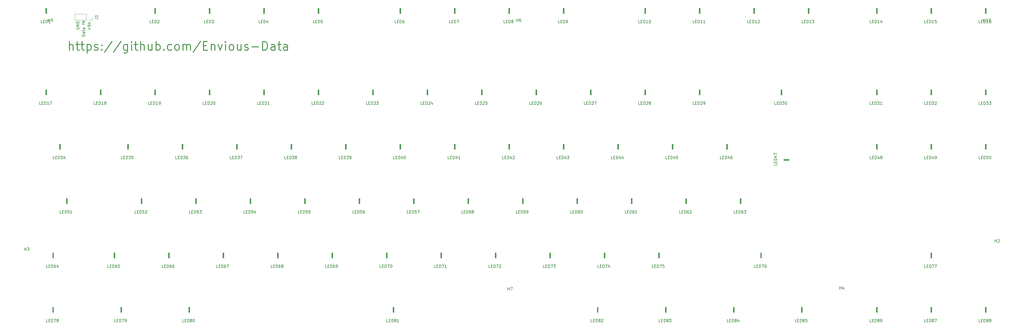
<source format=gto>
G04 #@! TF.GenerationSoftware,KiCad,Pcbnew,(5.1.10)-1*
G04 #@! TF.CreationDate,2021-10-25T17:22:15+01:00*
G04 #@! TF.ProjectId,RGBSUB,52474253-5542-42e6-9b69-6361645f7063,Rev.1*
G04 #@! TF.SameCoordinates,Original*
G04 #@! TF.FileFunction,Legend,Top*
G04 #@! TF.FilePolarity,Positive*
%FSLAX46Y46*%
G04 Gerber Fmt 4.6, Leading zero omitted, Abs format (unit mm)*
G04 Created by KiCad (PCBNEW (5.1.10)-1) date 2021-10-25 17:22:15*
%MOMM*%
%LPD*%
G01*
G04 APERTURE LIST*
%ADD10C,0.300000*%
%ADD11C,0.153000*%
%ADD12C,0.120000*%
%ADD13C,0.150000*%
%ADD14O,1.452000X1.452000*%
%ADD15C,5.102000*%
G04 APERTURE END LIST*
D10*
X55109285Y-120557142D02*
X55109285Y-117557142D01*
X56395000Y-120557142D02*
X56395000Y-118985714D01*
X56252142Y-118700000D01*
X55966428Y-118557142D01*
X55537857Y-118557142D01*
X55252142Y-118700000D01*
X55109285Y-118842857D01*
X57395000Y-118557142D02*
X58537857Y-118557142D01*
X57823571Y-117557142D02*
X57823571Y-120128571D01*
X57966428Y-120414285D01*
X58252142Y-120557142D01*
X58537857Y-120557142D01*
X59109285Y-118557142D02*
X60252142Y-118557142D01*
X59537857Y-117557142D02*
X59537857Y-120128571D01*
X59680714Y-120414285D01*
X59966428Y-120557142D01*
X60252142Y-120557142D01*
X61252142Y-118557142D02*
X61252142Y-121557142D01*
X61252142Y-118700000D02*
X61537857Y-118557142D01*
X62109285Y-118557142D01*
X62395000Y-118700000D01*
X62537857Y-118842857D01*
X62680714Y-119128571D01*
X62680714Y-119985714D01*
X62537857Y-120271428D01*
X62395000Y-120414285D01*
X62109285Y-120557142D01*
X61537857Y-120557142D01*
X61252142Y-120414285D01*
X63823571Y-120414285D02*
X64109285Y-120557142D01*
X64680714Y-120557142D01*
X64966428Y-120414285D01*
X65109285Y-120128571D01*
X65109285Y-119985714D01*
X64966428Y-119700000D01*
X64680714Y-119557142D01*
X64252142Y-119557142D01*
X63966428Y-119414285D01*
X63823571Y-119128571D01*
X63823571Y-118985714D01*
X63966428Y-118700000D01*
X64252142Y-118557142D01*
X64680714Y-118557142D01*
X64966428Y-118700000D01*
X66395000Y-120271428D02*
X66537857Y-120414285D01*
X66395000Y-120557142D01*
X66252142Y-120414285D01*
X66395000Y-120271428D01*
X66395000Y-120557142D01*
X66395000Y-118700000D02*
X66537857Y-118842857D01*
X66395000Y-118985714D01*
X66252142Y-118842857D01*
X66395000Y-118700000D01*
X66395000Y-118985714D01*
X69966428Y-117414285D02*
X67395000Y-121271428D01*
X73109285Y-117414285D02*
X70537857Y-121271428D01*
X75395000Y-118557142D02*
X75395000Y-120985714D01*
X75252142Y-121271428D01*
X75109285Y-121414285D01*
X74823571Y-121557142D01*
X74395000Y-121557142D01*
X74109285Y-121414285D01*
X75395000Y-120414285D02*
X75109285Y-120557142D01*
X74537857Y-120557142D01*
X74252142Y-120414285D01*
X74109285Y-120271428D01*
X73966428Y-119985714D01*
X73966428Y-119128571D01*
X74109285Y-118842857D01*
X74252142Y-118700000D01*
X74537857Y-118557142D01*
X75109285Y-118557142D01*
X75395000Y-118700000D01*
X76823571Y-120557142D02*
X76823571Y-118557142D01*
X76823571Y-117557142D02*
X76680714Y-117700000D01*
X76823571Y-117842857D01*
X76966428Y-117700000D01*
X76823571Y-117557142D01*
X76823571Y-117842857D01*
X77823571Y-118557142D02*
X78966428Y-118557142D01*
X78252142Y-117557142D02*
X78252142Y-120128571D01*
X78395000Y-120414285D01*
X78680714Y-120557142D01*
X78966428Y-120557142D01*
X79966428Y-120557142D02*
X79966428Y-117557142D01*
X81252142Y-120557142D02*
X81252142Y-118985714D01*
X81109285Y-118700000D01*
X80823571Y-118557142D01*
X80395000Y-118557142D01*
X80109285Y-118700000D01*
X79966428Y-118842857D01*
X83966428Y-118557142D02*
X83966428Y-120557142D01*
X82680714Y-118557142D02*
X82680714Y-120128571D01*
X82823571Y-120414285D01*
X83109285Y-120557142D01*
X83537857Y-120557142D01*
X83823571Y-120414285D01*
X83966428Y-120271428D01*
X85395000Y-120557142D02*
X85395000Y-117557142D01*
X85395000Y-118700000D02*
X85680714Y-118557142D01*
X86252142Y-118557142D01*
X86537857Y-118700000D01*
X86680714Y-118842857D01*
X86823571Y-119128571D01*
X86823571Y-119985714D01*
X86680714Y-120271428D01*
X86537857Y-120414285D01*
X86252142Y-120557142D01*
X85680714Y-120557142D01*
X85395000Y-120414285D01*
X88109285Y-120271428D02*
X88252142Y-120414285D01*
X88109285Y-120557142D01*
X87966428Y-120414285D01*
X88109285Y-120271428D01*
X88109285Y-120557142D01*
X90823571Y-120414285D02*
X90537857Y-120557142D01*
X89966428Y-120557142D01*
X89680714Y-120414285D01*
X89537857Y-120271428D01*
X89395000Y-119985714D01*
X89395000Y-119128571D01*
X89537857Y-118842857D01*
X89680714Y-118700000D01*
X89966428Y-118557142D01*
X90537857Y-118557142D01*
X90823571Y-118700000D01*
X92537857Y-120557142D02*
X92252142Y-120414285D01*
X92109285Y-120271428D01*
X91966428Y-119985714D01*
X91966428Y-119128571D01*
X92109285Y-118842857D01*
X92252142Y-118700000D01*
X92537857Y-118557142D01*
X92966428Y-118557142D01*
X93252142Y-118700000D01*
X93395000Y-118842857D01*
X93537857Y-119128571D01*
X93537857Y-119985714D01*
X93395000Y-120271428D01*
X93252142Y-120414285D01*
X92966428Y-120557142D01*
X92537857Y-120557142D01*
X94823571Y-120557142D02*
X94823571Y-118557142D01*
X94823571Y-118842857D02*
X94966428Y-118700000D01*
X95252142Y-118557142D01*
X95680714Y-118557142D01*
X95966428Y-118700000D01*
X96109285Y-118985714D01*
X96109285Y-120557142D01*
X96109285Y-118985714D02*
X96252142Y-118700000D01*
X96537857Y-118557142D01*
X96966428Y-118557142D01*
X97252142Y-118700000D01*
X97395000Y-118985714D01*
X97395000Y-120557142D01*
X100966428Y-117414285D02*
X98395000Y-121271428D01*
X101966428Y-118985714D02*
X102966428Y-118985714D01*
X103395000Y-120557142D02*
X101966428Y-120557142D01*
X101966428Y-117557142D01*
X103395000Y-117557142D01*
X104680714Y-118557142D02*
X104680714Y-120557142D01*
X104680714Y-118842857D02*
X104823571Y-118700000D01*
X105109285Y-118557142D01*
X105537857Y-118557142D01*
X105823571Y-118700000D01*
X105966428Y-118985714D01*
X105966428Y-120557142D01*
X107109285Y-118557142D02*
X107823571Y-120557142D01*
X108537857Y-118557142D01*
X109680714Y-120557142D02*
X109680714Y-118557142D01*
X109680714Y-117557142D02*
X109537857Y-117700000D01*
X109680714Y-117842857D01*
X109823571Y-117700000D01*
X109680714Y-117557142D01*
X109680714Y-117842857D01*
X111537857Y-120557142D02*
X111252142Y-120414285D01*
X111109285Y-120271428D01*
X110966428Y-119985714D01*
X110966428Y-119128571D01*
X111109285Y-118842857D01*
X111252142Y-118700000D01*
X111537857Y-118557142D01*
X111966428Y-118557142D01*
X112252142Y-118700000D01*
X112395000Y-118842857D01*
X112537857Y-119128571D01*
X112537857Y-119985714D01*
X112395000Y-120271428D01*
X112252142Y-120414285D01*
X111966428Y-120557142D01*
X111537857Y-120557142D01*
X115109285Y-118557142D02*
X115109285Y-120557142D01*
X113823571Y-118557142D02*
X113823571Y-120128571D01*
X113966428Y-120414285D01*
X114252142Y-120557142D01*
X114680714Y-120557142D01*
X114966428Y-120414285D01*
X115109285Y-120271428D01*
X116395000Y-120414285D02*
X116680714Y-120557142D01*
X117252142Y-120557142D01*
X117537857Y-120414285D01*
X117680714Y-120128571D01*
X117680714Y-119985714D01*
X117537857Y-119700000D01*
X117252142Y-119557142D01*
X116823571Y-119557142D01*
X116537857Y-119414285D01*
X116395000Y-119128571D01*
X116395000Y-118985714D01*
X116537857Y-118700000D01*
X116823571Y-118557142D01*
X117252142Y-118557142D01*
X117537857Y-118700000D01*
X118966428Y-119414285D02*
X121252142Y-119414285D01*
X122680714Y-120557142D02*
X122680714Y-117557142D01*
X123395000Y-117557142D01*
X123823571Y-117700000D01*
X124109285Y-117985714D01*
X124252142Y-118271428D01*
X124395000Y-118842857D01*
X124395000Y-119271428D01*
X124252142Y-119842857D01*
X124109285Y-120128571D01*
X123823571Y-120414285D01*
X123395000Y-120557142D01*
X122680714Y-120557142D01*
X126966428Y-120557142D02*
X126966428Y-118985714D01*
X126823571Y-118700000D01*
X126537857Y-118557142D01*
X125966428Y-118557142D01*
X125680714Y-118700000D01*
X126966428Y-120414285D02*
X126680714Y-120557142D01*
X125966428Y-120557142D01*
X125680714Y-120414285D01*
X125537857Y-120128571D01*
X125537857Y-119842857D01*
X125680714Y-119557142D01*
X125966428Y-119414285D01*
X126680714Y-119414285D01*
X126966428Y-119271428D01*
X127966428Y-118557142D02*
X129109285Y-118557142D01*
X128395000Y-117557142D02*
X128395000Y-120128571D01*
X128537857Y-120414285D01*
X128823571Y-120557142D01*
X129109285Y-120557142D01*
X131395000Y-120557142D02*
X131395000Y-118985714D01*
X131252142Y-118700000D01*
X130966428Y-118557142D01*
X130395000Y-118557142D01*
X130109285Y-118700000D01*
X131395000Y-120414285D02*
X131109285Y-120557142D01*
X130395000Y-120557142D01*
X130109285Y-120414285D01*
X129966428Y-120128571D01*
X129966428Y-119842857D01*
X130109285Y-119557142D01*
X130395000Y-119414285D01*
X131109285Y-119414285D01*
X131395000Y-119271428D01*
D11*
X60523380Y-115633238D02*
X59523380Y-115633238D01*
X59523380Y-115395142D01*
X59571000Y-115252285D01*
X59666238Y-115157047D01*
X59761476Y-115109428D01*
X59951952Y-115061809D01*
X60094809Y-115061809D01*
X60285285Y-115109428D01*
X60380523Y-115157047D01*
X60475761Y-115252285D01*
X60523380Y-115395142D01*
X60523380Y-115633238D01*
X60523380Y-114204666D02*
X59999571Y-114204666D01*
X59904333Y-114252285D01*
X59856714Y-114347523D01*
X59856714Y-114538000D01*
X59904333Y-114633238D01*
X60475761Y-114204666D02*
X60523380Y-114299904D01*
X60523380Y-114538000D01*
X60475761Y-114633238D01*
X60380523Y-114680857D01*
X60285285Y-114680857D01*
X60190047Y-114633238D01*
X60142428Y-114538000D01*
X60142428Y-114299904D01*
X60094809Y-114204666D01*
X59856714Y-113871333D02*
X59856714Y-113490380D01*
X59523380Y-113728476D02*
X60380523Y-113728476D01*
X60475761Y-113680857D01*
X60523380Y-113585619D01*
X60523380Y-113490380D01*
X60523380Y-112728476D02*
X59999571Y-112728476D01*
X59904333Y-112776095D01*
X59856714Y-112871333D01*
X59856714Y-113061809D01*
X59904333Y-113157047D01*
X60475761Y-112728476D02*
X60523380Y-112823714D01*
X60523380Y-113061809D01*
X60475761Y-113157047D01*
X60380523Y-113204666D01*
X60285285Y-113204666D01*
X60190047Y-113157047D01*
X60142428Y-113061809D01*
X60142428Y-112823714D01*
X60094809Y-112728476D01*
X60523380Y-111490380D02*
X59523380Y-111490380D01*
X60523380Y-111014190D02*
X59523380Y-111014190D01*
X60523380Y-110442761D01*
X59523380Y-110442761D01*
X57540000Y-112631904D02*
X57492380Y-112727142D01*
X57492380Y-112870000D01*
X57540000Y-113012857D01*
X57635238Y-113108095D01*
X57730476Y-113155714D01*
X57920952Y-113203333D01*
X58063809Y-113203333D01*
X58254285Y-113155714D01*
X58349523Y-113108095D01*
X58444761Y-113012857D01*
X58492380Y-112870000D01*
X58492380Y-112774761D01*
X58444761Y-112631904D01*
X58397142Y-112584285D01*
X58063809Y-112584285D01*
X58063809Y-112774761D01*
X58492380Y-112155714D02*
X57492380Y-112155714D01*
X58492380Y-111584285D01*
X57492380Y-111584285D01*
X58492380Y-111108095D02*
X57492380Y-111108095D01*
X57492380Y-110870000D01*
X57540000Y-110727142D01*
X57635238Y-110631904D01*
X57730476Y-110584285D01*
X57920952Y-110536666D01*
X58063809Y-110536666D01*
X58254285Y-110584285D01*
X58349523Y-110631904D01*
X58444761Y-110727142D01*
X58492380Y-110870000D01*
X58492380Y-111108095D01*
X62112428Y-113442714D02*
X62112428Y-112680809D01*
X62493380Y-113061761D02*
X61731476Y-113061761D01*
X61493380Y-111728428D02*
X61493380Y-112204619D01*
X61969571Y-112252238D01*
X61921952Y-112204619D01*
X61874333Y-112109380D01*
X61874333Y-111871285D01*
X61921952Y-111776047D01*
X61969571Y-111728428D01*
X62064809Y-111680809D01*
X62302904Y-111680809D01*
X62398142Y-111728428D01*
X62445761Y-111776047D01*
X62493380Y-111871285D01*
X62493380Y-112109380D01*
X62445761Y-112204619D01*
X62398142Y-112252238D01*
X61493380Y-111395095D02*
X62493380Y-111061761D01*
X61493380Y-110728428D01*
D12*
X63110000Y-108950000D02*
X63110000Y-110010000D01*
X63110000Y-110010000D02*
X62050000Y-110010000D01*
X61050000Y-110010000D02*
X56990000Y-110010000D01*
X56990000Y-107890000D02*
X56990000Y-110010000D01*
X61050000Y-107890000D02*
X56990000Y-107890000D01*
X61050000Y-107890000D02*
X61050000Y-110010000D01*
D13*
G36*
X375362500Y-210540000D02*
G01*
X375862500Y-210540000D01*
X375862500Y-212540000D01*
X375362500Y-212540000D01*
X375362500Y-210540000D01*
G37*
G36*
X356312500Y-210540000D02*
G01*
X356812500Y-210540000D01*
X356812500Y-212540000D01*
X356312500Y-212540000D01*
X356312500Y-210540000D01*
G37*
G36*
X337262500Y-210540000D02*
G01*
X337762500Y-210540000D01*
X337762500Y-212540000D01*
X337262500Y-212540000D01*
X337262500Y-210540000D01*
G37*
G36*
X311068750Y-210540000D02*
G01*
X311568750Y-210540000D01*
X311568750Y-212540000D01*
X311068750Y-212540000D01*
X311068750Y-210540000D01*
G37*
G36*
X287256250Y-210540000D02*
G01*
X287756250Y-210540000D01*
X287756250Y-212540000D01*
X287256250Y-212540000D01*
X287256250Y-210540000D01*
G37*
G36*
X263443750Y-210540000D02*
G01*
X263943750Y-210540000D01*
X263943750Y-212540000D01*
X263443750Y-212540000D01*
X263443750Y-210540000D01*
G37*
G36*
X239631250Y-210540000D02*
G01*
X240131250Y-210540000D01*
X240131250Y-212540000D01*
X239631250Y-212540000D01*
X239631250Y-210540000D01*
G37*
G36*
X168193750Y-210540000D02*
G01*
X168693750Y-210540000D01*
X168693750Y-212540000D01*
X168193750Y-212540000D01*
X168193750Y-210540000D01*
G37*
G36*
X96756250Y-210540000D02*
G01*
X97256250Y-210540000D01*
X97256250Y-212540000D01*
X96756250Y-212540000D01*
X96756250Y-210540000D01*
G37*
G36*
X72943750Y-210540000D02*
G01*
X73443750Y-210540000D01*
X73443750Y-212540000D01*
X72943750Y-212540000D01*
X72943750Y-210540000D01*
G37*
G36*
X49131250Y-210540000D02*
G01*
X49631250Y-210540000D01*
X49631250Y-212540000D01*
X49131250Y-212540000D01*
X49131250Y-210540000D01*
G37*
G36*
X356312500Y-191490000D02*
G01*
X356812500Y-191490000D01*
X356812500Y-193490000D01*
X356312500Y-193490000D01*
X356312500Y-191490000D01*
G37*
G36*
X296781250Y-191490000D02*
G01*
X297281250Y-191490000D01*
X297281250Y-193490000D01*
X296781250Y-193490000D01*
X296781250Y-191490000D01*
G37*
G36*
X261062500Y-191490000D02*
G01*
X261562500Y-191490000D01*
X261562500Y-193490000D01*
X261062500Y-193490000D01*
X261062500Y-191490000D01*
G37*
G36*
X242012500Y-191490000D02*
G01*
X242512500Y-191490000D01*
X242512500Y-193490000D01*
X242012500Y-193490000D01*
X242012500Y-191490000D01*
G37*
G36*
X222962500Y-191490000D02*
G01*
X223462500Y-191490000D01*
X223462500Y-193490000D01*
X222962500Y-193490000D01*
X222962500Y-191490000D01*
G37*
G36*
X203912500Y-191490000D02*
G01*
X204412500Y-191490000D01*
X204412500Y-193490000D01*
X203912500Y-193490000D01*
X203912500Y-191490000D01*
G37*
G36*
X184862500Y-191490000D02*
G01*
X185362500Y-191490000D01*
X185362500Y-193490000D01*
X184862500Y-193490000D01*
X184862500Y-191490000D01*
G37*
G36*
X165812500Y-191490000D02*
G01*
X166312500Y-191490000D01*
X166312500Y-193490000D01*
X165812500Y-193490000D01*
X165812500Y-191490000D01*
G37*
G36*
X146762500Y-191490000D02*
G01*
X147262500Y-191490000D01*
X147262500Y-193490000D01*
X146762500Y-193490000D01*
X146762500Y-191490000D01*
G37*
G36*
X127712500Y-191490000D02*
G01*
X128212500Y-191490000D01*
X128212500Y-193490000D01*
X127712500Y-193490000D01*
X127712500Y-191490000D01*
G37*
G36*
X108662500Y-191490000D02*
G01*
X109162500Y-191490000D01*
X109162500Y-193490000D01*
X108662500Y-193490000D01*
X108662500Y-191490000D01*
G37*
G36*
X89612500Y-191490000D02*
G01*
X90112500Y-191490000D01*
X90112500Y-193490000D01*
X89612500Y-193490000D01*
X89612500Y-191490000D01*
G37*
G36*
X70562500Y-191490000D02*
G01*
X71062500Y-191490000D01*
X71062500Y-193490000D01*
X70562500Y-193490000D01*
X70562500Y-191490000D01*
G37*
G36*
X49131250Y-191490000D02*
G01*
X49631250Y-191490000D01*
X49631250Y-193490000D01*
X49131250Y-193490000D01*
X49131250Y-191490000D01*
G37*
G36*
X289637500Y-172440000D02*
G01*
X290137500Y-172440000D01*
X290137500Y-174440000D01*
X289637500Y-174440000D01*
X289637500Y-172440000D01*
G37*
G36*
X270587500Y-172440000D02*
G01*
X271087500Y-172440000D01*
X271087500Y-174440000D01*
X270587500Y-174440000D01*
X270587500Y-172440000D01*
G37*
G36*
X251537500Y-172440000D02*
G01*
X252037500Y-172440000D01*
X252037500Y-174440000D01*
X251537500Y-174440000D01*
X251537500Y-172440000D01*
G37*
G36*
X232487500Y-172440000D02*
G01*
X232987500Y-172440000D01*
X232987500Y-174440000D01*
X232487500Y-174440000D01*
X232487500Y-172440000D01*
G37*
G36*
X213437500Y-172440000D02*
G01*
X213937500Y-172440000D01*
X213937500Y-174440000D01*
X213437500Y-174440000D01*
X213437500Y-172440000D01*
G37*
G36*
X194387500Y-172440000D02*
G01*
X194887500Y-172440000D01*
X194887500Y-174440000D01*
X194387500Y-174440000D01*
X194387500Y-172440000D01*
G37*
G36*
X175337500Y-172440000D02*
G01*
X175837500Y-172440000D01*
X175837500Y-174440000D01*
X175337500Y-174440000D01*
X175337500Y-172440000D01*
G37*
G36*
X156287500Y-172440000D02*
G01*
X156787500Y-172440000D01*
X156787500Y-174440000D01*
X156287500Y-174440000D01*
X156287500Y-172440000D01*
G37*
G36*
X137237500Y-172440000D02*
G01*
X137737500Y-172440000D01*
X137737500Y-174440000D01*
X137237500Y-174440000D01*
X137237500Y-172440000D01*
G37*
G36*
X118187500Y-172440000D02*
G01*
X118687500Y-172440000D01*
X118687500Y-174440000D01*
X118187500Y-174440000D01*
X118187500Y-172440000D01*
G37*
G36*
X99137500Y-172440000D02*
G01*
X99637500Y-172440000D01*
X99637500Y-174440000D01*
X99137500Y-174440000D01*
X99137500Y-172440000D01*
G37*
G36*
X80087500Y-172440000D02*
G01*
X80587500Y-172440000D01*
X80587500Y-174440000D01*
X80087500Y-174440000D01*
X80087500Y-172440000D01*
G37*
G36*
X53893750Y-172440000D02*
G01*
X54393750Y-172440000D01*
X54393750Y-174440000D01*
X53893750Y-174440000D01*
X53893750Y-172440000D01*
G37*
G36*
X375362500Y-153390000D02*
G01*
X375862500Y-153390000D01*
X375862500Y-155390000D01*
X375362500Y-155390000D01*
X375362500Y-153390000D01*
G37*
G36*
X356312500Y-153390000D02*
G01*
X356812500Y-153390000D01*
X356812500Y-155390000D01*
X356312500Y-155390000D01*
X356312500Y-153390000D01*
G37*
G36*
X337262500Y-153390000D02*
G01*
X337762500Y-153390000D01*
X337762500Y-155390000D01*
X337262500Y-155390000D01*
X337262500Y-153390000D01*
G37*
G36*
X306925000Y-158730000D02*
G01*
X306925000Y-159230000D01*
X304925000Y-159230000D01*
X304925000Y-158730000D01*
X306925000Y-158730000D01*
G37*
G36*
X284875000Y-153390000D02*
G01*
X285375000Y-153390000D01*
X285375000Y-155390000D01*
X284875000Y-155390000D01*
X284875000Y-153390000D01*
G37*
G36*
X265825000Y-153390000D02*
G01*
X266325000Y-153390000D01*
X266325000Y-155390000D01*
X265825000Y-155390000D01*
X265825000Y-153390000D01*
G37*
G36*
X246775000Y-153390000D02*
G01*
X247275000Y-153390000D01*
X247275000Y-155390000D01*
X246775000Y-155390000D01*
X246775000Y-153390000D01*
G37*
G36*
X227725000Y-153390000D02*
G01*
X228225000Y-153390000D01*
X228225000Y-155390000D01*
X227725000Y-155390000D01*
X227725000Y-153390000D01*
G37*
G36*
X208675000Y-153390000D02*
G01*
X209175000Y-153390000D01*
X209175000Y-155390000D01*
X208675000Y-155390000D01*
X208675000Y-153390000D01*
G37*
G36*
X189625000Y-153390000D02*
G01*
X190125000Y-153390000D01*
X190125000Y-155390000D01*
X189625000Y-155390000D01*
X189625000Y-153390000D01*
G37*
G36*
X170575000Y-153390000D02*
G01*
X171075000Y-153390000D01*
X171075000Y-155390000D01*
X170575000Y-155390000D01*
X170575000Y-153390000D01*
G37*
G36*
X151525000Y-153390000D02*
G01*
X152025000Y-153390000D01*
X152025000Y-155390000D01*
X151525000Y-155390000D01*
X151525000Y-153390000D01*
G37*
G36*
X132475000Y-153390000D02*
G01*
X132975000Y-153390000D01*
X132975000Y-155390000D01*
X132475000Y-155390000D01*
X132475000Y-153390000D01*
G37*
G36*
X113425000Y-153390000D02*
G01*
X113925000Y-153390000D01*
X113925000Y-155390000D01*
X113425000Y-155390000D01*
X113425000Y-153390000D01*
G37*
G36*
X94375000Y-153390000D02*
G01*
X94875000Y-153390000D01*
X94875000Y-155390000D01*
X94375000Y-155390000D01*
X94375000Y-153390000D01*
G37*
G36*
X75325000Y-153390000D02*
G01*
X75825000Y-153390000D01*
X75825000Y-155390000D01*
X75325000Y-155390000D01*
X75325000Y-153390000D01*
G37*
G36*
X51512500Y-153390000D02*
G01*
X52012500Y-153390000D01*
X52012500Y-155390000D01*
X51512500Y-155390000D01*
X51512500Y-153390000D01*
G37*
G36*
X375362500Y-134340000D02*
G01*
X375862500Y-134340000D01*
X375862500Y-136340000D01*
X375362500Y-136340000D01*
X375362500Y-134340000D01*
G37*
G36*
X356312500Y-134340000D02*
G01*
X356812500Y-134340000D01*
X356812500Y-136340000D01*
X356312500Y-136340000D01*
X356312500Y-134340000D01*
G37*
G36*
X337262500Y-134340000D02*
G01*
X337762500Y-134340000D01*
X337762500Y-136340000D01*
X337262500Y-136340000D01*
X337262500Y-134340000D01*
G37*
G36*
X303925000Y-134340000D02*
G01*
X304425000Y-134340000D01*
X304425000Y-136340000D01*
X303925000Y-136340000D01*
X303925000Y-134340000D01*
G37*
G36*
X275350000Y-134340000D02*
G01*
X275850000Y-134340000D01*
X275850000Y-136340000D01*
X275350000Y-136340000D01*
X275350000Y-134340000D01*
G37*
G36*
X256300000Y-134340000D02*
G01*
X256800000Y-134340000D01*
X256800000Y-136340000D01*
X256300000Y-136340000D01*
X256300000Y-134340000D01*
G37*
G36*
X237250000Y-134340000D02*
G01*
X237750000Y-134340000D01*
X237750000Y-136340000D01*
X237250000Y-136340000D01*
X237250000Y-134340000D01*
G37*
G36*
X218200000Y-134340000D02*
G01*
X218700000Y-134340000D01*
X218700000Y-136340000D01*
X218200000Y-136340000D01*
X218200000Y-134340000D01*
G37*
G36*
X199150000Y-134340000D02*
G01*
X199650000Y-134340000D01*
X199650000Y-136340000D01*
X199150000Y-136340000D01*
X199150000Y-134340000D01*
G37*
G36*
X180100000Y-134340000D02*
G01*
X180600000Y-134340000D01*
X180600000Y-136340000D01*
X180100000Y-136340000D01*
X180100000Y-134340000D01*
G37*
G36*
X161050000Y-134340000D02*
G01*
X161550000Y-134340000D01*
X161550000Y-136340000D01*
X161050000Y-136340000D01*
X161050000Y-134340000D01*
G37*
G36*
X142000000Y-134340000D02*
G01*
X142500000Y-134340000D01*
X142500000Y-136340000D01*
X142000000Y-136340000D01*
X142000000Y-134340000D01*
G37*
G36*
X122950000Y-134340000D02*
G01*
X123450000Y-134340000D01*
X123450000Y-136340000D01*
X122950000Y-136340000D01*
X122950000Y-134340000D01*
G37*
G36*
X103900000Y-134340000D02*
G01*
X104400000Y-134340000D01*
X104400000Y-136340000D01*
X103900000Y-136340000D01*
X103900000Y-134340000D01*
G37*
G36*
X84850000Y-134340000D02*
G01*
X85350000Y-134340000D01*
X85350000Y-136340000D01*
X84850000Y-136340000D01*
X84850000Y-134340000D01*
G37*
G36*
X65800000Y-134340000D02*
G01*
X66300000Y-134340000D01*
X66300000Y-136340000D01*
X65800000Y-136340000D01*
X65800000Y-134340000D01*
G37*
G36*
X46750000Y-134340000D02*
G01*
X47250000Y-134340000D01*
X47250000Y-136340000D01*
X46750000Y-136340000D01*
X46750000Y-134340000D01*
G37*
G36*
X375362500Y-105765000D02*
G01*
X375862500Y-105765000D01*
X375862500Y-107765000D01*
X375362500Y-107765000D01*
X375362500Y-105765000D01*
G37*
G36*
X356312500Y-105765000D02*
G01*
X356812500Y-105765000D01*
X356812500Y-107765000D01*
X356312500Y-107765000D01*
X356312500Y-105765000D01*
G37*
G36*
X337262500Y-105765000D02*
G01*
X337762500Y-105765000D01*
X337762500Y-107765000D01*
X337262500Y-107765000D01*
X337262500Y-105765000D01*
G37*
G36*
X313450000Y-105765000D02*
G01*
X313950000Y-105765000D01*
X313950000Y-107765000D01*
X313450000Y-107765000D01*
X313450000Y-105765000D01*
G37*
G36*
X294400000Y-105765000D02*
G01*
X294900000Y-105765000D01*
X294900000Y-107765000D01*
X294400000Y-107765000D01*
X294400000Y-105765000D01*
G37*
G36*
X275350000Y-105765000D02*
G01*
X275850000Y-105765000D01*
X275850000Y-107765000D01*
X275350000Y-107765000D01*
X275350000Y-105765000D01*
G37*
G36*
X256300000Y-105765000D02*
G01*
X256800000Y-105765000D01*
X256800000Y-107765000D01*
X256300000Y-107765000D01*
X256300000Y-105765000D01*
G37*
G36*
X227725000Y-105765000D02*
G01*
X228225000Y-105765000D01*
X228225000Y-107765000D01*
X227725000Y-107765000D01*
X227725000Y-105765000D01*
G37*
G36*
X208675000Y-105765000D02*
G01*
X209175000Y-105765000D01*
X209175000Y-107765000D01*
X208675000Y-107765000D01*
X208675000Y-105765000D01*
G37*
G36*
X189625000Y-105765000D02*
G01*
X190125000Y-105765000D01*
X190125000Y-107765000D01*
X189625000Y-107765000D01*
X189625000Y-105765000D01*
G37*
G36*
X170575000Y-105765000D02*
G01*
X171075000Y-105765000D01*
X171075000Y-107765000D01*
X170575000Y-107765000D01*
X170575000Y-105765000D01*
G37*
G36*
X142000000Y-105765000D02*
G01*
X142500000Y-105765000D01*
X142500000Y-107765000D01*
X142000000Y-107765000D01*
X142000000Y-105765000D01*
G37*
G36*
X122950000Y-105765000D02*
G01*
X123450000Y-105765000D01*
X123450000Y-107765000D01*
X122950000Y-107765000D01*
X122950000Y-105765000D01*
G37*
G36*
X103900000Y-105765000D02*
G01*
X104400000Y-105765000D01*
X104400000Y-107765000D01*
X103900000Y-107765000D01*
X103900000Y-105765000D01*
G37*
G36*
X84850000Y-105765000D02*
G01*
X85350000Y-105765000D01*
X85350000Y-107765000D01*
X84850000Y-107765000D01*
X84850000Y-105765000D01*
G37*
G36*
X46750000Y-105765000D02*
G01*
X47250000Y-105765000D01*
X47250000Y-107765000D01*
X46750000Y-107765000D01*
X46750000Y-105765000D01*
G37*
X64002380Y-109283333D02*
X64716666Y-109283333D01*
X64859523Y-109330952D01*
X64954761Y-109426190D01*
X65002380Y-109569047D01*
X65002380Y-109664285D01*
X65002380Y-108283333D02*
X65002380Y-108854761D01*
X65002380Y-108569047D02*
X64002380Y-108569047D01*
X64145238Y-108664285D01*
X64240476Y-108759523D01*
X64288095Y-108854761D01*
X374836904Y-110512380D02*
X374836904Y-109512380D01*
X374836904Y-109988571D02*
X375408333Y-109988571D01*
X375408333Y-110512380D02*
X375408333Y-109512380D01*
X376408333Y-110512380D02*
X375836904Y-110512380D01*
X376122619Y-110512380D02*
X376122619Y-109512380D01*
X376027380Y-109655238D01*
X375932142Y-109750476D01*
X375836904Y-109798095D01*
X377027380Y-109512380D02*
X377122619Y-109512380D01*
X377217857Y-109560000D01*
X377265476Y-109607619D01*
X377313095Y-109702857D01*
X377360714Y-109893333D01*
X377360714Y-110131428D01*
X377313095Y-110321904D01*
X377265476Y-110417142D01*
X377217857Y-110464761D01*
X377122619Y-110512380D01*
X377027380Y-110512380D01*
X376932142Y-110464761D01*
X376884523Y-110417142D01*
X376836904Y-110321904D01*
X376789285Y-110131428D01*
X376789285Y-109893333D01*
X376836904Y-109702857D01*
X376884523Y-109607619D01*
X376932142Y-109560000D01*
X377027380Y-109512380D01*
X47613095Y-110537380D02*
X47613095Y-109537380D01*
X47613095Y-110013571D02*
X48184523Y-110013571D01*
X48184523Y-110537380D02*
X48184523Y-109537380D01*
X48708333Y-110537380D02*
X48898809Y-110537380D01*
X48994047Y-110489761D01*
X49041666Y-110442142D01*
X49136904Y-110299285D01*
X49184523Y-110108809D01*
X49184523Y-109727857D01*
X49136904Y-109632619D01*
X49089285Y-109585000D01*
X48994047Y-109537380D01*
X48803571Y-109537380D01*
X48708333Y-109585000D01*
X48660714Y-109632619D01*
X48613095Y-109727857D01*
X48613095Y-109965952D01*
X48660714Y-110061190D01*
X48708333Y-110108809D01*
X48803571Y-110156428D01*
X48994047Y-110156428D01*
X49089285Y-110108809D01*
X49136904Y-110061190D01*
X49184523Y-109965952D01*
X208463095Y-204637380D02*
X208463095Y-203637380D01*
X208463095Y-204113571D02*
X209034523Y-204113571D01*
X209034523Y-204637380D02*
X209034523Y-203637380D01*
X209415476Y-203637380D02*
X210082142Y-203637380D01*
X209653571Y-204637380D01*
X211463095Y-110537380D02*
X211463095Y-109537380D01*
X211463095Y-110013571D02*
X212034523Y-110013571D01*
X212034523Y-110537380D02*
X212034523Y-109537380D01*
X212939285Y-109537380D02*
X212748809Y-109537380D01*
X212653571Y-109585000D01*
X212605952Y-109632619D01*
X212510714Y-109775476D01*
X212463095Y-109965952D01*
X212463095Y-110346904D01*
X212510714Y-110442142D01*
X212558333Y-110489761D01*
X212653571Y-110537380D01*
X212844047Y-110537380D01*
X212939285Y-110489761D01*
X212986904Y-110442142D01*
X213034523Y-110346904D01*
X213034523Y-110108809D01*
X212986904Y-110013571D01*
X212939285Y-109965952D01*
X212844047Y-109918333D01*
X212653571Y-109918333D01*
X212558333Y-109965952D01*
X212510714Y-110013571D01*
X212463095Y-110108809D01*
X324505095Y-204357380D02*
X324505095Y-203357380D01*
X324505095Y-203833571D02*
X325076523Y-203833571D01*
X325076523Y-204357380D02*
X325076523Y-203357380D01*
X325981285Y-203690714D02*
X325981285Y-204357380D01*
X325743190Y-203309761D02*
X325505095Y-204024047D01*
X326124142Y-204024047D01*
X39405095Y-190757380D02*
X39405095Y-189757380D01*
X39405095Y-190233571D02*
X39976523Y-190233571D01*
X39976523Y-190757380D02*
X39976523Y-189757380D01*
X40357476Y-189757380D02*
X40976523Y-189757380D01*
X40643190Y-190138333D01*
X40786047Y-190138333D01*
X40881285Y-190185952D01*
X40928904Y-190233571D01*
X40976523Y-190328809D01*
X40976523Y-190566904D01*
X40928904Y-190662142D01*
X40881285Y-190709761D01*
X40786047Y-190757380D01*
X40500333Y-190757380D01*
X40405095Y-190709761D01*
X40357476Y-190662142D01*
X378905095Y-187857380D02*
X378905095Y-186857380D01*
X378905095Y-187333571D02*
X379476523Y-187333571D01*
X379476523Y-187857380D02*
X379476523Y-186857380D01*
X379905095Y-186952619D02*
X379952714Y-186905000D01*
X380047952Y-186857380D01*
X380286047Y-186857380D01*
X380381285Y-186905000D01*
X380428904Y-186952619D01*
X380476523Y-187047857D01*
X380476523Y-187143095D01*
X380428904Y-187285952D01*
X379857476Y-187857380D01*
X380476523Y-187857380D01*
X373767261Y-215792380D02*
X373291071Y-215792380D01*
X373291071Y-214792380D01*
X374100595Y-215268571D02*
X374433928Y-215268571D01*
X374576785Y-215792380D02*
X374100595Y-215792380D01*
X374100595Y-214792380D01*
X374576785Y-214792380D01*
X375005357Y-215792380D02*
X375005357Y-214792380D01*
X375243452Y-214792380D01*
X375386309Y-214840000D01*
X375481547Y-214935238D01*
X375529166Y-215030476D01*
X375576785Y-215220952D01*
X375576785Y-215363809D01*
X375529166Y-215554285D01*
X375481547Y-215649523D01*
X375386309Y-215744761D01*
X375243452Y-215792380D01*
X375005357Y-215792380D01*
X376148214Y-215220952D02*
X376052976Y-215173333D01*
X376005357Y-215125714D01*
X375957738Y-215030476D01*
X375957738Y-214982857D01*
X376005357Y-214887619D01*
X376052976Y-214840000D01*
X376148214Y-214792380D01*
X376338690Y-214792380D01*
X376433928Y-214840000D01*
X376481547Y-214887619D01*
X376529166Y-214982857D01*
X376529166Y-215030476D01*
X376481547Y-215125714D01*
X376433928Y-215173333D01*
X376338690Y-215220952D01*
X376148214Y-215220952D01*
X376052976Y-215268571D01*
X376005357Y-215316190D01*
X375957738Y-215411428D01*
X375957738Y-215601904D01*
X376005357Y-215697142D01*
X376052976Y-215744761D01*
X376148214Y-215792380D01*
X376338690Y-215792380D01*
X376433928Y-215744761D01*
X376481547Y-215697142D01*
X376529166Y-215601904D01*
X376529166Y-215411428D01*
X376481547Y-215316190D01*
X376433928Y-215268571D01*
X376338690Y-215220952D01*
X377100595Y-215220952D02*
X377005357Y-215173333D01*
X376957738Y-215125714D01*
X376910119Y-215030476D01*
X376910119Y-214982857D01*
X376957738Y-214887619D01*
X377005357Y-214840000D01*
X377100595Y-214792380D01*
X377291071Y-214792380D01*
X377386309Y-214840000D01*
X377433928Y-214887619D01*
X377481547Y-214982857D01*
X377481547Y-215030476D01*
X377433928Y-215125714D01*
X377386309Y-215173333D01*
X377291071Y-215220952D01*
X377100595Y-215220952D01*
X377005357Y-215268571D01*
X376957738Y-215316190D01*
X376910119Y-215411428D01*
X376910119Y-215601904D01*
X376957738Y-215697142D01*
X377005357Y-215744761D01*
X377100595Y-215792380D01*
X377291071Y-215792380D01*
X377386309Y-215744761D01*
X377433928Y-215697142D01*
X377481547Y-215601904D01*
X377481547Y-215411428D01*
X377433928Y-215316190D01*
X377386309Y-215268571D01*
X377291071Y-215220952D01*
X354717261Y-215792380D02*
X354241071Y-215792380D01*
X354241071Y-214792380D01*
X355050595Y-215268571D02*
X355383928Y-215268571D01*
X355526785Y-215792380D02*
X355050595Y-215792380D01*
X355050595Y-214792380D01*
X355526785Y-214792380D01*
X355955357Y-215792380D02*
X355955357Y-214792380D01*
X356193452Y-214792380D01*
X356336309Y-214840000D01*
X356431547Y-214935238D01*
X356479166Y-215030476D01*
X356526785Y-215220952D01*
X356526785Y-215363809D01*
X356479166Y-215554285D01*
X356431547Y-215649523D01*
X356336309Y-215744761D01*
X356193452Y-215792380D01*
X355955357Y-215792380D01*
X357098214Y-215220952D02*
X357002976Y-215173333D01*
X356955357Y-215125714D01*
X356907738Y-215030476D01*
X356907738Y-214982857D01*
X356955357Y-214887619D01*
X357002976Y-214840000D01*
X357098214Y-214792380D01*
X357288690Y-214792380D01*
X357383928Y-214840000D01*
X357431547Y-214887619D01*
X357479166Y-214982857D01*
X357479166Y-215030476D01*
X357431547Y-215125714D01*
X357383928Y-215173333D01*
X357288690Y-215220952D01*
X357098214Y-215220952D01*
X357002976Y-215268571D01*
X356955357Y-215316190D01*
X356907738Y-215411428D01*
X356907738Y-215601904D01*
X356955357Y-215697142D01*
X357002976Y-215744761D01*
X357098214Y-215792380D01*
X357288690Y-215792380D01*
X357383928Y-215744761D01*
X357431547Y-215697142D01*
X357479166Y-215601904D01*
X357479166Y-215411428D01*
X357431547Y-215316190D01*
X357383928Y-215268571D01*
X357288690Y-215220952D01*
X357812500Y-214792380D02*
X358479166Y-214792380D01*
X358050595Y-215792380D01*
X335667261Y-215792380D02*
X335191071Y-215792380D01*
X335191071Y-214792380D01*
X336000595Y-215268571D02*
X336333928Y-215268571D01*
X336476785Y-215792380D02*
X336000595Y-215792380D01*
X336000595Y-214792380D01*
X336476785Y-214792380D01*
X336905357Y-215792380D02*
X336905357Y-214792380D01*
X337143452Y-214792380D01*
X337286309Y-214840000D01*
X337381547Y-214935238D01*
X337429166Y-215030476D01*
X337476785Y-215220952D01*
X337476785Y-215363809D01*
X337429166Y-215554285D01*
X337381547Y-215649523D01*
X337286309Y-215744761D01*
X337143452Y-215792380D01*
X336905357Y-215792380D01*
X338048214Y-215220952D02*
X337952976Y-215173333D01*
X337905357Y-215125714D01*
X337857738Y-215030476D01*
X337857738Y-214982857D01*
X337905357Y-214887619D01*
X337952976Y-214840000D01*
X338048214Y-214792380D01*
X338238690Y-214792380D01*
X338333928Y-214840000D01*
X338381547Y-214887619D01*
X338429166Y-214982857D01*
X338429166Y-215030476D01*
X338381547Y-215125714D01*
X338333928Y-215173333D01*
X338238690Y-215220952D01*
X338048214Y-215220952D01*
X337952976Y-215268571D01*
X337905357Y-215316190D01*
X337857738Y-215411428D01*
X337857738Y-215601904D01*
X337905357Y-215697142D01*
X337952976Y-215744761D01*
X338048214Y-215792380D01*
X338238690Y-215792380D01*
X338333928Y-215744761D01*
X338381547Y-215697142D01*
X338429166Y-215601904D01*
X338429166Y-215411428D01*
X338381547Y-215316190D01*
X338333928Y-215268571D01*
X338238690Y-215220952D01*
X339286309Y-214792380D02*
X339095833Y-214792380D01*
X339000595Y-214840000D01*
X338952976Y-214887619D01*
X338857738Y-215030476D01*
X338810119Y-215220952D01*
X338810119Y-215601904D01*
X338857738Y-215697142D01*
X338905357Y-215744761D01*
X339000595Y-215792380D01*
X339191071Y-215792380D01*
X339286309Y-215744761D01*
X339333928Y-215697142D01*
X339381547Y-215601904D01*
X339381547Y-215363809D01*
X339333928Y-215268571D01*
X339286309Y-215220952D01*
X339191071Y-215173333D01*
X339000595Y-215173333D01*
X338905357Y-215220952D01*
X338857738Y-215268571D01*
X338810119Y-215363809D01*
X309473511Y-215792380D02*
X308997321Y-215792380D01*
X308997321Y-214792380D01*
X309806845Y-215268571D02*
X310140178Y-215268571D01*
X310283035Y-215792380D02*
X309806845Y-215792380D01*
X309806845Y-214792380D01*
X310283035Y-214792380D01*
X310711607Y-215792380D02*
X310711607Y-214792380D01*
X310949702Y-214792380D01*
X311092559Y-214840000D01*
X311187797Y-214935238D01*
X311235416Y-215030476D01*
X311283035Y-215220952D01*
X311283035Y-215363809D01*
X311235416Y-215554285D01*
X311187797Y-215649523D01*
X311092559Y-215744761D01*
X310949702Y-215792380D01*
X310711607Y-215792380D01*
X311854464Y-215220952D02*
X311759226Y-215173333D01*
X311711607Y-215125714D01*
X311663988Y-215030476D01*
X311663988Y-214982857D01*
X311711607Y-214887619D01*
X311759226Y-214840000D01*
X311854464Y-214792380D01*
X312044940Y-214792380D01*
X312140178Y-214840000D01*
X312187797Y-214887619D01*
X312235416Y-214982857D01*
X312235416Y-215030476D01*
X312187797Y-215125714D01*
X312140178Y-215173333D01*
X312044940Y-215220952D01*
X311854464Y-215220952D01*
X311759226Y-215268571D01*
X311711607Y-215316190D01*
X311663988Y-215411428D01*
X311663988Y-215601904D01*
X311711607Y-215697142D01*
X311759226Y-215744761D01*
X311854464Y-215792380D01*
X312044940Y-215792380D01*
X312140178Y-215744761D01*
X312187797Y-215697142D01*
X312235416Y-215601904D01*
X312235416Y-215411428D01*
X312187797Y-215316190D01*
X312140178Y-215268571D01*
X312044940Y-215220952D01*
X313140178Y-214792380D02*
X312663988Y-214792380D01*
X312616369Y-215268571D01*
X312663988Y-215220952D01*
X312759226Y-215173333D01*
X312997321Y-215173333D01*
X313092559Y-215220952D01*
X313140178Y-215268571D01*
X313187797Y-215363809D01*
X313187797Y-215601904D01*
X313140178Y-215697142D01*
X313092559Y-215744761D01*
X312997321Y-215792380D01*
X312759226Y-215792380D01*
X312663988Y-215744761D01*
X312616369Y-215697142D01*
X285661011Y-215792380D02*
X285184821Y-215792380D01*
X285184821Y-214792380D01*
X285994345Y-215268571D02*
X286327678Y-215268571D01*
X286470535Y-215792380D02*
X285994345Y-215792380D01*
X285994345Y-214792380D01*
X286470535Y-214792380D01*
X286899107Y-215792380D02*
X286899107Y-214792380D01*
X287137202Y-214792380D01*
X287280059Y-214840000D01*
X287375297Y-214935238D01*
X287422916Y-215030476D01*
X287470535Y-215220952D01*
X287470535Y-215363809D01*
X287422916Y-215554285D01*
X287375297Y-215649523D01*
X287280059Y-215744761D01*
X287137202Y-215792380D01*
X286899107Y-215792380D01*
X288041964Y-215220952D02*
X287946726Y-215173333D01*
X287899107Y-215125714D01*
X287851488Y-215030476D01*
X287851488Y-214982857D01*
X287899107Y-214887619D01*
X287946726Y-214840000D01*
X288041964Y-214792380D01*
X288232440Y-214792380D01*
X288327678Y-214840000D01*
X288375297Y-214887619D01*
X288422916Y-214982857D01*
X288422916Y-215030476D01*
X288375297Y-215125714D01*
X288327678Y-215173333D01*
X288232440Y-215220952D01*
X288041964Y-215220952D01*
X287946726Y-215268571D01*
X287899107Y-215316190D01*
X287851488Y-215411428D01*
X287851488Y-215601904D01*
X287899107Y-215697142D01*
X287946726Y-215744761D01*
X288041964Y-215792380D01*
X288232440Y-215792380D01*
X288327678Y-215744761D01*
X288375297Y-215697142D01*
X288422916Y-215601904D01*
X288422916Y-215411428D01*
X288375297Y-215316190D01*
X288327678Y-215268571D01*
X288232440Y-215220952D01*
X289280059Y-215125714D02*
X289280059Y-215792380D01*
X289041964Y-214744761D02*
X288803869Y-215459047D01*
X289422916Y-215459047D01*
X261848511Y-215792380D02*
X261372321Y-215792380D01*
X261372321Y-214792380D01*
X262181845Y-215268571D02*
X262515178Y-215268571D01*
X262658035Y-215792380D02*
X262181845Y-215792380D01*
X262181845Y-214792380D01*
X262658035Y-214792380D01*
X263086607Y-215792380D02*
X263086607Y-214792380D01*
X263324702Y-214792380D01*
X263467559Y-214840000D01*
X263562797Y-214935238D01*
X263610416Y-215030476D01*
X263658035Y-215220952D01*
X263658035Y-215363809D01*
X263610416Y-215554285D01*
X263562797Y-215649523D01*
X263467559Y-215744761D01*
X263324702Y-215792380D01*
X263086607Y-215792380D01*
X264229464Y-215220952D02*
X264134226Y-215173333D01*
X264086607Y-215125714D01*
X264038988Y-215030476D01*
X264038988Y-214982857D01*
X264086607Y-214887619D01*
X264134226Y-214840000D01*
X264229464Y-214792380D01*
X264419940Y-214792380D01*
X264515178Y-214840000D01*
X264562797Y-214887619D01*
X264610416Y-214982857D01*
X264610416Y-215030476D01*
X264562797Y-215125714D01*
X264515178Y-215173333D01*
X264419940Y-215220952D01*
X264229464Y-215220952D01*
X264134226Y-215268571D01*
X264086607Y-215316190D01*
X264038988Y-215411428D01*
X264038988Y-215601904D01*
X264086607Y-215697142D01*
X264134226Y-215744761D01*
X264229464Y-215792380D01*
X264419940Y-215792380D01*
X264515178Y-215744761D01*
X264562797Y-215697142D01*
X264610416Y-215601904D01*
X264610416Y-215411428D01*
X264562797Y-215316190D01*
X264515178Y-215268571D01*
X264419940Y-215220952D01*
X264943750Y-214792380D02*
X265562797Y-214792380D01*
X265229464Y-215173333D01*
X265372321Y-215173333D01*
X265467559Y-215220952D01*
X265515178Y-215268571D01*
X265562797Y-215363809D01*
X265562797Y-215601904D01*
X265515178Y-215697142D01*
X265467559Y-215744761D01*
X265372321Y-215792380D01*
X265086607Y-215792380D01*
X264991369Y-215744761D01*
X264943750Y-215697142D01*
X238036011Y-215792380D02*
X237559821Y-215792380D01*
X237559821Y-214792380D01*
X238369345Y-215268571D02*
X238702678Y-215268571D01*
X238845535Y-215792380D02*
X238369345Y-215792380D01*
X238369345Y-214792380D01*
X238845535Y-214792380D01*
X239274107Y-215792380D02*
X239274107Y-214792380D01*
X239512202Y-214792380D01*
X239655059Y-214840000D01*
X239750297Y-214935238D01*
X239797916Y-215030476D01*
X239845535Y-215220952D01*
X239845535Y-215363809D01*
X239797916Y-215554285D01*
X239750297Y-215649523D01*
X239655059Y-215744761D01*
X239512202Y-215792380D01*
X239274107Y-215792380D01*
X240416964Y-215220952D02*
X240321726Y-215173333D01*
X240274107Y-215125714D01*
X240226488Y-215030476D01*
X240226488Y-214982857D01*
X240274107Y-214887619D01*
X240321726Y-214840000D01*
X240416964Y-214792380D01*
X240607440Y-214792380D01*
X240702678Y-214840000D01*
X240750297Y-214887619D01*
X240797916Y-214982857D01*
X240797916Y-215030476D01*
X240750297Y-215125714D01*
X240702678Y-215173333D01*
X240607440Y-215220952D01*
X240416964Y-215220952D01*
X240321726Y-215268571D01*
X240274107Y-215316190D01*
X240226488Y-215411428D01*
X240226488Y-215601904D01*
X240274107Y-215697142D01*
X240321726Y-215744761D01*
X240416964Y-215792380D01*
X240607440Y-215792380D01*
X240702678Y-215744761D01*
X240750297Y-215697142D01*
X240797916Y-215601904D01*
X240797916Y-215411428D01*
X240750297Y-215316190D01*
X240702678Y-215268571D01*
X240607440Y-215220952D01*
X241178869Y-214887619D02*
X241226488Y-214840000D01*
X241321726Y-214792380D01*
X241559821Y-214792380D01*
X241655059Y-214840000D01*
X241702678Y-214887619D01*
X241750297Y-214982857D01*
X241750297Y-215078095D01*
X241702678Y-215220952D01*
X241131250Y-215792380D01*
X241750297Y-215792380D01*
X166598511Y-215792380D02*
X166122321Y-215792380D01*
X166122321Y-214792380D01*
X166931845Y-215268571D02*
X167265178Y-215268571D01*
X167408035Y-215792380D02*
X166931845Y-215792380D01*
X166931845Y-214792380D01*
X167408035Y-214792380D01*
X167836607Y-215792380D02*
X167836607Y-214792380D01*
X168074702Y-214792380D01*
X168217559Y-214840000D01*
X168312797Y-214935238D01*
X168360416Y-215030476D01*
X168408035Y-215220952D01*
X168408035Y-215363809D01*
X168360416Y-215554285D01*
X168312797Y-215649523D01*
X168217559Y-215744761D01*
X168074702Y-215792380D01*
X167836607Y-215792380D01*
X168979464Y-215220952D02*
X168884226Y-215173333D01*
X168836607Y-215125714D01*
X168788988Y-215030476D01*
X168788988Y-214982857D01*
X168836607Y-214887619D01*
X168884226Y-214840000D01*
X168979464Y-214792380D01*
X169169940Y-214792380D01*
X169265178Y-214840000D01*
X169312797Y-214887619D01*
X169360416Y-214982857D01*
X169360416Y-215030476D01*
X169312797Y-215125714D01*
X169265178Y-215173333D01*
X169169940Y-215220952D01*
X168979464Y-215220952D01*
X168884226Y-215268571D01*
X168836607Y-215316190D01*
X168788988Y-215411428D01*
X168788988Y-215601904D01*
X168836607Y-215697142D01*
X168884226Y-215744761D01*
X168979464Y-215792380D01*
X169169940Y-215792380D01*
X169265178Y-215744761D01*
X169312797Y-215697142D01*
X169360416Y-215601904D01*
X169360416Y-215411428D01*
X169312797Y-215316190D01*
X169265178Y-215268571D01*
X169169940Y-215220952D01*
X170312797Y-215792380D02*
X169741369Y-215792380D01*
X170027083Y-215792380D02*
X170027083Y-214792380D01*
X169931845Y-214935238D01*
X169836607Y-215030476D01*
X169741369Y-215078095D01*
X95161011Y-215792380D02*
X94684821Y-215792380D01*
X94684821Y-214792380D01*
X95494345Y-215268571D02*
X95827678Y-215268571D01*
X95970535Y-215792380D02*
X95494345Y-215792380D01*
X95494345Y-214792380D01*
X95970535Y-214792380D01*
X96399107Y-215792380D02*
X96399107Y-214792380D01*
X96637202Y-214792380D01*
X96780059Y-214840000D01*
X96875297Y-214935238D01*
X96922916Y-215030476D01*
X96970535Y-215220952D01*
X96970535Y-215363809D01*
X96922916Y-215554285D01*
X96875297Y-215649523D01*
X96780059Y-215744761D01*
X96637202Y-215792380D01*
X96399107Y-215792380D01*
X97541964Y-215220952D02*
X97446726Y-215173333D01*
X97399107Y-215125714D01*
X97351488Y-215030476D01*
X97351488Y-214982857D01*
X97399107Y-214887619D01*
X97446726Y-214840000D01*
X97541964Y-214792380D01*
X97732440Y-214792380D01*
X97827678Y-214840000D01*
X97875297Y-214887619D01*
X97922916Y-214982857D01*
X97922916Y-215030476D01*
X97875297Y-215125714D01*
X97827678Y-215173333D01*
X97732440Y-215220952D01*
X97541964Y-215220952D01*
X97446726Y-215268571D01*
X97399107Y-215316190D01*
X97351488Y-215411428D01*
X97351488Y-215601904D01*
X97399107Y-215697142D01*
X97446726Y-215744761D01*
X97541964Y-215792380D01*
X97732440Y-215792380D01*
X97827678Y-215744761D01*
X97875297Y-215697142D01*
X97922916Y-215601904D01*
X97922916Y-215411428D01*
X97875297Y-215316190D01*
X97827678Y-215268571D01*
X97732440Y-215220952D01*
X98541964Y-214792380D02*
X98637202Y-214792380D01*
X98732440Y-214840000D01*
X98780059Y-214887619D01*
X98827678Y-214982857D01*
X98875297Y-215173333D01*
X98875297Y-215411428D01*
X98827678Y-215601904D01*
X98780059Y-215697142D01*
X98732440Y-215744761D01*
X98637202Y-215792380D01*
X98541964Y-215792380D01*
X98446726Y-215744761D01*
X98399107Y-215697142D01*
X98351488Y-215601904D01*
X98303869Y-215411428D01*
X98303869Y-215173333D01*
X98351488Y-214982857D01*
X98399107Y-214887619D01*
X98446726Y-214840000D01*
X98541964Y-214792380D01*
X71348511Y-215792380D02*
X70872321Y-215792380D01*
X70872321Y-214792380D01*
X71681845Y-215268571D02*
X72015178Y-215268571D01*
X72158035Y-215792380D02*
X71681845Y-215792380D01*
X71681845Y-214792380D01*
X72158035Y-214792380D01*
X72586607Y-215792380D02*
X72586607Y-214792380D01*
X72824702Y-214792380D01*
X72967559Y-214840000D01*
X73062797Y-214935238D01*
X73110416Y-215030476D01*
X73158035Y-215220952D01*
X73158035Y-215363809D01*
X73110416Y-215554285D01*
X73062797Y-215649523D01*
X72967559Y-215744761D01*
X72824702Y-215792380D01*
X72586607Y-215792380D01*
X73491369Y-214792380D02*
X74158035Y-214792380D01*
X73729464Y-215792380D01*
X74586607Y-215792380D02*
X74777083Y-215792380D01*
X74872321Y-215744761D01*
X74919940Y-215697142D01*
X75015178Y-215554285D01*
X75062797Y-215363809D01*
X75062797Y-214982857D01*
X75015178Y-214887619D01*
X74967559Y-214840000D01*
X74872321Y-214792380D01*
X74681845Y-214792380D01*
X74586607Y-214840000D01*
X74538988Y-214887619D01*
X74491369Y-214982857D01*
X74491369Y-215220952D01*
X74538988Y-215316190D01*
X74586607Y-215363809D01*
X74681845Y-215411428D01*
X74872321Y-215411428D01*
X74967559Y-215363809D01*
X75015178Y-215316190D01*
X75062797Y-215220952D01*
X47536011Y-215792380D02*
X47059821Y-215792380D01*
X47059821Y-214792380D01*
X47869345Y-215268571D02*
X48202678Y-215268571D01*
X48345535Y-215792380D02*
X47869345Y-215792380D01*
X47869345Y-214792380D01*
X48345535Y-214792380D01*
X48774107Y-215792380D02*
X48774107Y-214792380D01*
X49012202Y-214792380D01*
X49155059Y-214840000D01*
X49250297Y-214935238D01*
X49297916Y-215030476D01*
X49345535Y-215220952D01*
X49345535Y-215363809D01*
X49297916Y-215554285D01*
X49250297Y-215649523D01*
X49155059Y-215744761D01*
X49012202Y-215792380D01*
X48774107Y-215792380D01*
X49678869Y-214792380D02*
X50345535Y-214792380D01*
X49916964Y-215792380D01*
X50869345Y-215220952D02*
X50774107Y-215173333D01*
X50726488Y-215125714D01*
X50678869Y-215030476D01*
X50678869Y-214982857D01*
X50726488Y-214887619D01*
X50774107Y-214840000D01*
X50869345Y-214792380D01*
X51059821Y-214792380D01*
X51155059Y-214840000D01*
X51202678Y-214887619D01*
X51250297Y-214982857D01*
X51250297Y-215030476D01*
X51202678Y-215125714D01*
X51155059Y-215173333D01*
X51059821Y-215220952D01*
X50869345Y-215220952D01*
X50774107Y-215268571D01*
X50726488Y-215316190D01*
X50678869Y-215411428D01*
X50678869Y-215601904D01*
X50726488Y-215697142D01*
X50774107Y-215744761D01*
X50869345Y-215792380D01*
X51059821Y-215792380D01*
X51155059Y-215744761D01*
X51202678Y-215697142D01*
X51250297Y-215601904D01*
X51250297Y-215411428D01*
X51202678Y-215316190D01*
X51155059Y-215268571D01*
X51059821Y-215220952D01*
X354717261Y-196742380D02*
X354241071Y-196742380D01*
X354241071Y-195742380D01*
X355050595Y-196218571D02*
X355383928Y-196218571D01*
X355526785Y-196742380D02*
X355050595Y-196742380D01*
X355050595Y-195742380D01*
X355526785Y-195742380D01*
X355955357Y-196742380D02*
X355955357Y-195742380D01*
X356193452Y-195742380D01*
X356336309Y-195790000D01*
X356431547Y-195885238D01*
X356479166Y-195980476D01*
X356526785Y-196170952D01*
X356526785Y-196313809D01*
X356479166Y-196504285D01*
X356431547Y-196599523D01*
X356336309Y-196694761D01*
X356193452Y-196742380D01*
X355955357Y-196742380D01*
X356860119Y-195742380D02*
X357526785Y-195742380D01*
X357098214Y-196742380D01*
X357812500Y-195742380D02*
X358479166Y-195742380D01*
X358050595Y-196742380D01*
X295186011Y-196742380D02*
X294709821Y-196742380D01*
X294709821Y-195742380D01*
X295519345Y-196218571D02*
X295852678Y-196218571D01*
X295995535Y-196742380D02*
X295519345Y-196742380D01*
X295519345Y-195742380D01*
X295995535Y-195742380D01*
X296424107Y-196742380D02*
X296424107Y-195742380D01*
X296662202Y-195742380D01*
X296805059Y-195790000D01*
X296900297Y-195885238D01*
X296947916Y-195980476D01*
X296995535Y-196170952D01*
X296995535Y-196313809D01*
X296947916Y-196504285D01*
X296900297Y-196599523D01*
X296805059Y-196694761D01*
X296662202Y-196742380D01*
X296424107Y-196742380D01*
X297328869Y-195742380D02*
X297995535Y-195742380D01*
X297566964Y-196742380D01*
X298805059Y-195742380D02*
X298614583Y-195742380D01*
X298519345Y-195790000D01*
X298471726Y-195837619D01*
X298376488Y-195980476D01*
X298328869Y-196170952D01*
X298328869Y-196551904D01*
X298376488Y-196647142D01*
X298424107Y-196694761D01*
X298519345Y-196742380D01*
X298709821Y-196742380D01*
X298805059Y-196694761D01*
X298852678Y-196647142D01*
X298900297Y-196551904D01*
X298900297Y-196313809D01*
X298852678Y-196218571D01*
X298805059Y-196170952D01*
X298709821Y-196123333D01*
X298519345Y-196123333D01*
X298424107Y-196170952D01*
X298376488Y-196218571D01*
X298328869Y-196313809D01*
X259467261Y-196742380D02*
X258991071Y-196742380D01*
X258991071Y-195742380D01*
X259800595Y-196218571D02*
X260133928Y-196218571D01*
X260276785Y-196742380D02*
X259800595Y-196742380D01*
X259800595Y-195742380D01*
X260276785Y-195742380D01*
X260705357Y-196742380D02*
X260705357Y-195742380D01*
X260943452Y-195742380D01*
X261086309Y-195790000D01*
X261181547Y-195885238D01*
X261229166Y-195980476D01*
X261276785Y-196170952D01*
X261276785Y-196313809D01*
X261229166Y-196504285D01*
X261181547Y-196599523D01*
X261086309Y-196694761D01*
X260943452Y-196742380D01*
X260705357Y-196742380D01*
X261610119Y-195742380D02*
X262276785Y-195742380D01*
X261848214Y-196742380D01*
X263133928Y-195742380D02*
X262657738Y-195742380D01*
X262610119Y-196218571D01*
X262657738Y-196170952D01*
X262752976Y-196123333D01*
X262991071Y-196123333D01*
X263086309Y-196170952D01*
X263133928Y-196218571D01*
X263181547Y-196313809D01*
X263181547Y-196551904D01*
X263133928Y-196647142D01*
X263086309Y-196694761D01*
X262991071Y-196742380D01*
X262752976Y-196742380D01*
X262657738Y-196694761D01*
X262610119Y-196647142D01*
X240417261Y-196742380D02*
X239941071Y-196742380D01*
X239941071Y-195742380D01*
X240750595Y-196218571D02*
X241083928Y-196218571D01*
X241226785Y-196742380D02*
X240750595Y-196742380D01*
X240750595Y-195742380D01*
X241226785Y-195742380D01*
X241655357Y-196742380D02*
X241655357Y-195742380D01*
X241893452Y-195742380D01*
X242036309Y-195790000D01*
X242131547Y-195885238D01*
X242179166Y-195980476D01*
X242226785Y-196170952D01*
X242226785Y-196313809D01*
X242179166Y-196504285D01*
X242131547Y-196599523D01*
X242036309Y-196694761D01*
X241893452Y-196742380D01*
X241655357Y-196742380D01*
X242560119Y-195742380D02*
X243226785Y-195742380D01*
X242798214Y-196742380D01*
X244036309Y-196075714D02*
X244036309Y-196742380D01*
X243798214Y-195694761D02*
X243560119Y-196409047D01*
X244179166Y-196409047D01*
X221367261Y-196742380D02*
X220891071Y-196742380D01*
X220891071Y-195742380D01*
X221700595Y-196218571D02*
X222033928Y-196218571D01*
X222176785Y-196742380D02*
X221700595Y-196742380D01*
X221700595Y-195742380D01*
X222176785Y-195742380D01*
X222605357Y-196742380D02*
X222605357Y-195742380D01*
X222843452Y-195742380D01*
X222986309Y-195790000D01*
X223081547Y-195885238D01*
X223129166Y-195980476D01*
X223176785Y-196170952D01*
X223176785Y-196313809D01*
X223129166Y-196504285D01*
X223081547Y-196599523D01*
X222986309Y-196694761D01*
X222843452Y-196742380D01*
X222605357Y-196742380D01*
X223510119Y-195742380D02*
X224176785Y-195742380D01*
X223748214Y-196742380D01*
X224462500Y-195742380D02*
X225081547Y-195742380D01*
X224748214Y-196123333D01*
X224891071Y-196123333D01*
X224986309Y-196170952D01*
X225033928Y-196218571D01*
X225081547Y-196313809D01*
X225081547Y-196551904D01*
X225033928Y-196647142D01*
X224986309Y-196694761D01*
X224891071Y-196742380D01*
X224605357Y-196742380D01*
X224510119Y-196694761D01*
X224462500Y-196647142D01*
X202317261Y-196742380D02*
X201841071Y-196742380D01*
X201841071Y-195742380D01*
X202650595Y-196218571D02*
X202983928Y-196218571D01*
X203126785Y-196742380D02*
X202650595Y-196742380D01*
X202650595Y-195742380D01*
X203126785Y-195742380D01*
X203555357Y-196742380D02*
X203555357Y-195742380D01*
X203793452Y-195742380D01*
X203936309Y-195790000D01*
X204031547Y-195885238D01*
X204079166Y-195980476D01*
X204126785Y-196170952D01*
X204126785Y-196313809D01*
X204079166Y-196504285D01*
X204031547Y-196599523D01*
X203936309Y-196694761D01*
X203793452Y-196742380D01*
X203555357Y-196742380D01*
X204460119Y-195742380D02*
X205126785Y-195742380D01*
X204698214Y-196742380D01*
X205460119Y-195837619D02*
X205507738Y-195790000D01*
X205602976Y-195742380D01*
X205841071Y-195742380D01*
X205936309Y-195790000D01*
X205983928Y-195837619D01*
X206031547Y-195932857D01*
X206031547Y-196028095D01*
X205983928Y-196170952D01*
X205412500Y-196742380D01*
X206031547Y-196742380D01*
X183267261Y-196742380D02*
X182791071Y-196742380D01*
X182791071Y-195742380D01*
X183600595Y-196218571D02*
X183933928Y-196218571D01*
X184076785Y-196742380D02*
X183600595Y-196742380D01*
X183600595Y-195742380D01*
X184076785Y-195742380D01*
X184505357Y-196742380D02*
X184505357Y-195742380D01*
X184743452Y-195742380D01*
X184886309Y-195790000D01*
X184981547Y-195885238D01*
X185029166Y-195980476D01*
X185076785Y-196170952D01*
X185076785Y-196313809D01*
X185029166Y-196504285D01*
X184981547Y-196599523D01*
X184886309Y-196694761D01*
X184743452Y-196742380D01*
X184505357Y-196742380D01*
X185410119Y-195742380D02*
X186076785Y-195742380D01*
X185648214Y-196742380D01*
X186981547Y-196742380D02*
X186410119Y-196742380D01*
X186695833Y-196742380D02*
X186695833Y-195742380D01*
X186600595Y-195885238D01*
X186505357Y-195980476D01*
X186410119Y-196028095D01*
X164217261Y-196742380D02*
X163741071Y-196742380D01*
X163741071Y-195742380D01*
X164550595Y-196218571D02*
X164883928Y-196218571D01*
X165026785Y-196742380D02*
X164550595Y-196742380D01*
X164550595Y-195742380D01*
X165026785Y-195742380D01*
X165455357Y-196742380D02*
X165455357Y-195742380D01*
X165693452Y-195742380D01*
X165836309Y-195790000D01*
X165931547Y-195885238D01*
X165979166Y-195980476D01*
X166026785Y-196170952D01*
X166026785Y-196313809D01*
X165979166Y-196504285D01*
X165931547Y-196599523D01*
X165836309Y-196694761D01*
X165693452Y-196742380D01*
X165455357Y-196742380D01*
X166360119Y-195742380D02*
X167026785Y-195742380D01*
X166598214Y-196742380D01*
X167598214Y-195742380D02*
X167693452Y-195742380D01*
X167788690Y-195790000D01*
X167836309Y-195837619D01*
X167883928Y-195932857D01*
X167931547Y-196123333D01*
X167931547Y-196361428D01*
X167883928Y-196551904D01*
X167836309Y-196647142D01*
X167788690Y-196694761D01*
X167693452Y-196742380D01*
X167598214Y-196742380D01*
X167502976Y-196694761D01*
X167455357Y-196647142D01*
X167407738Y-196551904D01*
X167360119Y-196361428D01*
X167360119Y-196123333D01*
X167407738Y-195932857D01*
X167455357Y-195837619D01*
X167502976Y-195790000D01*
X167598214Y-195742380D01*
X145167261Y-196742380D02*
X144691071Y-196742380D01*
X144691071Y-195742380D01*
X145500595Y-196218571D02*
X145833928Y-196218571D01*
X145976785Y-196742380D02*
X145500595Y-196742380D01*
X145500595Y-195742380D01*
X145976785Y-195742380D01*
X146405357Y-196742380D02*
X146405357Y-195742380D01*
X146643452Y-195742380D01*
X146786309Y-195790000D01*
X146881547Y-195885238D01*
X146929166Y-195980476D01*
X146976785Y-196170952D01*
X146976785Y-196313809D01*
X146929166Y-196504285D01*
X146881547Y-196599523D01*
X146786309Y-196694761D01*
X146643452Y-196742380D01*
X146405357Y-196742380D01*
X147833928Y-195742380D02*
X147643452Y-195742380D01*
X147548214Y-195790000D01*
X147500595Y-195837619D01*
X147405357Y-195980476D01*
X147357738Y-196170952D01*
X147357738Y-196551904D01*
X147405357Y-196647142D01*
X147452976Y-196694761D01*
X147548214Y-196742380D01*
X147738690Y-196742380D01*
X147833928Y-196694761D01*
X147881547Y-196647142D01*
X147929166Y-196551904D01*
X147929166Y-196313809D01*
X147881547Y-196218571D01*
X147833928Y-196170952D01*
X147738690Y-196123333D01*
X147548214Y-196123333D01*
X147452976Y-196170952D01*
X147405357Y-196218571D01*
X147357738Y-196313809D01*
X148405357Y-196742380D02*
X148595833Y-196742380D01*
X148691071Y-196694761D01*
X148738690Y-196647142D01*
X148833928Y-196504285D01*
X148881547Y-196313809D01*
X148881547Y-195932857D01*
X148833928Y-195837619D01*
X148786309Y-195790000D01*
X148691071Y-195742380D01*
X148500595Y-195742380D01*
X148405357Y-195790000D01*
X148357738Y-195837619D01*
X148310119Y-195932857D01*
X148310119Y-196170952D01*
X148357738Y-196266190D01*
X148405357Y-196313809D01*
X148500595Y-196361428D01*
X148691071Y-196361428D01*
X148786309Y-196313809D01*
X148833928Y-196266190D01*
X148881547Y-196170952D01*
X126117261Y-196742380D02*
X125641071Y-196742380D01*
X125641071Y-195742380D01*
X126450595Y-196218571D02*
X126783928Y-196218571D01*
X126926785Y-196742380D02*
X126450595Y-196742380D01*
X126450595Y-195742380D01*
X126926785Y-195742380D01*
X127355357Y-196742380D02*
X127355357Y-195742380D01*
X127593452Y-195742380D01*
X127736309Y-195790000D01*
X127831547Y-195885238D01*
X127879166Y-195980476D01*
X127926785Y-196170952D01*
X127926785Y-196313809D01*
X127879166Y-196504285D01*
X127831547Y-196599523D01*
X127736309Y-196694761D01*
X127593452Y-196742380D01*
X127355357Y-196742380D01*
X128783928Y-195742380D02*
X128593452Y-195742380D01*
X128498214Y-195790000D01*
X128450595Y-195837619D01*
X128355357Y-195980476D01*
X128307738Y-196170952D01*
X128307738Y-196551904D01*
X128355357Y-196647142D01*
X128402976Y-196694761D01*
X128498214Y-196742380D01*
X128688690Y-196742380D01*
X128783928Y-196694761D01*
X128831547Y-196647142D01*
X128879166Y-196551904D01*
X128879166Y-196313809D01*
X128831547Y-196218571D01*
X128783928Y-196170952D01*
X128688690Y-196123333D01*
X128498214Y-196123333D01*
X128402976Y-196170952D01*
X128355357Y-196218571D01*
X128307738Y-196313809D01*
X129450595Y-196170952D02*
X129355357Y-196123333D01*
X129307738Y-196075714D01*
X129260119Y-195980476D01*
X129260119Y-195932857D01*
X129307738Y-195837619D01*
X129355357Y-195790000D01*
X129450595Y-195742380D01*
X129641071Y-195742380D01*
X129736309Y-195790000D01*
X129783928Y-195837619D01*
X129831547Y-195932857D01*
X129831547Y-195980476D01*
X129783928Y-196075714D01*
X129736309Y-196123333D01*
X129641071Y-196170952D01*
X129450595Y-196170952D01*
X129355357Y-196218571D01*
X129307738Y-196266190D01*
X129260119Y-196361428D01*
X129260119Y-196551904D01*
X129307738Y-196647142D01*
X129355357Y-196694761D01*
X129450595Y-196742380D01*
X129641071Y-196742380D01*
X129736309Y-196694761D01*
X129783928Y-196647142D01*
X129831547Y-196551904D01*
X129831547Y-196361428D01*
X129783928Y-196266190D01*
X129736309Y-196218571D01*
X129641071Y-196170952D01*
X107067261Y-196742380D02*
X106591071Y-196742380D01*
X106591071Y-195742380D01*
X107400595Y-196218571D02*
X107733928Y-196218571D01*
X107876785Y-196742380D02*
X107400595Y-196742380D01*
X107400595Y-195742380D01*
X107876785Y-195742380D01*
X108305357Y-196742380D02*
X108305357Y-195742380D01*
X108543452Y-195742380D01*
X108686309Y-195790000D01*
X108781547Y-195885238D01*
X108829166Y-195980476D01*
X108876785Y-196170952D01*
X108876785Y-196313809D01*
X108829166Y-196504285D01*
X108781547Y-196599523D01*
X108686309Y-196694761D01*
X108543452Y-196742380D01*
X108305357Y-196742380D01*
X109733928Y-195742380D02*
X109543452Y-195742380D01*
X109448214Y-195790000D01*
X109400595Y-195837619D01*
X109305357Y-195980476D01*
X109257738Y-196170952D01*
X109257738Y-196551904D01*
X109305357Y-196647142D01*
X109352976Y-196694761D01*
X109448214Y-196742380D01*
X109638690Y-196742380D01*
X109733928Y-196694761D01*
X109781547Y-196647142D01*
X109829166Y-196551904D01*
X109829166Y-196313809D01*
X109781547Y-196218571D01*
X109733928Y-196170952D01*
X109638690Y-196123333D01*
X109448214Y-196123333D01*
X109352976Y-196170952D01*
X109305357Y-196218571D01*
X109257738Y-196313809D01*
X110162500Y-195742380D02*
X110829166Y-195742380D01*
X110400595Y-196742380D01*
X88017261Y-196742380D02*
X87541071Y-196742380D01*
X87541071Y-195742380D01*
X88350595Y-196218571D02*
X88683928Y-196218571D01*
X88826785Y-196742380D02*
X88350595Y-196742380D01*
X88350595Y-195742380D01*
X88826785Y-195742380D01*
X89255357Y-196742380D02*
X89255357Y-195742380D01*
X89493452Y-195742380D01*
X89636309Y-195790000D01*
X89731547Y-195885238D01*
X89779166Y-195980476D01*
X89826785Y-196170952D01*
X89826785Y-196313809D01*
X89779166Y-196504285D01*
X89731547Y-196599523D01*
X89636309Y-196694761D01*
X89493452Y-196742380D01*
X89255357Y-196742380D01*
X90683928Y-195742380D02*
X90493452Y-195742380D01*
X90398214Y-195790000D01*
X90350595Y-195837619D01*
X90255357Y-195980476D01*
X90207738Y-196170952D01*
X90207738Y-196551904D01*
X90255357Y-196647142D01*
X90302976Y-196694761D01*
X90398214Y-196742380D01*
X90588690Y-196742380D01*
X90683928Y-196694761D01*
X90731547Y-196647142D01*
X90779166Y-196551904D01*
X90779166Y-196313809D01*
X90731547Y-196218571D01*
X90683928Y-196170952D01*
X90588690Y-196123333D01*
X90398214Y-196123333D01*
X90302976Y-196170952D01*
X90255357Y-196218571D01*
X90207738Y-196313809D01*
X91636309Y-195742380D02*
X91445833Y-195742380D01*
X91350595Y-195790000D01*
X91302976Y-195837619D01*
X91207738Y-195980476D01*
X91160119Y-196170952D01*
X91160119Y-196551904D01*
X91207738Y-196647142D01*
X91255357Y-196694761D01*
X91350595Y-196742380D01*
X91541071Y-196742380D01*
X91636309Y-196694761D01*
X91683928Y-196647142D01*
X91731547Y-196551904D01*
X91731547Y-196313809D01*
X91683928Y-196218571D01*
X91636309Y-196170952D01*
X91541071Y-196123333D01*
X91350595Y-196123333D01*
X91255357Y-196170952D01*
X91207738Y-196218571D01*
X91160119Y-196313809D01*
X68967261Y-196742380D02*
X68491071Y-196742380D01*
X68491071Y-195742380D01*
X69300595Y-196218571D02*
X69633928Y-196218571D01*
X69776785Y-196742380D02*
X69300595Y-196742380D01*
X69300595Y-195742380D01*
X69776785Y-195742380D01*
X70205357Y-196742380D02*
X70205357Y-195742380D01*
X70443452Y-195742380D01*
X70586309Y-195790000D01*
X70681547Y-195885238D01*
X70729166Y-195980476D01*
X70776785Y-196170952D01*
X70776785Y-196313809D01*
X70729166Y-196504285D01*
X70681547Y-196599523D01*
X70586309Y-196694761D01*
X70443452Y-196742380D01*
X70205357Y-196742380D01*
X71633928Y-195742380D02*
X71443452Y-195742380D01*
X71348214Y-195790000D01*
X71300595Y-195837619D01*
X71205357Y-195980476D01*
X71157738Y-196170952D01*
X71157738Y-196551904D01*
X71205357Y-196647142D01*
X71252976Y-196694761D01*
X71348214Y-196742380D01*
X71538690Y-196742380D01*
X71633928Y-196694761D01*
X71681547Y-196647142D01*
X71729166Y-196551904D01*
X71729166Y-196313809D01*
X71681547Y-196218571D01*
X71633928Y-196170952D01*
X71538690Y-196123333D01*
X71348214Y-196123333D01*
X71252976Y-196170952D01*
X71205357Y-196218571D01*
X71157738Y-196313809D01*
X72633928Y-195742380D02*
X72157738Y-195742380D01*
X72110119Y-196218571D01*
X72157738Y-196170952D01*
X72252976Y-196123333D01*
X72491071Y-196123333D01*
X72586309Y-196170952D01*
X72633928Y-196218571D01*
X72681547Y-196313809D01*
X72681547Y-196551904D01*
X72633928Y-196647142D01*
X72586309Y-196694761D01*
X72491071Y-196742380D01*
X72252976Y-196742380D01*
X72157738Y-196694761D01*
X72110119Y-196647142D01*
X47536011Y-196742380D02*
X47059821Y-196742380D01*
X47059821Y-195742380D01*
X47869345Y-196218571D02*
X48202678Y-196218571D01*
X48345535Y-196742380D02*
X47869345Y-196742380D01*
X47869345Y-195742380D01*
X48345535Y-195742380D01*
X48774107Y-196742380D02*
X48774107Y-195742380D01*
X49012202Y-195742380D01*
X49155059Y-195790000D01*
X49250297Y-195885238D01*
X49297916Y-195980476D01*
X49345535Y-196170952D01*
X49345535Y-196313809D01*
X49297916Y-196504285D01*
X49250297Y-196599523D01*
X49155059Y-196694761D01*
X49012202Y-196742380D01*
X48774107Y-196742380D01*
X50202678Y-195742380D02*
X50012202Y-195742380D01*
X49916964Y-195790000D01*
X49869345Y-195837619D01*
X49774107Y-195980476D01*
X49726488Y-196170952D01*
X49726488Y-196551904D01*
X49774107Y-196647142D01*
X49821726Y-196694761D01*
X49916964Y-196742380D01*
X50107440Y-196742380D01*
X50202678Y-196694761D01*
X50250297Y-196647142D01*
X50297916Y-196551904D01*
X50297916Y-196313809D01*
X50250297Y-196218571D01*
X50202678Y-196170952D01*
X50107440Y-196123333D01*
X49916964Y-196123333D01*
X49821726Y-196170952D01*
X49774107Y-196218571D01*
X49726488Y-196313809D01*
X51155059Y-196075714D02*
X51155059Y-196742380D01*
X50916964Y-195694761D02*
X50678869Y-196409047D01*
X51297916Y-196409047D01*
X288042261Y-177692380D02*
X287566071Y-177692380D01*
X287566071Y-176692380D01*
X288375595Y-177168571D02*
X288708928Y-177168571D01*
X288851785Y-177692380D02*
X288375595Y-177692380D01*
X288375595Y-176692380D01*
X288851785Y-176692380D01*
X289280357Y-177692380D02*
X289280357Y-176692380D01*
X289518452Y-176692380D01*
X289661309Y-176740000D01*
X289756547Y-176835238D01*
X289804166Y-176930476D01*
X289851785Y-177120952D01*
X289851785Y-177263809D01*
X289804166Y-177454285D01*
X289756547Y-177549523D01*
X289661309Y-177644761D01*
X289518452Y-177692380D01*
X289280357Y-177692380D01*
X290708928Y-176692380D02*
X290518452Y-176692380D01*
X290423214Y-176740000D01*
X290375595Y-176787619D01*
X290280357Y-176930476D01*
X290232738Y-177120952D01*
X290232738Y-177501904D01*
X290280357Y-177597142D01*
X290327976Y-177644761D01*
X290423214Y-177692380D01*
X290613690Y-177692380D01*
X290708928Y-177644761D01*
X290756547Y-177597142D01*
X290804166Y-177501904D01*
X290804166Y-177263809D01*
X290756547Y-177168571D01*
X290708928Y-177120952D01*
X290613690Y-177073333D01*
X290423214Y-177073333D01*
X290327976Y-177120952D01*
X290280357Y-177168571D01*
X290232738Y-177263809D01*
X291137500Y-176692380D02*
X291756547Y-176692380D01*
X291423214Y-177073333D01*
X291566071Y-177073333D01*
X291661309Y-177120952D01*
X291708928Y-177168571D01*
X291756547Y-177263809D01*
X291756547Y-177501904D01*
X291708928Y-177597142D01*
X291661309Y-177644761D01*
X291566071Y-177692380D01*
X291280357Y-177692380D01*
X291185119Y-177644761D01*
X291137500Y-177597142D01*
X268992261Y-177692380D02*
X268516071Y-177692380D01*
X268516071Y-176692380D01*
X269325595Y-177168571D02*
X269658928Y-177168571D01*
X269801785Y-177692380D02*
X269325595Y-177692380D01*
X269325595Y-176692380D01*
X269801785Y-176692380D01*
X270230357Y-177692380D02*
X270230357Y-176692380D01*
X270468452Y-176692380D01*
X270611309Y-176740000D01*
X270706547Y-176835238D01*
X270754166Y-176930476D01*
X270801785Y-177120952D01*
X270801785Y-177263809D01*
X270754166Y-177454285D01*
X270706547Y-177549523D01*
X270611309Y-177644761D01*
X270468452Y-177692380D01*
X270230357Y-177692380D01*
X271658928Y-176692380D02*
X271468452Y-176692380D01*
X271373214Y-176740000D01*
X271325595Y-176787619D01*
X271230357Y-176930476D01*
X271182738Y-177120952D01*
X271182738Y-177501904D01*
X271230357Y-177597142D01*
X271277976Y-177644761D01*
X271373214Y-177692380D01*
X271563690Y-177692380D01*
X271658928Y-177644761D01*
X271706547Y-177597142D01*
X271754166Y-177501904D01*
X271754166Y-177263809D01*
X271706547Y-177168571D01*
X271658928Y-177120952D01*
X271563690Y-177073333D01*
X271373214Y-177073333D01*
X271277976Y-177120952D01*
X271230357Y-177168571D01*
X271182738Y-177263809D01*
X272135119Y-176787619D02*
X272182738Y-176740000D01*
X272277976Y-176692380D01*
X272516071Y-176692380D01*
X272611309Y-176740000D01*
X272658928Y-176787619D01*
X272706547Y-176882857D01*
X272706547Y-176978095D01*
X272658928Y-177120952D01*
X272087500Y-177692380D01*
X272706547Y-177692380D01*
X249942261Y-177692380D02*
X249466071Y-177692380D01*
X249466071Y-176692380D01*
X250275595Y-177168571D02*
X250608928Y-177168571D01*
X250751785Y-177692380D02*
X250275595Y-177692380D01*
X250275595Y-176692380D01*
X250751785Y-176692380D01*
X251180357Y-177692380D02*
X251180357Y-176692380D01*
X251418452Y-176692380D01*
X251561309Y-176740000D01*
X251656547Y-176835238D01*
X251704166Y-176930476D01*
X251751785Y-177120952D01*
X251751785Y-177263809D01*
X251704166Y-177454285D01*
X251656547Y-177549523D01*
X251561309Y-177644761D01*
X251418452Y-177692380D01*
X251180357Y-177692380D01*
X252608928Y-176692380D02*
X252418452Y-176692380D01*
X252323214Y-176740000D01*
X252275595Y-176787619D01*
X252180357Y-176930476D01*
X252132738Y-177120952D01*
X252132738Y-177501904D01*
X252180357Y-177597142D01*
X252227976Y-177644761D01*
X252323214Y-177692380D01*
X252513690Y-177692380D01*
X252608928Y-177644761D01*
X252656547Y-177597142D01*
X252704166Y-177501904D01*
X252704166Y-177263809D01*
X252656547Y-177168571D01*
X252608928Y-177120952D01*
X252513690Y-177073333D01*
X252323214Y-177073333D01*
X252227976Y-177120952D01*
X252180357Y-177168571D01*
X252132738Y-177263809D01*
X253656547Y-177692380D02*
X253085119Y-177692380D01*
X253370833Y-177692380D02*
X253370833Y-176692380D01*
X253275595Y-176835238D01*
X253180357Y-176930476D01*
X253085119Y-176978095D01*
X230892261Y-177692380D02*
X230416071Y-177692380D01*
X230416071Y-176692380D01*
X231225595Y-177168571D02*
X231558928Y-177168571D01*
X231701785Y-177692380D02*
X231225595Y-177692380D01*
X231225595Y-176692380D01*
X231701785Y-176692380D01*
X232130357Y-177692380D02*
X232130357Y-176692380D01*
X232368452Y-176692380D01*
X232511309Y-176740000D01*
X232606547Y-176835238D01*
X232654166Y-176930476D01*
X232701785Y-177120952D01*
X232701785Y-177263809D01*
X232654166Y-177454285D01*
X232606547Y-177549523D01*
X232511309Y-177644761D01*
X232368452Y-177692380D01*
X232130357Y-177692380D01*
X233558928Y-176692380D02*
X233368452Y-176692380D01*
X233273214Y-176740000D01*
X233225595Y-176787619D01*
X233130357Y-176930476D01*
X233082738Y-177120952D01*
X233082738Y-177501904D01*
X233130357Y-177597142D01*
X233177976Y-177644761D01*
X233273214Y-177692380D01*
X233463690Y-177692380D01*
X233558928Y-177644761D01*
X233606547Y-177597142D01*
X233654166Y-177501904D01*
X233654166Y-177263809D01*
X233606547Y-177168571D01*
X233558928Y-177120952D01*
X233463690Y-177073333D01*
X233273214Y-177073333D01*
X233177976Y-177120952D01*
X233130357Y-177168571D01*
X233082738Y-177263809D01*
X234273214Y-176692380D02*
X234368452Y-176692380D01*
X234463690Y-176740000D01*
X234511309Y-176787619D01*
X234558928Y-176882857D01*
X234606547Y-177073333D01*
X234606547Y-177311428D01*
X234558928Y-177501904D01*
X234511309Y-177597142D01*
X234463690Y-177644761D01*
X234368452Y-177692380D01*
X234273214Y-177692380D01*
X234177976Y-177644761D01*
X234130357Y-177597142D01*
X234082738Y-177501904D01*
X234035119Y-177311428D01*
X234035119Y-177073333D01*
X234082738Y-176882857D01*
X234130357Y-176787619D01*
X234177976Y-176740000D01*
X234273214Y-176692380D01*
X211842261Y-177692380D02*
X211366071Y-177692380D01*
X211366071Y-176692380D01*
X212175595Y-177168571D02*
X212508928Y-177168571D01*
X212651785Y-177692380D02*
X212175595Y-177692380D01*
X212175595Y-176692380D01*
X212651785Y-176692380D01*
X213080357Y-177692380D02*
X213080357Y-176692380D01*
X213318452Y-176692380D01*
X213461309Y-176740000D01*
X213556547Y-176835238D01*
X213604166Y-176930476D01*
X213651785Y-177120952D01*
X213651785Y-177263809D01*
X213604166Y-177454285D01*
X213556547Y-177549523D01*
X213461309Y-177644761D01*
X213318452Y-177692380D01*
X213080357Y-177692380D01*
X214556547Y-176692380D02*
X214080357Y-176692380D01*
X214032738Y-177168571D01*
X214080357Y-177120952D01*
X214175595Y-177073333D01*
X214413690Y-177073333D01*
X214508928Y-177120952D01*
X214556547Y-177168571D01*
X214604166Y-177263809D01*
X214604166Y-177501904D01*
X214556547Y-177597142D01*
X214508928Y-177644761D01*
X214413690Y-177692380D01*
X214175595Y-177692380D01*
X214080357Y-177644761D01*
X214032738Y-177597142D01*
X215080357Y-177692380D02*
X215270833Y-177692380D01*
X215366071Y-177644761D01*
X215413690Y-177597142D01*
X215508928Y-177454285D01*
X215556547Y-177263809D01*
X215556547Y-176882857D01*
X215508928Y-176787619D01*
X215461309Y-176740000D01*
X215366071Y-176692380D01*
X215175595Y-176692380D01*
X215080357Y-176740000D01*
X215032738Y-176787619D01*
X214985119Y-176882857D01*
X214985119Y-177120952D01*
X215032738Y-177216190D01*
X215080357Y-177263809D01*
X215175595Y-177311428D01*
X215366071Y-177311428D01*
X215461309Y-177263809D01*
X215508928Y-177216190D01*
X215556547Y-177120952D01*
X192792261Y-177692380D02*
X192316071Y-177692380D01*
X192316071Y-176692380D01*
X193125595Y-177168571D02*
X193458928Y-177168571D01*
X193601785Y-177692380D02*
X193125595Y-177692380D01*
X193125595Y-176692380D01*
X193601785Y-176692380D01*
X194030357Y-177692380D02*
X194030357Y-176692380D01*
X194268452Y-176692380D01*
X194411309Y-176740000D01*
X194506547Y-176835238D01*
X194554166Y-176930476D01*
X194601785Y-177120952D01*
X194601785Y-177263809D01*
X194554166Y-177454285D01*
X194506547Y-177549523D01*
X194411309Y-177644761D01*
X194268452Y-177692380D01*
X194030357Y-177692380D01*
X195506547Y-176692380D02*
X195030357Y-176692380D01*
X194982738Y-177168571D01*
X195030357Y-177120952D01*
X195125595Y-177073333D01*
X195363690Y-177073333D01*
X195458928Y-177120952D01*
X195506547Y-177168571D01*
X195554166Y-177263809D01*
X195554166Y-177501904D01*
X195506547Y-177597142D01*
X195458928Y-177644761D01*
X195363690Y-177692380D01*
X195125595Y-177692380D01*
X195030357Y-177644761D01*
X194982738Y-177597142D01*
X196125595Y-177120952D02*
X196030357Y-177073333D01*
X195982738Y-177025714D01*
X195935119Y-176930476D01*
X195935119Y-176882857D01*
X195982738Y-176787619D01*
X196030357Y-176740000D01*
X196125595Y-176692380D01*
X196316071Y-176692380D01*
X196411309Y-176740000D01*
X196458928Y-176787619D01*
X196506547Y-176882857D01*
X196506547Y-176930476D01*
X196458928Y-177025714D01*
X196411309Y-177073333D01*
X196316071Y-177120952D01*
X196125595Y-177120952D01*
X196030357Y-177168571D01*
X195982738Y-177216190D01*
X195935119Y-177311428D01*
X195935119Y-177501904D01*
X195982738Y-177597142D01*
X196030357Y-177644761D01*
X196125595Y-177692380D01*
X196316071Y-177692380D01*
X196411309Y-177644761D01*
X196458928Y-177597142D01*
X196506547Y-177501904D01*
X196506547Y-177311428D01*
X196458928Y-177216190D01*
X196411309Y-177168571D01*
X196316071Y-177120952D01*
X173742261Y-177692380D02*
X173266071Y-177692380D01*
X173266071Y-176692380D01*
X174075595Y-177168571D02*
X174408928Y-177168571D01*
X174551785Y-177692380D02*
X174075595Y-177692380D01*
X174075595Y-176692380D01*
X174551785Y-176692380D01*
X174980357Y-177692380D02*
X174980357Y-176692380D01*
X175218452Y-176692380D01*
X175361309Y-176740000D01*
X175456547Y-176835238D01*
X175504166Y-176930476D01*
X175551785Y-177120952D01*
X175551785Y-177263809D01*
X175504166Y-177454285D01*
X175456547Y-177549523D01*
X175361309Y-177644761D01*
X175218452Y-177692380D01*
X174980357Y-177692380D01*
X176456547Y-176692380D02*
X175980357Y-176692380D01*
X175932738Y-177168571D01*
X175980357Y-177120952D01*
X176075595Y-177073333D01*
X176313690Y-177073333D01*
X176408928Y-177120952D01*
X176456547Y-177168571D01*
X176504166Y-177263809D01*
X176504166Y-177501904D01*
X176456547Y-177597142D01*
X176408928Y-177644761D01*
X176313690Y-177692380D01*
X176075595Y-177692380D01*
X175980357Y-177644761D01*
X175932738Y-177597142D01*
X176837500Y-176692380D02*
X177504166Y-176692380D01*
X177075595Y-177692380D01*
X154692261Y-177692380D02*
X154216071Y-177692380D01*
X154216071Y-176692380D01*
X155025595Y-177168571D02*
X155358928Y-177168571D01*
X155501785Y-177692380D02*
X155025595Y-177692380D01*
X155025595Y-176692380D01*
X155501785Y-176692380D01*
X155930357Y-177692380D02*
X155930357Y-176692380D01*
X156168452Y-176692380D01*
X156311309Y-176740000D01*
X156406547Y-176835238D01*
X156454166Y-176930476D01*
X156501785Y-177120952D01*
X156501785Y-177263809D01*
X156454166Y-177454285D01*
X156406547Y-177549523D01*
X156311309Y-177644761D01*
X156168452Y-177692380D01*
X155930357Y-177692380D01*
X157406547Y-176692380D02*
X156930357Y-176692380D01*
X156882738Y-177168571D01*
X156930357Y-177120952D01*
X157025595Y-177073333D01*
X157263690Y-177073333D01*
X157358928Y-177120952D01*
X157406547Y-177168571D01*
X157454166Y-177263809D01*
X157454166Y-177501904D01*
X157406547Y-177597142D01*
X157358928Y-177644761D01*
X157263690Y-177692380D01*
X157025595Y-177692380D01*
X156930357Y-177644761D01*
X156882738Y-177597142D01*
X158311309Y-176692380D02*
X158120833Y-176692380D01*
X158025595Y-176740000D01*
X157977976Y-176787619D01*
X157882738Y-176930476D01*
X157835119Y-177120952D01*
X157835119Y-177501904D01*
X157882738Y-177597142D01*
X157930357Y-177644761D01*
X158025595Y-177692380D01*
X158216071Y-177692380D01*
X158311309Y-177644761D01*
X158358928Y-177597142D01*
X158406547Y-177501904D01*
X158406547Y-177263809D01*
X158358928Y-177168571D01*
X158311309Y-177120952D01*
X158216071Y-177073333D01*
X158025595Y-177073333D01*
X157930357Y-177120952D01*
X157882738Y-177168571D01*
X157835119Y-177263809D01*
X135642261Y-177692380D02*
X135166071Y-177692380D01*
X135166071Y-176692380D01*
X135975595Y-177168571D02*
X136308928Y-177168571D01*
X136451785Y-177692380D02*
X135975595Y-177692380D01*
X135975595Y-176692380D01*
X136451785Y-176692380D01*
X136880357Y-177692380D02*
X136880357Y-176692380D01*
X137118452Y-176692380D01*
X137261309Y-176740000D01*
X137356547Y-176835238D01*
X137404166Y-176930476D01*
X137451785Y-177120952D01*
X137451785Y-177263809D01*
X137404166Y-177454285D01*
X137356547Y-177549523D01*
X137261309Y-177644761D01*
X137118452Y-177692380D01*
X136880357Y-177692380D01*
X138356547Y-176692380D02*
X137880357Y-176692380D01*
X137832738Y-177168571D01*
X137880357Y-177120952D01*
X137975595Y-177073333D01*
X138213690Y-177073333D01*
X138308928Y-177120952D01*
X138356547Y-177168571D01*
X138404166Y-177263809D01*
X138404166Y-177501904D01*
X138356547Y-177597142D01*
X138308928Y-177644761D01*
X138213690Y-177692380D01*
X137975595Y-177692380D01*
X137880357Y-177644761D01*
X137832738Y-177597142D01*
X139308928Y-176692380D02*
X138832738Y-176692380D01*
X138785119Y-177168571D01*
X138832738Y-177120952D01*
X138927976Y-177073333D01*
X139166071Y-177073333D01*
X139261309Y-177120952D01*
X139308928Y-177168571D01*
X139356547Y-177263809D01*
X139356547Y-177501904D01*
X139308928Y-177597142D01*
X139261309Y-177644761D01*
X139166071Y-177692380D01*
X138927976Y-177692380D01*
X138832738Y-177644761D01*
X138785119Y-177597142D01*
X116592261Y-177692380D02*
X116116071Y-177692380D01*
X116116071Y-176692380D01*
X116925595Y-177168571D02*
X117258928Y-177168571D01*
X117401785Y-177692380D02*
X116925595Y-177692380D01*
X116925595Y-176692380D01*
X117401785Y-176692380D01*
X117830357Y-177692380D02*
X117830357Y-176692380D01*
X118068452Y-176692380D01*
X118211309Y-176740000D01*
X118306547Y-176835238D01*
X118354166Y-176930476D01*
X118401785Y-177120952D01*
X118401785Y-177263809D01*
X118354166Y-177454285D01*
X118306547Y-177549523D01*
X118211309Y-177644761D01*
X118068452Y-177692380D01*
X117830357Y-177692380D01*
X119306547Y-176692380D02*
X118830357Y-176692380D01*
X118782738Y-177168571D01*
X118830357Y-177120952D01*
X118925595Y-177073333D01*
X119163690Y-177073333D01*
X119258928Y-177120952D01*
X119306547Y-177168571D01*
X119354166Y-177263809D01*
X119354166Y-177501904D01*
X119306547Y-177597142D01*
X119258928Y-177644761D01*
X119163690Y-177692380D01*
X118925595Y-177692380D01*
X118830357Y-177644761D01*
X118782738Y-177597142D01*
X120211309Y-177025714D02*
X120211309Y-177692380D01*
X119973214Y-176644761D02*
X119735119Y-177359047D01*
X120354166Y-177359047D01*
X97542261Y-177692380D02*
X97066071Y-177692380D01*
X97066071Y-176692380D01*
X97875595Y-177168571D02*
X98208928Y-177168571D01*
X98351785Y-177692380D02*
X97875595Y-177692380D01*
X97875595Y-176692380D01*
X98351785Y-176692380D01*
X98780357Y-177692380D02*
X98780357Y-176692380D01*
X99018452Y-176692380D01*
X99161309Y-176740000D01*
X99256547Y-176835238D01*
X99304166Y-176930476D01*
X99351785Y-177120952D01*
X99351785Y-177263809D01*
X99304166Y-177454285D01*
X99256547Y-177549523D01*
X99161309Y-177644761D01*
X99018452Y-177692380D01*
X98780357Y-177692380D01*
X100256547Y-176692380D02*
X99780357Y-176692380D01*
X99732738Y-177168571D01*
X99780357Y-177120952D01*
X99875595Y-177073333D01*
X100113690Y-177073333D01*
X100208928Y-177120952D01*
X100256547Y-177168571D01*
X100304166Y-177263809D01*
X100304166Y-177501904D01*
X100256547Y-177597142D01*
X100208928Y-177644761D01*
X100113690Y-177692380D01*
X99875595Y-177692380D01*
X99780357Y-177644761D01*
X99732738Y-177597142D01*
X100637500Y-176692380D02*
X101256547Y-176692380D01*
X100923214Y-177073333D01*
X101066071Y-177073333D01*
X101161309Y-177120952D01*
X101208928Y-177168571D01*
X101256547Y-177263809D01*
X101256547Y-177501904D01*
X101208928Y-177597142D01*
X101161309Y-177644761D01*
X101066071Y-177692380D01*
X100780357Y-177692380D01*
X100685119Y-177644761D01*
X100637500Y-177597142D01*
X78492261Y-177692380D02*
X78016071Y-177692380D01*
X78016071Y-176692380D01*
X78825595Y-177168571D02*
X79158928Y-177168571D01*
X79301785Y-177692380D02*
X78825595Y-177692380D01*
X78825595Y-176692380D01*
X79301785Y-176692380D01*
X79730357Y-177692380D02*
X79730357Y-176692380D01*
X79968452Y-176692380D01*
X80111309Y-176740000D01*
X80206547Y-176835238D01*
X80254166Y-176930476D01*
X80301785Y-177120952D01*
X80301785Y-177263809D01*
X80254166Y-177454285D01*
X80206547Y-177549523D01*
X80111309Y-177644761D01*
X79968452Y-177692380D01*
X79730357Y-177692380D01*
X81206547Y-176692380D02*
X80730357Y-176692380D01*
X80682738Y-177168571D01*
X80730357Y-177120952D01*
X80825595Y-177073333D01*
X81063690Y-177073333D01*
X81158928Y-177120952D01*
X81206547Y-177168571D01*
X81254166Y-177263809D01*
X81254166Y-177501904D01*
X81206547Y-177597142D01*
X81158928Y-177644761D01*
X81063690Y-177692380D01*
X80825595Y-177692380D01*
X80730357Y-177644761D01*
X80682738Y-177597142D01*
X81635119Y-176787619D02*
X81682738Y-176740000D01*
X81777976Y-176692380D01*
X82016071Y-176692380D01*
X82111309Y-176740000D01*
X82158928Y-176787619D01*
X82206547Y-176882857D01*
X82206547Y-176978095D01*
X82158928Y-177120952D01*
X81587500Y-177692380D01*
X82206547Y-177692380D01*
X52298511Y-177692380D02*
X51822321Y-177692380D01*
X51822321Y-176692380D01*
X52631845Y-177168571D02*
X52965178Y-177168571D01*
X53108035Y-177692380D02*
X52631845Y-177692380D01*
X52631845Y-176692380D01*
X53108035Y-176692380D01*
X53536607Y-177692380D02*
X53536607Y-176692380D01*
X53774702Y-176692380D01*
X53917559Y-176740000D01*
X54012797Y-176835238D01*
X54060416Y-176930476D01*
X54108035Y-177120952D01*
X54108035Y-177263809D01*
X54060416Y-177454285D01*
X54012797Y-177549523D01*
X53917559Y-177644761D01*
X53774702Y-177692380D01*
X53536607Y-177692380D01*
X55012797Y-176692380D02*
X54536607Y-176692380D01*
X54488988Y-177168571D01*
X54536607Y-177120952D01*
X54631845Y-177073333D01*
X54869940Y-177073333D01*
X54965178Y-177120952D01*
X55012797Y-177168571D01*
X55060416Y-177263809D01*
X55060416Y-177501904D01*
X55012797Y-177597142D01*
X54965178Y-177644761D01*
X54869940Y-177692380D01*
X54631845Y-177692380D01*
X54536607Y-177644761D01*
X54488988Y-177597142D01*
X56012797Y-177692380D02*
X55441369Y-177692380D01*
X55727083Y-177692380D02*
X55727083Y-176692380D01*
X55631845Y-176835238D01*
X55536607Y-176930476D01*
X55441369Y-176978095D01*
X373767261Y-158642380D02*
X373291071Y-158642380D01*
X373291071Y-157642380D01*
X374100595Y-158118571D02*
X374433928Y-158118571D01*
X374576785Y-158642380D02*
X374100595Y-158642380D01*
X374100595Y-157642380D01*
X374576785Y-157642380D01*
X375005357Y-158642380D02*
X375005357Y-157642380D01*
X375243452Y-157642380D01*
X375386309Y-157690000D01*
X375481547Y-157785238D01*
X375529166Y-157880476D01*
X375576785Y-158070952D01*
X375576785Y-158213809D01*
X375529166Y-158404285D01*
X375481547Y-158499523D01*
X375386309Y-158594761D01*
X375243452Y-158642380D01*
X375005357Y-158642380D01*
X376481547Y-157642380D02*
X376005357Y-157642380D01*
X375957738Y-158118571D01*
X376005357Y-158070952D01*
X376100595Y-158023333D01*
X376338690Y-158023333D01*
X376433928Y-158070952D01*
X376481547Y-158118571D01*
X376529166Y-158213809D01*
X376529166Y-158451904D01*
X376481547Y-158547142D01*
X376433928Y-158594761D01*
X376338690Y-158642380D01*
X376100595Y-158642380D01*
X376005357Y-158594761D01*
X375957738Y-158547142D01*
X377148214Y-157642380D02*
X377243452Y-157642380D01*
X377338690Y-157690000D01*
X377386309Y-157737619D01*
X377433928Y-157832857D01*
X377481547Y-158023333D01*
X377481547Y-158261428D01*
X377433928Y-158451904D01*
X377386309Y-158547142D01*
X377338690Y-158594761D01*
X377243452Y-158642380D01*
X377148214Y-158642380D01*
X377052976Y-158594761D01*
X377005357Y-158547142D01*
X376957738Y-158451904D01*
X376910119Y-158261428D01*
X376910119Y-158023333D01*
X376957738Y-157832857D01*
X377005357Y-157737619D01*
X377052976Y-157690000D01*
X377148214Y-157642380D01*
X354717261Y-158642380D02*
X354241071Y-158642380D01*
X354241071Y-157642380D01*
X355050595Y-158118571D02*
X355383928Y-158118571D01*
X355526785Y-158642380D02*
X355050595Y-158642380D01*
X355050595Y-157642380D01*
X355526785Y-157642380D01*
X355955357Y-158642380D02*
X355955357Y-157642380D01*
X356193452Y-157642380D01*
X356336309Y-157690000D01*
X356431547Y-157785238D01*
X356479166Y-157880476D01*
X356526785Y-158070952D01*
X356526785Y-158213809D01*
X356479166Y-158404285D01*
X356431547Y-158499523D01*
X356336309Y-158594761D01*
X356193452Y-158642380D01*
X355955357Y-158642380D01*
X357383928Y-157975714D02*
X357383928Y-158642380D01*
X357145833Y-157594761D02*
X356907738Y-158309047D01*
X357526785Y-158309047D01*
X357955357Y-158642380D02*
X358145833Y-158642380D01*
X358241071Y-158594761D01*
X358288690Y-158547142D01*
X358383928Y-158404285D01*
X358431547Y-158213809D01*
X358431547Y-157832857D01*
X358383928Y-157737619D01*
X358336309Y-157690000D01*
X358241071Y-157642380D01*
X358050595Y-157642380D01*
X357955357Y-157690000D01*
X357907738Y-157737619D01*
X357860119Y-157832857D01*
X357860119Y-158070952D01*
X357907738Y-158166190D01*
X357955357Y-158213809D01*
X358050595Y-158261428D01*
X358241071Y-158261428D01*
X358336309Y-158213809D01*
X358383928Y-158166190D01*
X358431547Y-158070952D01*
X335667261Y-158642380D02*
X335191071Y-158642380D01*
X335191071Y-157642380D01*
X336000595Y-158118571D02*
X336333928Y-158118571D01*
X336476785Y-158642380D02*
X336000595Y-158642380D01*
X336000595Y-157642380D01*
X336476785Y-157642380D01*
X336905357Y-158642380D02*
X336905357Y-157642380D01*
X337143452Y-157642380D01*
X337286309Y-157690000D01*
X337381547Y-157785238D01*
X337429166Y-157880476D01*
X337476785Y-158070952D01*
X337476785Y-158213809D01*
X337429166Y-158404285D01*
X337381547Y-158499523D01*
X337286309Y-158594761D01*
X337143452Y-158642380D01*
X336905357Y-158642380D01*
X338333928Y-157975714D02*
X338333928Y-158642380D01*
X338095833Y-157594761D02*
X337857738Y-158309047D01*
X338476785Y-158309047D01*
X339000595Y-158070952D02*
X338905357Y-158023333D01*
X338857738Y-157975714D01*
X338810119Y-157880476D01*
X338810119Y-157832857D01*
X338857738Y-157737619D01*
X338905357Y-157690000D01*
X339000595Y-157642380D01*
X339191071Y-157642380D01*
X339286309Y-157690000D01*
X339333928Y-157737619D01*
X339381547Y-157832857D01*
X339381547Y-157880476D01*
X339333928Y-157975714D01*
X339286309Y-158023333D01*
X339191071Y-158070952D01*
X339000595Y-158070952D01*
X338905357Y-158118571D01*
X338857738Y-158166190D01*
X338810119Y-158261428D01*
X338810119Y-158451904D01*
X338857738Y-158547142D01*
X338905357Y-158594761D01*
X339000595Y-158642380D01*
X339191071Y-158642380D01*
X339286309Y-158594761D01*
X339333928Y-158547142D01*
X339381547Y-158451904D01*
X339381547Y-158261428D01*
X339333928Y-158166190D01*
X339286309Y-158118571D01*
X339191071Y-158070952D01*
X302577380Y-160325238D02*
X302577380Y-160801428D01*
X301577380Y-160801428D01*
X302053571Y-159991904D02*
X302053571Y-159658571D01*
X302577380Y-159515714D02*
X302577380Y-159991904D01*
X301577380Y-159991904D01*
X301577380Y-159515714D01*
X302577380Y-159087142D02*
X301577380Y-159087142D01*
X301577380Y-158849047D01*
X301625000Y-158706190D01*
X301720238Y-158610952D01*
X301815476Y-158563333D01*
X302005952Y-158515714D01*
X302148809Y-158515714D01*
X302339285Y-158563333D01*
X302434523Y-158610952D01*
X302529761Y-158706190D01*
X302577380Y-158849047D01*
X302577380Y-159087142D01*
X301910714Y-157658571D02*
X302577380Y-157658571D01*
X301529761Y-157896666D02*
X302244047Y-158134761D01*
X302244047Y-157515714D01*
X301577380Y-157230000D02*
X301577380Y-156563333D01*
X302577380Y-156991904D01*
X283279761Y-158642380D02*
X282803571Y-158642380D01*
X282803571Y-157642380D01*
X283613095Y-158118571D02*
X283946428Y-158118571D01*
X284089285Y-158642380D02*
X283613095Y-158642380D01*
X283613095Y-157642380D01*
X284089285Y-157642380D01*
X284517857Y-158642380D02*
X284517857Y-157642380D01*
X284755952Y-157642380D01*
X284898809Y-157690000D01*
X284994047Y-157785238D01*
X285041666Y-157880476D01*
X285089285Y-158070952D01*
X285089285Y-158213809D01*
X285041666Y-158404285D01*
X284994047Y-158499523D01*
X284898809Y-158594761D01*
X284755952Y-158642380D01*
X284517857Y-158642380D01*
X285946428Y-157975714D02*
X285946428Y-158642380D01*
X285708333Y-157594761D02*
X285470238Y-158309047D01*
X286089285Y-158309047D01*
X286898809Y-157642380D02*
X286708333Y-157642380D01*
X286613095Y-157690000D01*
X286565476Y-157737619D01*
X286470238Y-157880476D01*
X286422619Y-158070952D01*
X286422619Y-158451904D01*
X286470238Y-158547142D01*
X286517857Y-158594761D01*
X286613095Y-158642380D01*
X286803571Y-158642380D01*
X286898809Y-158594761D01*
X286946428Y-158547142D01*
X286994047Y-158451904D01*
X286994047Y-158213809D01*
X286946428Y-158118571D01*
X286898809Y-158070952D01*
X286803571Y-158023333D01*
X286613095Y-158023333D01*
X286517857Y-158070952D01*
X286470238Y-158118571D01*
X286422619Y-158213809D01*
X264229761Y-158642380D02*
X263753571Y-158642380D01*
X263753571Y-157642380D01*
X264563095Y-158118571D02*
X264896428Y-158118571D01*
X265039285Y-158642380D02*
X264563095Y-158642380D01*
X264563095Y-157642380D01*
X265039285Y-157642380D01*
X265467857Y-158642380D02*
X265467857Y-157642380D01*
X265705952Y-157642380D01*
X265848809Y-157690000D01*
X265944047Y-157785238D01*
X265991666Y-157880476D01*
X266039285Y-158070952D01*
X266039285Y-158213809D01*
X265991666Y-158404285D01*
X265944047Y-158499523D01*
X265848809Y-158594761D01*
X265705952Y-158642380D01*
X265467857Y-158642380D01*
X266896428Y-157975714D02*
X266896428Y-158642380D01*
X266658333Y-157594761D02*
X266420238Y-158309047D01*
X267039285Y-158309047D01*
X267896428Y-157642380D02*
X267420238Y-157642380D01*
X267372619Y-158118571D01*
X267420238Y-158070952D01*
X267515476Y-158023333D01*
X267753571Y-158023333D01*
X267848809Y-158070952D01*
X267896428Y-158118571D01*
X267944047Y-158213809D01*
X267944047Y-158451904D01*
X267896428Y-158547142D01*
X267848809Y-158594761D01*
X267753571Y-158642380D01*
X267515476Y-158642380D01*
X267420238Y-158594761D01*
X267372619Y-158547142D01*
X245179761Y-158642380D02*
X244703571Y-158642380D01*
X244703571Y-157642380D01*
X245513095Y-158118571D02*
X245846428Y-158118571D01*
X245989285Y-158642380D02*
X245513095Y-158642380D01*
X245513095Y-157642380D01*
X245989285Y-157642380D01*
X246417857Y-158642380D02*
X246417857Y-157642380D01*
X246655952Y-157642380D01*
X246798809Y-157690000D01*
X246894047Y-157785238D01*
X246941666Y-157880476D01*
X246989285Y-158070952D01*
X246989285Y-158213809D01*
X246941666Y-158404285D01*
X246894047Y-158499523D01*
X246798809Y-158594761D01*
X246655952Y-158642380D01*
X246417857Y-158642380D01*
X247846428Y-157975714D02*
X247846428Y-158642380D01*
X247608333Y-157594761D02*
X247370238Y-158309047D01*
X247989285Y-158309047D01*
X248798809Y-157975714D02*
X248798809Y-158642380D01*
X248560714Y-157594761D02*
X248322619Y-158309047D01*
X248941666Y-158309047D01*
X226129761Y-158642380D02*
X225653571Y-158642380D01*
X225653571Y-157642380D01*
X226463095Y-158118571D02*
X226796428Y-158118571D01*
X226939285Y-158642380D02*
X226463095Y-158642380D01*
X226463095Y-157642380D01*
X226939285Y-157642380D01*
X227367857Y-158642380D02*
X227367857Y-157642380D01*
X227605952Y-157642380D01*
X227748809Y-157690000D01*
X227844047Y-157785238D01*
X227891666Y-157880476D01*
X227939285Y-158070952D01*
X227939285Y-158213809D01*
X227891666Y-158404285D01*
X227844047Y-158499523D01*
X227748809Y-158594761D01*
X227605952Y-158642380D01*
X227367857Y-158642380D01*
X228796428Y-157975714D02*
X228796428Y-158642380D01*
X228558333Y-157594761D02*
X228320238Y-158309047D01*
X228939285Y-158309047D01*
X229225000Y-157642380D02*
X229844047Y-157642380D01*
X229510714Y-158023333D01*
X229653571Y-158023333D01*
X229748809Y-158070952D01*
X229796428Y-158118571D01*
X229844047Y-158213809D01*
X229844047Y-158451904D01*
X229796428Y-158547142D01*
X229748809Y-158594761D01*
X229653571Y-158642380D01*
X229367857Y-158642380D01*
X229272619Y-158594761D01*
X229225000Y-158547142D01*
X207079761Y-158642380D02*
X206603571Y-158642380D01*
X206603571Y-157642380D01*
X207413095Y-158118571D02*
X207746428Y-158118571D01*
X207889285Y-158642380D02*
X207413095Y-158642380D01*
X207413095Y-157642380D01*
X207889285Y-157642380D01*
X208317857Y-158642380D02*
X208317857Y-157642380D01*
X208555952Y-157642380D01*
X208698809Y-157690000D01*
X208794047Y-157785238D01*
X208841666Y-157880476D01*
X208889285Y-158070952D01*
X208889285Y-158213809D01*
X208841666Y-158404285D01*
X208794047Y-158499523D01*
X208698809Y-158594761D01*
X208555952Y-158642380D01*
X208317857Y-158642380D01*
X209746428Y-157975714D02*
X209746428Y-158642380D01*
X209508333Y-157594761D02*
X209270238Y-158309047D01*
X209889285Y-158309047D01*
X210222619Y-157737619D02*
X210270238Y-157690000D01*
X210365476Y-157642380D01*
X210603571Y-157642380D01*
X210698809Y-157690000D01*
X210746428Y-157737619D01*
X210794047Y-157832857D01*
X210794047Y-157928095D01*
X210746428Y-158070952D01*
X210175000Y-158642380D01*
X210794047Y-158642380D01*
X188029761Y-158642380D02*
X187553571Y-158642380D01*
X187553571Y-157642380D01*
X188363095Y-158118571D02*
X188696428Y-158118571D01*
X188839285Y-158642380D02*
X188363095Y-158642380D01*
X188363095Y-157642380D01*
X188839285Y-157642380D01*
X189267857Y-158642380D02*
X189267857Y-157642380D01*
X189505952Y-157642380D01*
X189648809Y-157690000D01*
X189744047Y-157785238D01*
X189791666Y-157880476D01*
X189839285Y-158070952D01*
X189839285Y-158213809D01*
X189791666Y-158404285D01*
X189744047Y-158499523D01*
X189648809Y-158594761D01*
X189505952Y-158642380D01*
X189267857Y-158642380D01*
X190696428Y-157975714D02*
X190696428Y-158642380D01*
X190458333Y-157594761D02*
X190220238Y-158309047D01*
X190839285Y-158309047D01*
X191744047Y-158642380D02*
X191172619Y-158642380D01*
X191458333Y-158642380D02*
X191458333Y-157642380D01*
X191363095Y-157785238D01*
X191267857Y-157880476D01*
X191172619Y-157928095D01*
X168979761Y-158642380D02*
X168503571Y-158642380D01*
X168503571Y-157642380D01*
X169313095Y-158118571D02*
X169646428Y-158118571D01*
X169789285Y-158642380D02*
X169313095Y-158642380D01*
X169313095Y-157642380D01*
X169789285Y-157642380D01*
X170217857Y-158642380D02*
X170217857Y-157642380D01*
X170455952Y-157642380D01*
X170598809Y-157690000D01*
X170694047Y-157785238D01*
X170741666Y-157880476D01*
X170789285Y-158070952D01*
X170789285Y-158213809D01*
X170741666Y-158404285D01*
X170694047Y-158499523D01*
X170598809Y-158594761D01*
X170455952Y-158642380D01*
X170217857Y-158642380D01*
X171646428Y-157975714D02*
X171646428Y-158642380D01*
X171408333Y-157594761D02*
X171170238Y-158309047D01*
X171789285Y-158309047D01*
X172360714Y-157642380D02*
X172455952Y-157642380D01*
X172551190Y-157690000D01*
X172598809Y-157737619D01*
X172646428Y-157832857D01*
X172694047Y-158023333D01*
X172694047Y-158261428D01*
X172646428Y-158451904D01*
X172598809Y-158547142D01*
X172551190Y-158594761D01*
X172455952Y-158642380D01*
X172360714Y-158642380D01*
X172265476Y-158594761D01*
X172217857Y-158547142D01*
X172170238Y-158451904D01*
X172122619Y-158261428D01*
X172122619Y-158023333D01*
X172170238Y-157832857D01*
X172217857Y-157737619D01*
X172265476Y-157690000D01*
X172360714Y-157642380D01*
X149929761Y-158642380D02*
X149453571Y-158642380D01*
X149453571Y-157642380D01*
X150263095Y-158118571D02*
X150596428Y-158118571D01*
X150739285Y-158642380D02*
X150263095Y-158642380D01*
X150263095Y-157642380D01*
X150739285Y-157642380D01*
X151167857Y-158642380D02*
X151167857Y-157642380D01*
X151405952Y-157642380D01*
X151548809Y-157690000D01*
X151644047Y-157785238D01*
X151691666Y-157880476D01*
X151739285Y-158070952D01*
X151739285Y-158213809D01*
X151691666Y-158404285D01*
X151644047Y-158499523D01*
X151548809Y-158594761D01*
X151405952Y-158642380D01*
X151167857Y-158642380D01*
X152072619Y-157642380D02*
X152691666Y-157642380D01*
X152358333Y-158023333D01*
X152501190Y-158023333D01*
X152596428Y-158070952D01*
X152644047Y-158118571D01*
X152691666Y-158213809D01*
X152691666Y-158451904D01*
X152644047Y-158547142D01*
X152596428Y-158594761D01*
X152501190Y-158642380D01*
X152215476Y-158642380D01*
X152120238Y-158594761D01*
X152072619Y-158547142D01*
X153167857Y-158642380D02*
X153358333Y-158642380D01*
X153453571Y-158594761D01*
X153501190Y-158547142D01*
X153596428Y-158404285D01*
X153644047Y-158213809D01*
X153644047Y-157832857D01*
X153596428Y-157737619D01*
X153548809Y-157690000D01*
X153453571Y-157642380D01*
X153263095Y-157642380D01*
X153167857Y-157690000D01*
X153120238Y-157737619D01*
X153072619Y-157832857D01*
X153072619Y-158070952D01*
X153120238Y-158166190D01*
X153167857Y-158213809D01*
X153263095Y-158261428D01*
X153453571Y-158261428D01*
X153548809Y-158213809D01*
X153596428Y-158166190D01*
X153644047Y-158070952D01*
X130879761Y-158642380D02*
X130403571Y-158642380D01*
X130403571Y-157642380D01*
X131213095Y-158118571D02*
X131546428Y-158118571D01*
X131689285Y-158642380D02*
X131213095Y-158642380D01*
X131213095Y-157642380D01*
X131689285Y-157642380D01*
X132117857Y-158642380D02*
X132117857Y-157642380D01*
X132355952Y-157642380D01*
X132498809Y-157690000D01*
X132594047Y-157785238D01*
X132641666Y-157880476D01*
X132689285Y-158070952D01*
X132689285Y-158213809D01*
X132641666Y-158404285D01*
X132594047Y-158499523D01*
X132498809Y-158594761D01*
X132355952Y-158642380D01*
X132117857Y-158642380D01*
X133022619Y-157642380D02*
X133641666Y-157642380D01*
X133308333Y-158023333D01*
X133451190Y-158023333D01*
X133546428Y-158070952D01*
X133594047Y-158118571D01*
X133641666Y-158213809D01*
X133641666Y-158451904D01*
X133594047Y-158547142D01*
X133546428Y-158594761D01*
X133451190Y-158642380D01*
X133165476Y-158642380D01*
X133070238Y-158594761D01*
X133022619Y-158547142D01*
X134213095Y-158070952D02*
X134117857Y-158023333D01*
X134070238Y-157975714D01*
X134022619Y-157880476D01*
X134022619Y-157832857D01*
X134070238Y-157737619D01*
X134117857Y-157690000D01*
X134213095Y-157642380D01*
X134403571Y-157642380D01*
X134498809Y-157690000D01*
X134546428Y-157737619D01*
X134594047Y-157832857D01*
X134594047Y-157880476D01*
X134546428Y-157975714D01*
X134498809Y-158023333D01*
X134403571Y-158070952D01*
X134213095Y-158070952D01*
X134117857Y-158118571D01*
X134070238Y-158166190D01*
X134022619Y-158261428D01*
X134022619Y-158451904D01*
X134070238Y-158547142D01*
X134117857Y-158594761D01*
X134213095Y-158642380D01*
X134403571Y-158642380D01*
X134498809Y-158594761D01*
X134546428Y-158547142D01*
X134594047Y-158451904D01*
X134594047Y-158261428D01*
X134546428Y-158166190D01*
X134498809Y-158118571D01*
X134403571Y-158070952D01*
X111829761Y-158642380D02*
X111353571Y-158642380D01*
X111353571Y-157642380D01*
X112163095Y-158118571D02*
X112496428Y-158118571D01*
X112639285Y-158642380D02*
X112163095Y-158642380D01*
X112163095Y-157642380D01*
X112639285Y-157642380D01*
X113067857Y-158642380D02*
X113067857Y-157642380D01*
X113305952Y-157642380D01*
X113448809Y-157690000D01*
X113544047Y-157785238D01*
X113591666Y-157880476D01*
X113639285Y-158070952D01*
X113639285Y-158213809D01*
X113591666Y-158404285D01*
X113544047Y-158499523D01*
X113448809Y-158594761D01*
X113305952Y-158642380D01*
X113067857Y-158642380D01*
X113972619Y-157642380D02*
X114591666Y-157642380D01*
X114258333Y-158023333D01*
X114401190Y-158023333D01*
X114496428Y-158070952D01*
X114544047Y-158118571D01*
X114591666Y-158213809D01*
X114591666Y-158451904D01*
X114544047Y-158547142D01*
X114496428Y-158594761D01*
X114401190Y-158642380D01*
X114115476Y-158642380D01*
X114020238Y-158594761D01*
X113972619Y-158547142D01*
X114925000Y-157642380D02*
X115591666Y-157642380D01*
X115163095Y-158642380D01*
X92779761Y-158642380D02*
X92303571Y-158642380D01*
X92303571Y-157642380D01*
X93113095Y-158118571D02*
X93446428Y-158118571D01*
X93589285Y-158642380D02*
X93113095Y-158642380D01*
X93113095Y-157642380D01*
X93589285Y-157642380D01*
X94017857Y-158642380D02*
X94017857Y-157642380D01*
X94255952Y-157642380D01*
X94398809Y-157690000D01*
X94494047Y-157785238D01*
X94541666Y-157880476D01*
X94589285Y-158070952D01*
X94589285Y-158213809D01*
X94541666Y-158404285D01*
X94494047Y-158499523D01*
X94398809Y-158594761D01*
X94255952Y-158642380D01*
X94017857Y-158642380D01*
X94922619Y-157642380D02*
X95541666Y-157642380D01*
X95208333Y-158023333D01*
X95351190Y-158023333D01*
X95446428Y-158070952D01*
X95494047Y-158118571D01*
X95541666Y-158213809D01*
X95541666Y-158451904D01*
X95494047Y-158547142D01*
X95446428Y-158594761D01*
X95351190Y-158642380D01*
X95065476Y-158642380D01*
X94970238Y-158594761D01*
X94922619Y-158547142D01*
X96398809Y-157642380D02*
X96208333Y-157642380D01*
X96113095Y-157690000D01*
X96065476Y-157737619D01*
X95970238Y-157880476D01*
X95922619Y-158070952D01*
X95922619Y-158451904D01*
X95970238Y-158547142D01*
X96017857Y-158594761D01*
X96113095Y-158642380D01*
X96303571Y-158642380D01*
X96398809Y-158594761D01*
X96446428Y-158547142D01*
X96494047Y-158451904D01*
X96494047Y-158213809D01*
X96446428Y-158118571D01*
X96398809Y-158070952D01*
X96303571Y-158023333D01*
X96113095Y-158023333D01*
X96017857Y-158070952D01*
X95970238Y-158118571D01*
X95922619Y-158213809D01*
X73729761Y-158642380D02*
X73253571Y-158642380D01*
X73253571Y-157642380D01*
X74063095Y-158118571D02*
X74396428Y-158118571D01*
X74539285Y-158642380D02*
X74063095Y-158642380D01*
X74063095Y-157642380D01*
X74539285Y-157642380D01*
X74967857Y-158642380D02*
X74967857Y-157642380D01*
X75205952Y-157642380D01*
X75348809Y-157690000D01*
X75444047Y-157785238D01*
X75491666Y-157880476D01*
X75539285Y-158070952D01*
X75539285Y-158213809D01*
X75491666Y-158404285D01*
X75444047Y-158499523D01*
X75348809Y-158594761D01*
X75205952Y-158642380D01*
X74967857Y-158642380D01*
X75872619Y-157642380D02*
X76491666Y-157642380D01*
X76158333Y-158023333D01*
X76301190Y-158023333D01*
X76396428Y-158070952D01*
X76444047Y-158118571D01*
X76491666Y-158213809D01*
X76491666Y-158451904D01*
X76444047Y-158547142D01*
X76396428Y-158594761D01*
X76301190Y-158642380D01*
X76015476Y-158642380D01*
X75920238Y-158594761D01*
X75872619Y-158547142D01*
X77396428Y-157642380D02*
X76920238Y-157642380D01*
X76872619Y-158118571D01*
X76920238Y-158070952D01*
X77015476Y-158023333D01*
X77253571Y-158023333D01*
X77348809Y-158070952D01*
X77396428Y-158118571D01*
X77444047Y-158213809D01*
X77444047Y-158451904D01*
X77396428Y-158547142D01*
X77348809Y-158594761D01*
X77253571Y-158642380D01*
X77015476Y-158642380D01*
X76920238Y-158594761D01*
X76872619Y-158547142D01*
X49917261Y-158642380D02*
X49441071Y-158642380D01*
X49441071Y-157642380D01*
X50250595Y-158118571D02*
X50583928Y-158118571D01*
X50726785Y-158642380D02*
X50250595Y-158642380D01*
X50250595Y-157642380D01*
X50726785Y-157642380D01*
X51155357Y-158642380D02*
X51155357Y-157642380D01*
X51393452Y-157642380D01*
X51536309Y-157690000D01*
X51631547Y-157785238D01*
X51679166Y-157880476D01*
X51726785Y-158070952D01*
X51726785Y-158213809D01*
X51679166Y-158404285D01*
X51631547Y-158499523D01*
X51536309Y-158594761D01*
X51393452Y-158642380D01*
X51155357Y-158642380D01*
X52060119Y-157642380D02*
X52679166Y-157642380D01*
X52345833Y-158023333D01*
X52488690Y-158023333D01*
X52583928Y-158070952D01*
X52631547Y-158118571D01*
X52679166Y-158213809D01*
X52679166Y-158451904D01*
X52631547Y-158547142D01*
X52583928Y-158594761D01*
X52488690Y-158642380D01*
X52202976Y-158642380D01*
X52107738Y-158594761D01*
X52060119Y-158547142D01*
X53536309Y-157975714D02*
X53536309Y-158642380D01*
X53298214Y-157594761D02*
X53060119Y-158309047D01*
X53679166Y-158309047D01*
X373767261Y-139592380D02*
X373291071Y-139592380D01*
X373291071Y-138592380D01*
X374100595Y-139068571D02*
X374433928Y-139068571D01*
X374576785Y-139592380D02*
X374100595Y-139592380D01*
X374100595Y-138592380D01*
X374576785Y-138592380D01*
X375005357Y-139592380D02*
X375005357Y-138592380D01*
X375243452Y-138592380D01*
X375386309Y-138640000D01*
X375481547Y-138735238D01*
X375529166Y-138830476D01*
X375576785Y-139020952D01*
X375576785Y-139163809D01*
X375529166Y-139354285D01*
X375481547Y-139449523D01*
X375386309Y-139544761D01*
X375243452Y-139592380D01*
X375005357Y-139592380D01*
X375910119Y-138592380D02*
X376529166Y-138592380D01*
X376195833Y-138973333D01*
X376338690Y-138973333D01*
X376433928Y-139020952D01*
X376481547Y-139068571D01*
X376529166Y-139163809D01*
X376529166Y-139401904D01*
X376481547Y-139497142D01*
X376433928Y-139544761D01*
X376338690Y-139592380D01*
X376052976Y-139592380D01*
X375957738Y-139544761D01*
X375910119Y-139497142D01*
X376862500Y-138592380D02*
X377481547Y-138592380D01*
X377148214Y-138973333D01*
X377291071Y-138973333D01*
X377386309Y-139020952D01*
X377433928Y-139068571D01*
X377481547Y-139163809D01*
X377481547Y-139401904D01*
X377433928Y-139497142D01*
X377386309Y-139544761D01*
X377291071Y-139592380D01*
X377005357Y-139592380D01*
X376910119Y-139544761D01*
X376862500Y-139497142D01*
X354717261Y-139592380D02*
X354241071Y-139592380D01*
X354241071Y-138592380D01*
X355050595Y-139068571D02*
X355383928Y-139068571D01*
X355526785Y-139592380D02*
X355050595Y-139592380D01*
X355050595Y-138592380D01*
X355526785Y-138592380D01*
X355955357Y-139592380D02*
X355955357Y-138592380D01*
X356193452Y-138592380D01*
X356336309Y-138640000D01*
X356431547Y-138735238D01*
X356479166Y-138830476D01*
X356526785Y-139020952D01*
X356526785Y-139163809D01*
X356479166Y-139354285D01*
X356431547Y-139449523D01*
X356336309Y-139544761D01*
X356193452Y-139592380D01*
X355955357Y-139592380D01*
X356860119Y-138592380D02*
X357479166Y-138592380D01*
X357145833Y-138973333D01*
X357288690Y-138973333D01*
X357383928Y-139020952D01*
X357431547Y-139068571D01*
X357479166Y-139163809D01*
X357479166Y-139401904D01*
X357431547Y-139497142D01*
X357383928Y-139544761D01*
X357288690Y-139592380D01*
X357002976Y-139592380D01*
X356907738Y-139544761D01*
X356860119Y-139497142D01*
X357860119Y-138687619D02*
X357907738Y-138640000D01*
X358002976Y-138592380D01*
X358241071Y-138592380D01*
X358336309Y-138640000D01*
X358383928Y-138687619D01*
X358431547Y-138782857D01*
X358431547Y-138878095D01*
X358383928Y-139020952D01*
X357812500Y-139592380D01*
X358431547Y-139592380D01*
X335667261Y-139592380D02*
X335191071Y-139592380D01*
X335191071Y-138592380D01*
X336000595Y-139068571D02*
X336333928Y-139068571D01*
X336476785Y-139592380D02*
X336000595Y-139592380D01*
X336000595Y-138592380D01*
X336476785Y-138592380D01*
X336905357Y-139592380D02*
X336905357Y-138592380D01*
X337143452Y-138592380D01*
X337286309Y-138640000D01*
X337381547Y-138735238D01*
X337429166Y-138830476D01*
X337476785Y-139020952D01*
X337476785Y-139163809D01*
X337429166Y-139354285D01*
X337381547Y-139449523D01*
X337286309Y-139544761D01*
X337143452Y-139592380D01*
X336905357Y-139592380D01*
X337810119Y-138592380D02*
X338429166Y-138592380D01*
X338095833Y-138973333D01*
X338238690Y-138973333D01*
X338333928Y-139020952D01*
X338381547Y-139068571D01*
X338429166Y-139163809D01*
X338429166Y-139401904D01*
X338381547Y-139497142D01*
X338333928Y-139544761D01*
X338238690Y-139592380D01*
X337952976Y-139592380D01*
X337857738Y-139544761D01*
X337810119Y-139497142D01*
X339381547Y-139592380D02*
X338810119Y-139592380D01*
X339095833Y-139592380D02*
X339095833Y-138592380D01*
X339000595Y-138735238D01*
X338905357Y-138830476D01*
X338810119Y-138878095D01*
X302329761Y-139592380D02*
X301853571Y-139592380D01*
X301853571Y-138592380D01*
X302663095Y-139068571D02*
X302996428Y-139068571D01*
X303139285Y-139592380D02*
X302663095Y-139592380D01*
X302663095Y-138592380D01*
X303139285Y-138592380D01*
X303567857Y-139592380D02*
X303567857Y-138592380D01*
X303805952Y-138592380D01*
X303948809Y-138640000D01*
X304044047Y-138735238D01*
X304091666Y-138830476D01*
X304139285Y-139020952D01*
X304139285Y-139163809D01*
X304091666Y-139354285D01*
X304044047Y-139449523D01*
X303948809Y-139544761D01*
X303805952Y-139592380D01*
X303567857Y-139592380D01*
X304472619Y-138592380D02*
X305091666Y-138592380D01*
X304758333Y-138973333D01*
X304901190Y-138973333D01*
X304996428Y-139020952D01*
X305044047Y-139068571D01*
X305091666Y-139163809D01*
X305091666Y-139401904D01*
X305044047Y-139497142D01*
X304996428Y-139544761D01*
X304901190Y-139592380D01*
X304615476Y-139592380D01*
X304520238Y-139544761D01*
X304472619Y-139497142D01*
X305710714Y-138592380D02*
X305805952Y-138592380D01*
X305901190Y-138640000D01*
X305948809Y-138687619D01*
X305996428Y-138782857D01*
X306044047Y-138973333D01*
X306044047Y-139211428D01*
X305996428Y-139401904D01*
X305948809Y-139497142D01*
X305901190Y-139544761D01*
X305805952Y-139592380D01*
X305710714Y-139592380D01*
X305615476Y-139544761D01*
X305567857Y-139497142D01*
X305520238Y-139401904D01*
X305472619Y-139211428D01*
X305472619Y-138973333D01*
X305520238Y-138782857D01*
X305567857Y-138687619D01*
X305615476Y-138640000D01*
X305710714Y-138592380D01*
X273754761Y-139592380D02*
X273278571Y-139592380D01*
X273278571Y-138592380D01*
X274088095Y-139068571D02*
X274421428Y-139068571D01*
X274564285Y-139592380D02*
X274088095Y-139592380D01*
X274088095Y-138592380D01*
X274564285Y-138592380D01*
X274992857Y-139592380D02*
X274992857Y-138592380D01*
X275230952Y-138592380D01*
X275373809Y-138640000D01*
X275469047Y-138735238D01*
X275516666Y-138830476D01*
X275564285Y-139020952D01*
X275564285Y-139163809D01*
X275516666Y-139354285D01*
X275469047Y-139449523D01*
X275373809Y-139544761D01*
X275230952Y-139592380D01*
X274992857Y-139592380D01*
X275945238Y-138687619D02*
X275992857Y-138640000D01*
X276088095Y-138592380D01*
X276326190Y-138592380D01*
X276421428Y-138640000D01*
X276469047Y-138687619D01*
X276516666Y-138782857D01*
X276516666Y-138878095D01*
X276469047Y-139020952D01*
X275897619Y-139592380D01*
X276516666Y-139592380D01*
X276992857Y-139592380D02*
X277183333Y-139592380D01*
X277278571Y-139544761D01*
X277326190Y-139497142D01*
X277421428Y-139354285D01*
X277469047Y-139163809D01*
X277469047Y-138782857D01*
X277421428Y-138687619D01*
X277373809Y-138640000D01*
X277278571Y-138592380D01*
X277088095Y-138592380D01*
X276992857Y-138640000D01*
X276945238Y-138687619D01*
X276897619Y-138782857D01*
X276897619Y-139020952D01*
X276945238Y-139116190D01*
X276992857Y-139163809D01*
X277088095Y-139211428D01*
X277278571Y-139211428D01*
X277373809Y-139163809D01*
X277421428Y-139116190D01*
X277469047Y-139020952D01*
X254704761Y-139592380D02*
X254228571Y-139592380D01*
X254228571Y-138592380D01*
X255038095Y-139068571D02*
X255371428Y-139068571D01*
X255514285Y-139592380D02*
X255038095Y-139592380D01*
X255038095Y-138592380D01*
X255514285Y-138592380D01*
X255942857Y-139592380D02*
X255942857Y-138592380D01*
X256180952Y-138592380D01*
X256323809Y-138640000D01*
X256419047Y-138735238D01*
X256466666Y-138830476D01*
X256514285Y-139020952D01*
X256514285Y-139163809D01*
X256466666Y-139354285D01*
X256419047Y-139449523D01*
X256323809Y-139544761D01*
X256180952Y-139592380D01*
X255942857Y-139592380D01*
X256895238Y-138687619D02*
X256942857Y-138640000D01*
X257038095Y-138592380D01*
X257276190Y-138592380D01*
X257371428Y-138640000D01*
X257419047Y-138687619D01*
X257466666Y-138782857D01*
X257466666Y-138878095D01*
X257419047Y-139020952D01*
X256847619Y-139592380D01*
X257466666Y-139592380D01*
X258038095Y-139020952D02*
X257942857Y-138973333D01*
X257895238Y-138925714D01*
X257847619Y-138830476D01*
X257847619Y-138782857D01*
X257895238Y-138687619D01*
X257942857Y-138640000D01*
X258038095Y-138592380D01*
X258228571Y-138592380D01*
X258323809Y-138640000D01*
X258371428Y-138687619D01*
X258419047Y-138782857D01*
X258419047Y-138830476D01*
X258371428Y-138925714D01*
X258323809Y-138973333D01*
X258228571Y-139020952D01*
X258038095Y-139020952D01*
X257942857Y-139068571D01*
X257895238Y-139116190D01*
X257847619Y-139211428D01*
X257847619Y-139401904D01*
X257895238Y-139497142D01*
X257942857Y-139544761D01*
X258038095Y-139592380D01*
X258228571Y-139592380D01*
X258323809Y-139544761D01*
X258371428Y-139497142D01*
X258419047Y-139401904D01*
X258419047Y-139211428D01*
X258371428Y-139116190D01*
X258323809Y-139068571D01*
X258228571Y-139020952D01*
X235654761Y-139592380D02*
X235178571Y-139592380D01*
X235178571Y-138592380D01*
X235988095Y-139068571D02*
X236321428Y-139068571D01*
X236464285Y-139592380D02*
X235988095Y-139592380D01*
X235988095Y-138592380D01*
X236464285Y-138592380D01*
X236892857Y-139592380D02*
X236892857Y-138592380D01*
X237130952Y-138592380D01*
X237273809Y-138640000D01*
X237369047Y-138735238D01*
X237416666Y-138830476D01*
X237464285Y-139020952D01*
X237464285Y-139163809D01*
X237416666Y-139354285D01*
X237369047Y-139449523D01*
X237273809Y-139544761D01*
X237130952Y-139592380D01*
X236892857Y-139592380D01*
X237845238Y-138687619D02*
X237892857Y-138640000D01*
X237988095Y-138592380D01*
X238226190Y-138592380D01*
X238321428Y-138640000D01*
X238369047Y-138687619D01*
X238416666Y-138782857D01*
X238416666Y-138878095D01*
X238369047Y-139020952D01*
X237797619Y-139592380D01*
X238416666Y-139592380D01*
X238750000Y-138592380D02*
X239416666Y-138592380D01*
X238988095Y-139592380D01*
X216604761Y-139592380D02*
X216128571Y-139592380D01*
X216128571Y-138592380D01*
X216938095Y-139068571D02*
X217271428Y-139068571D01*
X217414285Y-139592380D02*
X216938095Y-139592380D01*
X216938095Y-138592380D01*
X217414285Y-138592380D01*
X217842857Y-139592380D02*
X217842857Y-138592380D01*
X218080952Y-138592380D01*
X218223809Y-138640000D01*
X218319047Y-138735238D01*
X218366666Y-138830476D01*
X218414285Y-139020952D01*
X218414285Y-139163809D01*
X218366666Y-139354285D01*
X218319047Y-139449523D01*
X218223809Y-139544761D01*
X218080952Y-139592380D01*
X217842857Y-139592380D01*
X218795238Y-138687619D02*
X218842857Y-138640000D01*
X218938095Y-138592380D01*
X219176190Y-138592380D01*
X219271428Y-138640000D01*
X219319047Y-138687619D01*
X219366666Y-138782857D01*
X219366666Y-138878095D01*
X219319047Y-139020952D01*
X218747619Y-139592380D01*
X219366666Y-139592380D01*
X220223809Y-138592380D02*
X220033333Y-138592380D01*
X219938095Y-138640000D01*
X219890476Y-138687619D01*
X219795238Y-138830476D01*
X219747619Y-139020952D01*
X219747619Y-139401904D01*
X219795238Y-139497142D01*
X219842857Y-139544761D01*
X219938095Y-139592380D01*
X220128571Y-139592380D01*
X220223809Y-139544761D01*
X220271428Y-139497142D01*
X220319047Y-139401904D01*
X220319047Y-139163809D01*
X220271428Y-139068571D01*
X220223809Y-139020952D01*
X220128571Y-138973333D01*
X219938095Y-138973333D01*
X219842857Y-139020952D01*
X219795238Y-139068571D01*
X219747619Y-139163809D01*
X197554761Y-139592380D02*
X197078571Y-139592380D01*
X197078571Y-138592380D01*
X197888095Y-139068571D02*
X198221428Y-139068571D01*
X198364285Y-139592380D02*
X197888095Y-139592380D01*
X197888095Y-138592380D01*
X198364285Y-138592380D01*
X198792857Y-139592380D02*
X198792857Y-138592380D01*
X199030952Y-138592380D01*
X199173809Y-138640000D01*
X199269047Y-138735238D01*
X199316666Y-138830476D01*
X199364285Y-139020952D01*
X199364285Y-139163809D01*
X199316666Y-139354285D01*
X199269047Y-139449523D01*
X199173809Y-139544761D01*
X199030952Y-139592380D01*
X198792857Y-139592380D01*
X199745238Y-138687619D02*
X199792857Y-138640000D01*
X199888095Y-138592380D01*
X200126190Y-138592380D01*
X200221428Y-138640000D01*
X200269047Y-138687619D01*
X200316666Y-138782857D01*
X200316666Y-138878095D01*
X200269047Y-139020952D01*
X199697619Y-139592380D01*
X200316666Y-139592380D01*
X201221428Y-138592380D02*
X200745238Y-138592380D01*
X200697619Y-139068571D01*
X200745238Y-139020952D01*
X200840476Y-138973333D01*
X201078571Y-138973333D01*
X201173809Y-139020952D01*
X201221428Y-139068571D01*
X201269047Y-139163809D01*
X201269047Y-139401904D01*
X201221428Y-139497142D01*
X201173809Y-139544761D01*
X201078571Y-139592380D01*
X200840476Y-139592380D01*
X200745238Y-139544761D01*
X200697619Y-139497142D01*
X178504761Y-139592380D02*
X178028571Y-139592380D01*
X178028571Y-138592380D01*
X178838095Y-139068571D02*
X179171428Y-139068571D01*
X179314285Y-139592380D02*
X178838095Y-139592380D01*
X178838095Y-138592380D01*
X179314285Y-138592380D01*
X179742857Y-139592380D02*
X179742857Y-138592380D01*
X179980952Y-138592380D01*
X180123809Y-138640000D01*
X180219047Y-138735238D01*
X180266666Y-138830476D01*
X180314285Y-139020952D01*
X180314285Y-139163809D01*
X180266666Y-139354285D01*
X180219047Y-139449523D01*
X180123809Y-139544761D01*
X179980952Y-139592380D01*
X179742857Y-139592380D01*
X180695238Y-138687619D02*
X180742857Y-138640000D01*
X180838095Y-138592380D01*
X181076190Y-138592380D01*
X181171428Y-138640000D01*
X181219047Y-138687619D01*
X181266666Y-138782857D01*
X181266666Y-138878095D01*
X181219047Y-139020952D01*
X180647619Y-139592380D01*
X181266666Y-139592380D01*
X182123809Y-138925714D02*
X182123809Y-139592380D01*
X181885714Y-138544761D02*
X181647619Y-139259047D01*
X182266666Y-139259047D01*
X159454761Y-139592380D02*
X158978571Y-139592380D01*
X158978571Y-138592380D01*
X159788095Y-139068571D02*
X160121428Y-139068571D01*
X160264285Y-139592380D02*
X159788095Y-139592380D01*
X159788095Y-138592380D01*
X160264285Y-138592380D01*
X160692857Y-139592380D02*
X160692857Y-138592380D01*
X160930952Y-138592380D01*
X161073809Y-138640000D01*
X161169047Y-138735238D01*
X161216666Y-138830476D01*
X161264285Y-139020952D01*
X161264285Y-139163809D01*
X161216666Y-139354285D01*
X161169047Y-139449523D01*
X161073809Y-139544761D01*
X160930952Y-139592380D01*
X160692857Y-139592380D01*
X161645238Y-138687619D02*
X161692857Y-138640000D01*
X161788095Y-138592380D01*
X162026190Y-138592380D01*
X162121428Y-138640000D01*
X162169047Y-138687619D01*
X162216666Y-138782857D01*
X162216666Y-138878095D01*
X162169047Y-139020952D01*
X161597619Y-139592380D01*
X162216666Y-139592380D01*
X162550000Y-138592380D02*
X163169047Y-138592380D01*
X162835714Y-138973333D01*
X162978571Y-138973333D01*
X163073809Y-139020952D01*
X163121428Y-139068571D01*
X163169047Y-139163809D01*
X163169047Y-139401904D01*
X163121428Y-139497142D01*
X163073809Y-139544761D01*
X162978571Y-139592380D01*
X162692857Y-139592380D01*
X162597619Y-139544761D01*
X162550000Y-139497142D01*
X140404761Y-139592380D02*
X139928571Y-139592380D01*
X139928571Y-138592380D01*
X140738095Y-139068571D02*
X141071428Y-139068571D01*
X141214285Y-139592380D02*
X140738095Y-139592380D01*
X140738095Y-138592380D01*
X141214285Y-138592380D01*
X141642857Y-139592380D02*
X141642857Y-138592380D01*
X141880952Y-138592380D01*
X142023809Y-138640000D01*
X142119047Y-138735238D01*
X142166666Y-138830476D01*
X142214285Y-139020952D01*
X142214285Y-139163809D01*
X142166666Y-139354285D01*
X142119047Y-139449523D01*
X142023809Y-139544761D01*
X141880952Y-139592380D01*
X141642857Y-139592380D01*
X142595238Y-138687619D02*
X142642857Y-138640000D01*
X142738095Y-138592380D01*
X142976190Y-138592380D01*
X143071428Y-138640000D01*
X143119047Y-138687619D01*
X143166666Y-138782857D01*
X143166666Y-138878095D01*
X143119047Y-139020952D01*
X142547619Y-139592380D01*
X143166666Y-139592380D01*
X143547619Y-138687619D02*
X143595238Y-138640000D01*
X143690476Y-138592380D01*
X143928571Y-138592380D01*
X144023809Y-138640000D01*
X144071428Y-138687619D01*
X144119047Y-138782857D01*
X144119047Y-138878095D01*
X144071428Y-139020952D01*
X143500000Y-139592380D01*
X144119047Y-139592380D01*
X121354761Y-139592380D02*
X120878571Y-139592380D01*
X120878571Y-138592380D01*
X121688095Y-139068571D02*
X122021428Y-139068571D01*
X122164285Y-139592380D02*
X121688095Y-139592380D01*
X121688095Y-138592380D01*
X122164285Y-138592380D01*
X122592857Y-139592380D02*
X122592857Y-138592380D01*
X122830952Y-138592380D01*
X122973809Y-138640000D01*
X123069047Y-138735238D01*
X123116666Y-138830476D01*
X123164285Y-139020952D01*
X123164285Y-139163809D01*
X123116666Y-139354285D01*
X123069047Y-139449523D01*
X122973809Y-139544761D01*
X122830952Y-139592380D01*
X122592857Y-139592380D01*
X123545238Y-138687619D02*
X123592857Y-138640000D01*
X123688095Y-138592380D01*
X123926190Y-138592380D01*
X124021428Y-138640000D01*
X124069047Y-138687619D01*
X124116666Y-138782857D01*
X124116666Y-138878095D01*
X124069047Y-139020952D01*
X123497619Y-139592380D01*
X124116666Y-139592380D01*
X125069047Y-139592380D02*
X124497619Y-139592380D01*
X124783333Y-139592380D02*
X124783333Y-138592380D01*
X124688095Y-138735238D01*
X124592857Y-138830476D01*
X124497619Y-138878095D01*
X102304761Y-139592380D02*
X101828571Y-139592380D01*
X101828571Y-138592380D01*
X102638095Y-139068571D02*
X102971428Y-139068571D01*
X103114285Y-139592380D02*
X102638095Y-139592380D01*
X102638095Y-138592380D01*
X103114285Y-138592380D01*
X103542857Y-139592380D02*
X103542857Y-138592380D01*
X103780952Y-138592380D01*
X103923809Y-138640000D01*
X104019047Y-138735238D01*
X104066666Y-138830476D01*
X104114285Y-139020952D01*
X104114285Y-139163809D01*
X104066666Y-139354285D01*
X104019047Y-139449523D01*
X103923809Y-139544761D01*
X103780952Y-139592380D01*
X103542857Y-139592380D01*
X104495238Y-138687619D02*
X104542857Y-138640000D01*
X104638095Y-138592380D01*
X104876190Y-138592380D01*
X104971428Y-138640000D01*
X105019047Y-138687619D01*
X105066666Y-138782857D01*
X105066666Y-138878095D01*
X105019047Y-139020952D01*
X104447619Y-139592380D01*
X105066666Y-139592380D01*
X105685714Y-138592380D02*
X105780952Y-138592380D01*
X105876190Y-138640000D01*
X105923809Y-138687619D01*
X105971428Y-138782857D01*
X106019047Y-138973333D01*
X106019047Y-139211428D01*
X105971428Y-139401904D01*
X105923809Y-139497142D01*
X105876190Y-139544761D01*
X105780952Y-139592380D01*
X105685714Y-139592380D01*
X105590476Y-139544761D01*
X105542857Y-139497142D01*
X105495238Y-139401904D01*
X105447619Y-139211428D01*
X105447619Y-138973333D01*
X105495238Y-138782857D01*
X105542857Y-138687619D01*
X105590476Y-138640000D01*
X105685714Y-138592380D01*
X83254761Y-139592380D02*
X82778571Y-139592380D01*
X82778571Y-138592380D01*
X83588095Y-139068571D02*
X83921428Y-139068571D01*
X84064285Y-139592380D02*
X83588095Y-139592380D01*
X83588095Y-138592380D01*
X84064285Y-138592380D01*
X84492857Y-139592380D02*
X84492857Y-138592380D01*
X84730952Y-138592380D01*
X84873809Y-138640000D01*
X84969047Y-138735238D01*
X85016666Y-138830476D01*
X85064285Y-139020952D01*
X85064285Y-139163809D01*
X85016666Y-139354285D01*
X84969047Y-139449523D01*
X84873809Y-139544761D01*
X84730952Y-139592380D01*
X84492857Y-139592380D01*
X86016666Y-139592380D02*
X85445238Y-139592380D01*
X85730952Y-139592380D02*
X85730952Y-138592380D01*
X85635714Y-138735238D01*
X85540476Y-138830476D01*
X85445238Y-138878095D01*
X86492857Y-139592380D02*
X86683333Y-139592380D01*
X86778571Y-139544761D01*
X86826190Y-139497142D01*
X86921428Y-139354285D01*
X86969047Y-139163809D01*
X86969047Y-138782857D01*
X86921428Y-138687619D01*
X86873809Y-138640000D01*
X86778571Y-138592380D01*
X86588095Y-138592380D01*
X86492857Y-138640000D01*
X86445238Y-138687619D01*
X86397619Y-138782857D01*
X86397619Y-139020952D01*
X86445238Y-139116190D01*
X86492857Y-139163809D01*
X86588095Y-139211428D01*
X86778571Y-139211428D01*
X86873809Y-139163809D01*
X86921428Y-139116190D01*
X86969047Y-139020952D01*
X64204761Y-139592380D02*
X63728571Y-139592380D01*
X63728571Y-138592380D01*
X64538095Y-139068571D02*
X64871428Y-139068571D01*
X65014285Y-139592380D02*
X64538095Y-139592380D01*
X64538095Y-138592380D01*
X65014285Y-138592380D01*
X65442857Y-139592380D02*
X65442857Y-138592380D01*
X65680952Y-138592380D01*
X65823809Y-138640000D01*
X65919047Y-138735238D01*
X65966666Y-138830476D01*
X66014285Y-139020952D01*
X66014285Y-139163809D01*
X65966666Y-139354285D01*
X65919047Y-139449523D01*
X65823809Y-139544761D01*
X65680952Y-139592380D01*
X65442857Y-139592380D01*
X66966666Y-139592380D02*
X66395238Y-139592380D01*
X66680952Y-139592380D02*
X66680952Y-138592380D01*
X66585714Y-138735238D01*
X66490476Y-138830476D01*
X66395238Y-138878095D01*
X67538095Y-139020952D02*
X67442857Y-138973333D01*
X67395238Y-138925714D01*
X67347619Y-138830476D01*
X67347619Y-138782857D01*
X67395238Y-138687619D01*
X67442857Y-138640000D01*
X67538095Y-138592380D01*
X67728571Y-138592380D01*
X67823809Y-138640000D01*
X67871428Y-138687619D01*
X67919047Y-138782857D01*
X67919047Y-138830476D01*
X67871428Y-138925714D01*
X67823809Y-138973333D01*
X67728571Y-139020952D01*
X67538095Y-139020952D01*
X67442857Y-139068571D01*
X67395238Y-139116190D01*
X67347619Y-139211428D01*
X67347619Y-139401904D01*
X67395238Y-139497142D01*
X67442857Y-139544761D01*
X67538095Y-139592380D01*
X67728571Y-139592380D01*
X67823809Y-139544761D01*
X67871428Y-139497142D01*
X67919047Y-139401904D01*
X67919047Y-139211428D01*
X67871428Y-139116190D01*
X67823809Y-139068571D01*
X67728571Y-139020952D01*
X45154761Y-139592380D02*
X44678571Y-139592380D01*
X44678571Y-138592380D01*
X45488095Y-139068571D02*
X45821428Y-139068571D01*
X45964285Y-139592380D02*
X45488095Y-139592380D01*
X45488095Y-138592380D01*
X45964285Y-138592380D01*
X46392857Y-139592380D02*
X46392857Y-138592380D01*
X46630952Y-138592380D01*
X46773809Y-138640000D01*
X46869047Y-138735238D01*
X46916666Y-138830476D01*
X46964285Y-139020952D01*
X46964285Y-139163809D01*
X46916666Y-139354285D01*
X46869047Y-139449523D01*
X46773809Y-139544761D01*
X46630952Y-139592380D01*
X46392857Y-139592380D01*
X47916666Y-139592380D02*
X47345238Y-139592380D01*
X47630952Y-139592380D02*
X47630952Y-138592380D01*
X47535714Y-138735238D01*
X47440476Y-138830476D01*
X47345238Y-138878095D01*
X48250000Y-138592380D02*
X48916666Y-138592380D01*
X48488095Y-139592380D01*
X373767261Y-111017380D02*
X373291071Y-111017380D01*
X373291071Y-110017380D01*
X374100595Y-110493571D02*
X374433928Y-110493571D01*
X374576785Y-111017380D02*
X374100595Y-111017380D01*
X374100595Y-110017380D01*
X374576785Y-110017380D01*
X375005357Y-111017380D02*
X375005357Y-110017380D01*
X375243452Y-110017380D01*
X375386309Y-110065000D01*
X375481547Y-110160238D01*
X375529166Y-110255476D01*
X375576785Y-110445952D01*
X375576785Y-110588809D01*
X375529166Y-110779285D01*
X375481547Y-110874523D01*
X375386309Y-110969761D01*
X375243452Y-111017380D01*
X375005357Y-111017380D01*
X376529166Y-111017380D02*
X375957738Y-111017380D01*
X376243452Y-111017380D02*
X376243452Y-110017380D01*
X376148214Y-110160238D01*
X376052976Y-110255476D01*
X375957738Y-110303095D01*
X377386309Y-110017380D02*
X377195833Y-110017380D01*
X377100595Y-110065000D01*
X377052976Y-110112619D01*
X376957738Y-110255476D01*
X376910119Y-110445952D01*
X376910119Y-110826904D01*
X376957738Y-110922142D01*
X377005357Y-110969761D01*
X377100595Y-111017380D01*
X377291071Y-111017380D01*
X377386309Y-110969761D01*
X377433928Y-110922142D01*
X377481547Y-110826904D01*
X377481547Y-110588809D01*
X377433928Y-110493571D01*
X377386309Y-110445952D01*
X377291071Y-110398333D01*
X377100595Y-110398333D01*
X377005357Y-110445952D01*
X376957738Y-110493571D01*
X376910119Y-110588809D01*
X354717261Y-111017380D02*
X354241071Y-111017380D01*
X354241071Y-110017380D01*
X355050595Y-110493571D02*
X355383928Y-110493571D01*
X355526785Y-111017380D02*
X355050595Y-111017380D01*
X355050595Y-110017380D01*
X355526785Y-110017380D01*
X355955357Y-111017380D02*
X355955357Y-110017380D01*
X356193452Y-110017380D01*
X356336309Y-110065000D01*
X356431547Y-110160238D01*
X356479166Y-110255476D01*
X356526785Y-110445952D01*
X356526785Y-110588809D01*
X356479166Y-110779285D01*
X356431547Y-110874523D01*
X356336309Y-110969761D01*
X356193452Y-111017380D01*
X355955357Y-111017380D01*
X357479166Y-111017380D02*
X356907738Y-111017380D01*
X357193452Y-111017380D02*
X357193452Y-110017380D01*
X357098214Y-110160238D01*
X357002976Y-110255476D01*
X356907738Y-110303095D01*
X358383928Y-110017380D02*
X357907738Y-110017380D01*
X357860119Y-110493571D01*
X357907738Y-110445952D01*
X358002976Y-110398333D01*
X358241071Y-110398333D01*
X358336309Y-110445952D01*
X358383928Y-110493571D01*
X358431547Y-110588809D01*
X358431547Y-110826904D01*
X358383928Y-110922142D01*
X358336309Y-110969761D01*
X358241071Y-111017380D01*
X358002976Y-111017380D01*
X357907738Y-110969761D01*
X357860119Y-110922142D01*
X335667261Y-111017380D02*
X335191071Y-111017380D01*
X335191071Y-110017380D01*
X336000595Y-110493571D02*
X336333928Y-110493571D01*
X336476785Y-111017380D02*
X336000595Y-111017380D01*
X336000595Y-110017380D01*
X336476785Y-110017380D01*
X336905357Y-111017380D02*
X336905357Y-110017380D01*
X337143452Y-110017380D01*
X337286309Y-110065000D01*
X337381547Y-110160238D01*
X337429166Y-110255476D01*
X337476785Y-110445952D01*
X337476785Y-110588809D01*
X337429166Y-110779285D01*
X337381547Y-110874523D01*
X337286309Y-110969761D01*
X337143452Y-111017380D01*
X336905357Y-111017380D01*
X338429166Y-111017380D02*
X337857738Y-111017380D01*
X338143452Y-111017380D02*
X338143452Y-110017380D01*
X338048214Y-110160238D01*
X337952976Y-110255476D01*
X337857738Y-110303095D01*
X339286309Y-110350714D02*
X339286309Y-111017380D01*
X339048214Y-109969761D02*
X338810119Y-110684047D01*
X339429166Y-110684047D01*
X311854761Y-111017380D02*
X311378571Y-111017380D01*
X311378571Y-110017380D01*
X312188095Y-110493571D02*
X312521428Y-110493571D01*
X312664285Y-111017380D02*
X312188095Y-111017380D01*
X312188095Y-110017380D01*
X312664285Y-110017380D01*
X313092857Y-111017380D02*
X313092857Y-110017380D01*
X313330952Y-110017380D01*
X313473809Y-110065000D01*
X313569047Y-110160238D01*
X313616666Y-110255476D01*
X313664285Y-110445952D01*
X313664285Y-110588809D01*
X313616666Y-110779285D01*
X313569047Y-110874523D01*
X313473809Y-110969761D01*
X313330952Y-111017380D01*
X313092857Y-111017380D01*
X314616666Y-111017380D02*
X314045238Y-111017380D01*
X314330952Y-111017380D02*
X314330952Y-110017380D01*
X314235714Y-110160238D01*
X314140476Y-110255476D01*
X314045238Y-110303095D01*
X314950000Y-110017380D02*
X315569047Y-110017380D01*
X315235714Y-110398333D01*
X315378571Y-110398333D01*
X315473809Y-110445952D01*
X315521428Y-110493571D01*
X315569047Y-110588809D01*
X315569047Y-110826904D01*
X315521428Y-110922142D01*
X315473809Y-110969761D01*
X315378571Y-111017380D01*
X315092857Y-111017380D01*
X314997619Y-110969761D01*
X314950000Y-110922142D01*
X292804761Y-111017380D02*
X292328571Y-111017380D01*
X292328571Y-110017380D01*
X293138095Y-110493571D02*
X293471428Y-110493571D01*
X293614285Y-111017380D02*
X293138095Y-111017380D01*
X293138095Y-110017380D01*
X293614285Y-110017380D01*
X294042857Y-111017380D02*
X294042857Y-110017380D01*
X294280952Y-110017380D01*
X294423809Y-110065000D01*
X294519047Y-110160238D01*
X294566666Y-110255476D01*
X294614285Y-110445952D01*
X294614285Y-110588809D01*
X294566666Y-110779285D01*
X294519047Y-110874523D01*
X294423809Y-110969761D01*
X294280952Y-111017380D01*
X294042857Y-111017380D01*
X295566666Y-111017380D02*
X294995238Y-111017380D01*
X295280952Y-111017380D02*
X295280952Y-110017380D01*
X295185714Y-110160238D01*
X295090476Y-110255476D01*
X294995238Y-110303095D01*
X295947619Y-110112619D02*
X295995238Y-110065000D01*
X296090476Y-110017380D01*
X296328571Y-110017380D01*
X296423809Y-110065000D01*
X296471428Y-110112619D01*
X296519047Y-110207857D01*
X296519047Y-110303095D01*
X296471428Y-110445952D01*
X295900000Y-111017380D01*
X296519047Y-111017380D01*
X273754761Y-111017380D02*
X273278571Y-111017380D01*
X273278571Y-110017380D01*
X274088095Y-110493571D02*
X274421428Y-110493571D01*
X274564285Y-111017380D02*
X274088095Y-111017380D01*
X274088095Y-110017380D01*
X274564285Y-110017380D01*
X274992857Y-111017380D02*
X274992857Y-110017380D01*
X275230952Y-110017380D01*
X275373809Y-110065000D01*
X275469047Y-110160238D01*
X275516666Y-110255476D01*
X275564285Y-110445952D01*
X275564285Y-110588809D01*
X275516666Y-110779285D01*
X275469047Y-110874523D01*
X275373809Y-110969761D01*
X275230952Y-111017380D01*
X274992857Y-111017380D01*
X276516666Y-111017380D02*
X275945238Y-111017380D01*
X276230952Y-111017380D02*
X276230952Y-110017380D01*
X276135714Y-110160238D01*
X276040476Y-110255476D01*
X275945238Y-110303095D01*
X277469047Y-111017380D02*
X276897619Y-111017380D01*
X277183333Y-111017380D02*
X277183333Y-110017380D01*
X277088095Y-110160238D01*
X276992857Y-110255476D01*
X276897619Y-110303095D01*
X254704761Y-111017380D02*
X254228571Y-111017380D01*
X254228571Y-110017380D01*
X255038095Y-110493571D02*
X255371428Y-110493571D01*
X255514285Y-111017380D02*
X255038095Y-111017380D01*
X255038095Y-110017380D01*
X255514285Y-110017380D01*
X255942857Y-111017380D02*
X255942857Y-110017380D01*
X256180952Y-110017380D01*
X256323809Y-110065000D01*
X256419047Y-110160238D01*
X256466666Y-110255476D01*
X256514285Y-110445952D01*
X256514285Y-110588809D01*
X256466666Y-110779285D01*
X256419047Y-110874523D01*
X256323809Y-110969761D01*
X256180952Y-111017380D01*
X255942857Y-111017380D01*
X257466666Y-111017380D02*
X256895238Y-111017380D01*
X257180952Y-111017380D02*
X257180952Y-110017380D01*
X257085714Y-110160238D01*
X256990476Y-110255476D01*
X256895238Y-110303095D01*
X258085714Y-110017380D02*
X258180952Y-110017380D01*
X258276190Y-110065000D01*
X258323809Y-110112619D01*
X258371428Y-110207857D01*
X258419047Y-110398333D01*
X258419047Y-110636428D01*
X258371428Y-110826904D01*
X258323809Y-110922142D01*
X258276190Y-110969761D01*
X258180952Y-111017380D01*
X258085714Y-111017380D01*
X257990476Y-110969761D01*
X257942857Y-110922142D01*
X257895238Y-110826904D01*
X257847619Y-110636428D01*
X257847619Y-110398333D01*
X257895238Y-110207857D01*
X257942857Y-110112619D01*
X257990476Y-110065000D01*
X258085714Y-110017380D01*
X226605952Y-111017380D02*
X226129761Y-111017380D01*
X226129761Y-110017380D01*
X226939285Y-110493571D02*
X227272619Y-110493571D01*
X227415476Y-111017380D02*
X226939285Y-111017380D01*
X226939285Y-110017380D01*
X227415476Y-110017380D01*
X227844047Y-111017380D02*
X227844047Y-110017380D01*
X228082142Y-110017380D01*
X228225000Y-110065000D01*
X228320238Y-110160238D01*
X228367857Y-110255476D01*
X228415476Y-110445952D01*
X228415476Y-110588809D01*
X228367857Y-110779285D01*
X228320238Y-110874523D01*
X228225000Y-110969761D01*
X228082142Y-111017380D01*
X227844047Y-111017380D01*
X228891666Y-111017380D02*
X229082142Y-111017380D01*
X229177380Y-110969761D01*
X229225000Y-110922142D01*
X229320238Y-110779285D01*
X229367857Y-110588809D01*
X229367857Y-110207857D01*
X229320238Y-110112619D01*
X229272619Y-110065000D01*
X229177380Y-110017380D01*
X228986904Y-110017380D01*
X228891666Y-110065000D01*
X228844047Y-110112619D01*
X228796428Y-110207857D01*
X228796428Y-110445952D01*
X228844047Y-110541190D01*
X228891666Y-110588809D01*
X228986904Y-110636428D01*
X229177380Y-110636428D01*
X229272619Y-110588809D01*
X229320238Y-110541190D01*
X229367857Y-110445952D01*
X207555952Y-111017380D02*
X207079761Y-111017380D01*
X207079761Y-110017380D01*
X207889285Y-110493571D02*
X208222619Y-110493571D01*
X208365476Y-111017380D02*
X207889285Y-111017380D01*
X207889285Y-110017380D01*
X208365476Y-110017380D01*
X208794047Y-111017380D02*
X208794047Y-110017380D01*
X209032142Y-110017380D01*
X209175000Y-110065000D01*
X209270238Y-110160238D01*
X209317857Y-110255476D01*
X209365476Y-110445952D01*
X209365476Y-110588809D01*
X209317857Y-110779285D01*
X209270238Y-110874523D01*
X209175000Y-110969761D01*
X209032142Y-111017380D01*
X208794047Y-111017380D01*
X209936904Y-110445952D02*
X209841666Y-110398333D01*
X209794047Y-110350714D01*
X209746428Y-110255476D01*
X209746428Y-110207857D01*
X209794047Y-110112619D01*
X209841666Y-110065000D01*
X209936904Y-110017380D01*
X210127380Y-110017380D01*
X210222619Y-110065000D01*
X210270238Y-110112619D01*
X210317857Y-110207857D01*
X210317857Y-110255476D01*
X210270238Y-110350714D01*
X210222619Y-110398333D01*
X210127380Y-110445952D01*
X209936904Y-110445952D01*
X209841666Y-110493571D01*
X209794047Y-110541190D01*
X209746428Y-110636428D01*
X209746428Y-110826904D01*
X209794047Y-110922142D01*
X209841666Y-110969761D01*
X209936904Y-111017380D01*
X210127380Y-111017380D01*
X210222619Y-110969761D01*
X210270238Y-110922142D01*
X210317857Y-110826904D01*
X210317857Y-110636428D01*
X210270238Y-110541190D01*
X210222619Y-110493571D01*
X210127380Y-110445952D01*
X188505952Y-111017380D02*
X188029761Y-111017380D01*
X188029761Y-110017380D01*
X188839285Y-110493571D02*
X189172619Y-110493571D01*
X189315476Y-111017380D02*
X188839285Y-111017380D01*
X188839285Y-110017380D01*
X189315476Y-110017380D01*
X189744047Y-111017380D02*
X189744047Y-110017380D01*
X189982142Y-110017380D01*
X190125000Y-110065000D01*
X190220238Y-110160238D01*
X190267857Y-110255476D01*
X190315476Y-110445952D01*
X190315476Y-110588809D01*
X190267857Y-110779285D01*
X190220238Y-110874523D01*
X190125000Y-110969761D01*
X189982142Y-111017380D01*
X189744047Y-111017380D01*
X190648809Y-110017380D02*
X191315476Y-110017380D01*
X190886904Y-111017380D01*
X169455952Y-111017380D02*
X168979761Y-111017380D01*
X168979761Y-110017380D01*
X169789285Y-110493571D02*
X170122619Y-110493571D01*
X170265476Y-111017380D02*
X169789285Y-111017380D01*
X169789285Y-110017380D01*
X170265476Y-110017380D01*
X170694047Y-111017380D02*
X170694047Y-110017380D01*
X170932142Y-110017380D01*
X171075000Y-110065000D01*
X171170238Y-110160238D01*
X171217857Y-110255476D01*
X171265476Y-110445952D01*
X171265476Y-110588809D01*
X171217857Y-110779285D01*
X171170238Y-110874523D01*
X171075000Y-110969761D01*
X170932142Y-111017380D01*
X170694047Y-111017380D01*
X172122619Y-110017380D02*
X171932142Y-110017380D01*
X171836904Y-110065000D01*
X171789285Y-110112619D01*
X171694047Y-110255476D01*
X171646428Y-110445952D01*
X171646428Y-110826904D01*
X171694047Y-110922142D01*
X171741666Y-110969761D01*
X171836904Y-111017380D01*
X172027380Y-111017380D01*
X172122619Y-110969761D01*
X172170238Y-110922142D01*
X172217857Y-110826904D01*
X172217857Y-110588809D01*
X172170238Y-110493571D01*
X172122619Y-110445952D01*
X172027380Y-110398333D01*
X171836904Y-110398333D01*
X171741666Y-110445952D01*
X171694047Y-110493571D01*
X171646428Y-110588809D01*
X140880952Y-111017380D02*
X140404761Y-111017380D01*
X140404761Y-110017380D01*
X141214285Y-110493571D02*
X141547619Y-110493571D01*
X141690476Y-111017380D02*
X141214285Y-111017380D01*
X141214285Y-110017380D01*
X141690476Y-110017380D01*
X142119047Y-111017380D02*
X142119047Y-110017380D01*
X142357142Y-110017380D01*
X142500000Y-110065000D01*
X142595238Y-110160238D01*
X142642857Y-110255476D01*
X142690476Y-110445952D01*
X142690476Y-110588809D01*
X142642857Y-110779285D01*
X142595238Y-110874523D01*
X142500000Y-110969761D01*
X142357142Y-111017380D01*
X142119047Y-111017380D01*
X143595238Y-110017380D02*
X143119047Y-110017380D01*
X143071428Y-110493571D01*
X143119047Y-110445952D01*
X143214285Y-110398333D01*
X143452380Y-110398333D01*
X143547619Y-110445952D01*
X143595238Y-110493571D01*
X143642857Y-110588809D01*
X143642857Y-110826904D01*
X143595238Y-110922142D01*
X143547619Y-110969761D01*
X143452380Y-111017380D01*
X143214285Y-111017380D01*
X143119047Y-110969761D01*
X143071428Y-110922142D01*
X121830952Y-111017380D02*
X121354761Y-111017380D01*
X121354761Y-110017380D01*
X122164285Y-110493571D02*
X122497619Y-110493571D01*
X122640476Y-111017380D02*
X122164285Y-111017380D01*
X122164285Y-110017380D01*
X122640476Y-110017380D01*
X123069047Y-111017380D02*
X123069047Y-110017380D01*
X123307142Y-110017380D01*
X123450000Y-110065000D01*
X123545238Y-110160238D01*
X123592857Y-110255476D01*
X123640476Y-110445952D01*
X123640476Y-110588809D01*
X123592857Y-110779285D01*
X123545238Y-110874523D01*
X123450000Y-110969761D01*
X123307142Y-111017380D01*
X123069047Y-111017380D01*
X124497619Y-110350714D02*
X124497619Y-111017380D01*
X124259523Y-109969761D02*
X124021428Y-110684047D01*
X124640476Y-110684047D01*
X102780952Y-111017380D02*
X102304761Y-111017380D01*
X102304761Y-110017380D01*
X103114285Y-110493571D02*
X103447619Y-110493571D01*
X103590476Y-111017380D02*
X103114285Y-111017380D01*
X103114285Y-110017380D01*
X103590476Y-110017380D01*
X104019047Y-111017380D02*
X104019047Y-110017380D01*
X104257142Y-110017380D01*
X104400000Y-110065000D01*
X104495238Y-110160238D01*
X104542857Y-110255476D01*
X104590476Y-110445952D01*
X104590476Y-110588809D01*
X104542857Y-110779285D01*
X104495238Y-110874523D01*
X104400000Y-110969761D01*
X104257142Y-111017380D01*
X104019047Y-111017380D01*
X104923809Y-110017380D02*
X105542857Y-110017380D01*
X105209523Y-110398333D01*
X105352380Y-110398333D01*
X105447619Y-110445952D01*
X105495238Y-110493571D01*
X105542857Y-110588809D01*
X105542857Y-110826904D01*
X105495238Y-110922142D01*
X105447619Y-110969761D01*
X105352380Y-111017380D01*
X105066666Y-111017380D01*
X104971428Y-110969761D01*
X104923809Y-110922142D01*
X83730952Y-111017380D02*
X83254761Y-111017380D01*
X83254761Y-110017380D01*
X84064285Y-110493571D02*
X84397619Y-110493571D01*
X84540476Y-111017380D02*
X84064285Y-111017380D01*
X84064285Y-110017380D01*
X84540476Y-110017380D01*
X84969047Y-111017380D02*
X84969047Y-110017380D01*
X85207142Y-110017380D01*
X85350000Y-110065000D01*
X85445238Y-110160238D01*
X85492857Y-110255476D01*
X85540476Y-110445952D01*
X85540476Y-110588809D01*
X85492857Y-110779285D01*
X85445238Y-110874523D01*
X85350000Y-110969761D01*
X85207142Y-111017380D01*
X84969047Y-111017380D01*
X85921428Y-110112619D02*
X85969047Y-110065000D01*
X86064285Y-110017380D01*
X86302380Y-110017380D01*
X86397619Y-110065000D01*
X86445238Y-110112619D01*
X86492857Y-110207857D01*
X86492857Y-110303095D01*
X86445238Y-110445952D01*
X85873809Y-111017380D01*
X86492857Y-111017380D01*
X45630952Y-111017380D02*
X45154761Y-111017380D01*
X45154761Y-110017380D01*
X45964285Y-110493571D02*
X46297619Y-110493571D01*
X46440476Y-111017380D02*
X45964285Y-111017380D01*
X45964285Y-110017380D01*
X46440476Y-110017380D01*
X46869047Y-111017380D02*
X46869047Y-110017380D01*
X47107142Y-110017380D01*
X47250000Y-110065000D01*
X47345238Y-110160238D01*
X47392857Y-110255476D01*
X47440476Y-110445952D01*
X47440476Y-110588809D01*
X47392857Y-110779285D01*
X47345238Y-110874523D01*
X47250000Y-110969761D01*
X47107142Y-111017380D01*
X46869047Y-111017380D01*
X48392857Y-111017380D02*
X47821428Y-111017380D01*
X48107142Y-111017380D02*
X48107142Y-110017380D01*
X48011904Y-110160238D01*
X47916666Y-110255476D01*
X47821428Y-110303095D01*
%LPC*%
D14*
X58050000Y-108950000D03*
X60050000Y-108950000D03*
G36*
G01*
X61375000Y-108224000D02*
X62725000Y-108224000D01*
G75*
G02*
X62776000Y-108275000I0J-51000D01*
G01*
X62776000Y-109625000D01*
G75*
G02*
X62725000Y-109676000I-51000J0D01*
G01*
X61375000Y-109676000D01*
G75*
G02*
X61324000Y-109625000I0J51000D01*
G01*
X61324000Y-108275000D01*
G75*
G02*
X61375000Y-108224000I51000J0D01*
G01*
G37*
D15*
X376075000Y-116060000D03*
X48375000Y-116085000D03*
X209225000Y-210185000D03*
X212225000Y-116085000D03*
X325267000Y-209905000D03*
X40167000Y-196305000D03*
X379667000Y-193405000D03*
G36*
G01*
X374046500Y-212440001D02*
X374046500Y-211739999D01*
G75*
G02*
X374097499Y-211689000I50999J0D01*
G01*
X374797501Y-211689000D01*
G75*
G02*
X374848500Y-211739999I0J-50999D01*
G01*
X374848500Y-212440001D01*
G75*
G02*
X374797501Y-212491000I-50999J0D01*
G01*
X374097499Y-212491000D01*
G75*
G02*
X374046500Y-212440001I0J50999D01*
G01*
G37*
G36*
G01*
X374046500Y-211340001D02*
X374046500Y-210639999D01*
G75*
G02*
X374097499Y-210589000I50999J0D01*
G01*
X374797501Y-210589000D01*
G75*
G02*
X374848500Y-210639999I0J-50999D01*
G01*
X374848500Y-211340001D01*
G75*
G02*
X374797501Y-211391000I-50999J0D01*
G01*
X374097499Y-211391000D01*
G75*
G02*
X374046500Y-211340001I0J50999D01*
G01*
G37*
G36*
G01*
X375876500Y-211340001D02*
X375876500Y-210639999D01*
G75*
G02*
X375927499Y-210589000I50999J0D01*
G01*
X376627501Y-210589000D01*
G75*
G02*
X376678500Y-210639999I0J-50999D01*
G01*
X376678500Y-211340001D01*
G75*
G02*
X376627501Y-211391000I-50999J0D01*
G01*
X375927499Y-211391000D01*
G75*
G02*
X375876500Y-211340001I0J50999D01*
G01*
G37*
G36*
G01*
X375876500Y-212440001D02*
X375876500Y-211739999D01*
G75*
G02*
X375927499Y-211689000I50999J0D01*
G01*
X376627501Y-211689000D01*
G75*
G02*
X376678500Y-211739999I0J-50999D01*
G01*
X376678500Y-212440001D01*
G75*
G02*
X376627501Y-212491000I-50999J0D01*
G01*
X375927499Y-212491000D01*
G75*
G02*
X375876500Y-212440001I0J50999D01*
G01*
G37*
G36*
G01*
X354996500Y-212440001D02*
X354996500Y-211739999D01*
G75*
G02*
X355047499Y-211689000I50999J0D01*
G01*
X355747501Y-211689000D01*
G75*
G02*
X355798500Y-211739999I0J-50999D01*
G01*
X355798500Y-212440001D01*
G75*
G02*
X355747501Y-212491000I-50999J0D01*
G01*
X355047499Y-212491000D01*
G75*
G02*
X354996500Y-212440001I0J50999D01*
G01*
G37*
G36*
G01*
X354996500Y-211340001D02*
X354996500Y-210639999D01*
G75*
G02*
X355047499Y-210589000I50999J0D01*
G01*
X355747501Y-210589000D01*
G75*
G02*
X355798500Y-210639999I0J-50999D01*
G01*
X355798500Y-211340001D01*
G75*
G02*
X355747501Y-211391000I-50999J0D01*
G01*
X355047499Y-211391000D01*
G75*
G02*
X354996500Y-211340001I0J50999D01*
G01*
G37*
G36*
G01*
X356826500Y-211340001D02*
X356826500Y-210639999D01*
G75*
G02*
X356877499Y-210589000I50999J0D01*
G01*
X357577501Y-210589000D01*
G75*
G02*
X357628500Y-210639999I0J-50999D01*
G01*
X357628500Y-211340001D01*
G75*
G02*
X357577501Y-211391000I-50999J0D01*
G01*
X356877499Y-211391000D01*
G75*
G02*
X356826500Y-211340001I0J50999D01*
G01*
G37*
G36*
G01*
X356826500Y-212440001D02*
X356826500Y-211739999D01*
G75*
G02*
X356877499Y-211689000I50999J0D01*
G01*
X357577501Y-211689000D01*
G75*
G02*
X357628500Y-211739999I0J-50999D01*
G01*
X357628500Y-212440001D01*
G75*
G02*
X357577501Y-212491000I-50999J0D01*
G01*
X356877499Y-212491000D01*
G75*
G02*
X356826500Y-212440001I0J50999D01*
G01*
G37*
G36*
G01*
X335946500Y-212440001D02*
X335946500Y-211739999D01*
G75*
G02*
X335997499Y-211689000I50999J0D01*
G01*
X336697501Y-211689000D01*
G75*
G02*
X336748500Y-211739999I0J-50999D01*
G01*
X336748500Y-212440001D01*
G75*
G02*
X336697501Y-212491000I-50999J0D01*
G01*
X335997499Y-212491000D01*
G75*
G02*
X335946500Y-212440001I0J50999D01*
G01*
G37*
G36*
G01*
X335946500Y-211340001D02*
X335946500Y-210639999D01*
G75*
G02*
X335997499Y-210589000I50999J0D01*
G01*
X336697501Y-210589000D01*
G75*
G02*
X336748500Y-210639999I0J-50999D01*
G01*
X336748500Y-211340001D01*
G75*
G02*
X336697501Y-211391000I-50999J0D01*
G01*
X335997499Y-211391000D01*
G75*
G02*
X335946500Y-211340001I0J50999D01*
G01*
G37*
G36*
G01*
X337776500Y-211340001D02*
X337776500Y-210639999D01*
G75*
G02*
X337827499Y-210589000I50999J0D01*
G01*
X338527501Y-210589000D01*
G75*
G02*
X338578500Y-210639999I0J-50999D01*
G01*
X338578500Y-211340001D01*
G75*
G02*
X338527501Y-211391000I-50999J0D01*
G01*
X337827499Y-211391000D01*
G75*
G02*
X337776500Y-211340001I0J50999D01*
G01*
G37*
G36*
G01*
X337776500Y-212440001D02*
X337776500Y-211739999D01*
G75*
G02*
X337827499Y-211689000I50999J0D01*
G01*
X338527501Y-211689000D01*
G75*
G02*
X338578500Y-211739999I0J-50999D01*
G01*
X338578500Y-212440001D01*
G75*
G02*
X338527501Y-212491000I-50999J0D01*
G01*
X337827499Y-212491000D01*
G75*
G02*
X337776500Y-212440001I0J50999D01*
G01*
G37*
G36*
G01*
X309752750Y-212440001D02*
X309752750Y-211739999D01*
G75*
G02*
X309803749Y-211689000I50999J0D01*
G01*
X310503751Y-211689000D01*
G75*
G02*
X310554750Y-211739999I0J-50999D01*
G01*
X310554750Y-212440001D01*
G75*
G02*
X310503751Y-212491000I-50999J0D01*
G01*
X309803749Y-212491000D01*
G75*
G02*
X309752750Y-212440001I0J50999D01*
G01*
G37*
G36*
G01*
X309752750Y-211340001D02*
X309752750Y-210639999D01*
G75*
G02*
X309803749Y-210589000I50999J0D01*
G01*
X310503751Y-210589000D01*
G75*
G02*
X310554750Y-210639999I0J-50999D01*
G01*
X310554750Y-211340001D01*
G75*
G02*
X310503751Y-211391000I-50999J0D01*
G01*
X309803749Y-211391000D01*
G75*
G02*
X309752750Y-211340001I0J50999D01*
G01*
G37*
G36*
G01*
X311582750Y-211340001D02*
X311582750Y-210639999D01*
G75*
G02*
X311633749Y-210589000I50999J0D01*
G01*
X312333751Y-210589000D01*
G75*
G02*
X312384750Y-210639999I0J-50999D01*
G01*
X312384750Y-211340001D01*
G75*
G02*
X312333751Y-211391000I-50999J0D01*
G01*
X311633749Y-211391000D01*
G75*
G02*
X311582750Y-211340001I0J50999D01*
G01*
G37*
G36*
G01*
X311582750Y-212440001D02*
X311582750Y-211739999D01*
G75*
G02*
X311633749Y-211689000I50999J0D01*
G01*
X312333751Y-211689000D01*
G75*
G02*
X312384750Y-211739999I0J-50999D01*
G01*
X312384750Y-212440001D01*
G75*
G02*
X312333751Y-212491000I-50999J0D01*
G01*
X311633749Y-212491000D01*
G75*
G02*
X311582750Y-212440001I0J50999D01*
G01*
G37*
G36*
G01*
X285940250Y-212440001D02*
X285940250Y-211739999D01*
G75*
G02*
X285991249Y-211689000I50999J0D01*
G01*
X286691251Y-211689000D01*
G75*
G02*
X286742250Y-211739999I0J-50999D01*
G01*
X286742250Y-212440001D01*
G75*
G02*
X286691251Y-212491000I-50999J0D01*
G01*
X285991249Y-212491000D01*
G75*
G02*
X285940250Y-212440001I0J50999D01*
G01*
G37*
G36*
G01*
X285940250Y-211340001D02*
X285940250Y-210639999D01*
G75*
G02*
X285991249Y-210589000I50999J0D01*
G01*
X286691251Y-210589000D01*
G75*
G02*
X286742250Y-210639999I0J-50999D01*
G01*
X286742250Y-211340001D01*
G75*
G02*
X286691251Y-211391000I-50999J0D01*
G01*
X285991249Y-211391000D01*
G75*
G02*
X285940250Y-211340001I0J50999D01*
G01*
G37*
G36*
G01*
X287770250Y-211340001D02*
X287770250Y-210639999D01*
G75*
G02*
X287821249Y-210589000I50999J0D01*
G01*
X288521251Y-210589000D01*
G75*
G02*
X288572250Y-210639999I0J-50999D01*
G01*
X288572250Y-211340001D01*
G75*
G02*
X288521251Y-211391000I-50999J0D01*
G01*
X287821249Y-211391000D01*
G75*
G02*
X287770250Y-211340001I0J50999D01*
G01*
G37*
G36*
G01*
X287770250Y-212440001D02*
X287770250Y-211739999D01*
G75*
G02*
X287821249Y-211689000I50999J0D01*
G01*
X288521251Y-211689000D01*
G75*
G02*
X288572250Y-211739999I0J-50999D01*
G01*
X288572250Y-212440001D01*
G75*
G02*
X288521251Y-212491000I-50999J0D01*
G01*
X287821249Y-212491000D01*
G75*
G02*
X287770250Y-212440001I0J50999D01*
G01*
G37*
G36*
G01*
X262127750Y-212440001D02*
X262127750Y-211739999D01*
G75*
G02*
X262178749Y-211689000I50999J0D01*
G01*
X262878751Y-211689000D01*
G75*
G02*
X262929750Y-211739999I0J-50999D01*
G01*
X262929750Y-212440001D01*
G75*
G02*
X262878751Y-212491000I-50999J0D01*
G01*
X262178749Y-212491000D01*
G75*
G02*
X262127750Y-212440001I0J50999D01*
G01*
G37*
G36*
G01*
X262127750Y-211340001D02*
X262127750Y-210639999D01*
G75*
G02*
X262178749Y-210589000I50999J0D01*
G01*
X262878751Y-210589000D01*
G75*
G02*
X262929750Y-210639999I0J-50999D01*
G01*
X262929750Y-211340001D01*
G75*
G02*
X262878751Y-211391000I-50999J0D01*
G01*
X262178749Y-211391000D01*
G75*
G02*
X262127750Y-211340001I0J50999D01*
G01*
G37*
G36*
G01*
X263957750Y-211340001D02*
X263957750Y-210639999D01*
G75*
G02*
X264008749Y-210589000I50999J0D01*
G01*
X264708751Y-210589000D01*
G75*
G02*
X264759750Y-210639999I0J-50999D01*
G01*
X264759750Y-211340001D01*
G75*
G02*
X264708751Y-211391000I-50999J0D01*
G01*
X264008749Y-211391000D01*
G75*
G02*
X263957750Y-211340001I0J50999D01*
G01*
G37*
G36*
G01*
X263957750Y-212440001D02*
X263957750Y-211739999D01*
G75*
G02*
X264008749Y-211689000I50999J0D01*
G01*
X264708751Y-211689000D01*
G75*
G02*
X264759750Y-211739999I0J-50999D01*
G01*
X264759750Y-212440001D01*
G75*
G02*
X264708751Y-212491000I-50999J0D01*
G01*
X264008749Y-212491000D01*
G75*
G02*
X263957750Y-212440001I0J50999D01*
G01*
G37*
G36*
G01*
X238315250Y-212440001D02*
X238315250Y-211739999D01*
G75*
G02*
X238366249Y-211689000I50999J0D01*
G01*
X239066251Y-211689000D01*
G75*
G02*
X239117250Y-211739999I0J-50999D01*
G01*
X239117250Y-212440001D01*
G75*
G02*
X239066251Y-212491000I-50999J0D01*
G01*
X238366249Y-212491000D01*
G75*
G02*
X238315250Y-212440001I0J50999D01*
G01*
G37*
G36*
G01*
X238315250Y-211340001D02*
X238315250Y-210639999D01*
G75*
G02*
X238366249Y-210589000I50999J0D01*
G01*
X239066251Y-210589000D01*
G75*
G02*
X239117250Y-210639999I0J-50999D01*
G01*
X239117250Y-211340001D01*
G75*
G02*
X239066251Y-211391000I-50999J0D01*
G01*
X238366249Y-211391000D01*
G75*
G02*
X238315250Y-211340001I0J50999D01*
G01*
G37*
G36*
G01*
X240145250Y-211340001D02*
X240145250Y-210639999D01*
G75*
G02*
X240196249Y-210589000I50999J0D01*
G01*
X240896251Y-210589000D01*
G75*
G02*
X240947250Y-210639999I0J-50999D01*
G01*
X240947250Y-211340001D01*
G75*
G02*
X240896251Y-211391000I-50999J0D01*
G01*
X240196249Y-211391000D01*
G75*
G02*
X240145250Y-211340001I0J50999D01*
G01*
G37*
G36*
G01*
X240145250Y-212440001D02*
X240145250Y-211739999D01*
G75*
G02*
X240196249Y-211689000I50999J0D01*
G01*
X240896251Y-211689000D01*
G75*
G02*
X240947250Y-211739999I0J-50999D01*
G01*
X240947250Y-212440001D01*
G75*
G02*
X240896251Y-212491000I-50999J0D01*
G01*
X240196249Y-212491000D01*
G75*
G02*
X240145250Y-212440001I0J50999D01*
G01*
G37*
G36*
G01*
X166877750Y-212440001D02*
X166877750Y-211739999D01*
G75*
G02*
X166928749Y-211689000I50999J0D01*
G01*
X167628751Y-211689000D01*
G75*
G02*
X167679750Y-211739999I0J-50999D01*
G01*
X167679750Y-212440001D01*
G75*
G02*
X167628751Y-212491000I-50999J0D01*
G01*
X166928749Y-212491000D01*
G75*
G02*
X166877750Y-212440001I0J50999D01*
G01*
G37*
G36*
G01*
X166877750Y-211340001D02*
X166877750Y-210639999D01*
G75*
G02*
X166928749Y-210589000I50999J0D01*
G01*
X167628751Y-210589000D01*
G75*
G02*
X167679750Y-210639999I0J-50999D01*
G01*
X167679750Y-211340001D01*
G75*
G02*
X167628751Y-211391000I-50999J0D01*
G01*
X166928749Y-211391000D01*
G75*
G02*
X166877750Y-211340001I0J50999D01*
G01*
G37*
G36*
G01*
X168707750Y-211340001D02*
X168707750Y-210639999D01*
G75*
G02*
X168758749Y-210589000I50999J0D01*
G01*
X169458751Y-210589000D01*
G75*
G02*
X169509750Y-210639999I0J-50999D01*
G01*
X169509750Y-211340001D01*
G75*
G02*
X169458751Y-211391000I-50999J0D01*
G01*
X168758749Y-211391000D01*
G75*
G02*
X168707750Y-211340001I0J50999D01*
G01*
G37*
G36*
G01*
X168707750Y-212440001D02*
X168707750Y-211739999D01*
G75*
G02*
X168758749Y-211689000I50999J0D01*
G01*
X169458751Y-211689000D01*
G75*
G02*
X169509750Y-211739999I0J-50999D01*
G01*
X169509750Y-212440001D01*
G75*
G02*
X169458751Y-212491000I-50999J0D01*
G01*
X168758749Y-212491000D01*
G75*
G02*
X168707750Y-212440001I0J50999D01*
G01*
G37*
G36*
G01*
X95440250Y-212440001D02*
X95440250Y-211739999D01*
G75*
G02*
X95491249Y-211689000I50999J0D01*
G01*
X96191251Y-211689000D01*
G75*
G02*
X96242250Y-211739999I0J-50999D01*
G01*
X96242250Y-212440001D01*
G75*
G02*
X96191251Y-212491000I-50999J0D01*
G01*
X95491249Y-212491000D01*
G75*
G02*
X95440250Y-212440001I0J50999D01*
G01*
G37*
G36*
G01*
X95440250Y-211340001D02*
X95440250Y-210639999D01*
G75*
G02*
X95491249Y-210589000I50999J0D01*
G01*
X96191251Y-210589000D01*
G75*
G02*
X96242250Y-210639999I0J-50999D01*
G01*
X96242250Y-211340001D01*
G75*
G02*
X96191251Y-211391000I-50999J0D01*
G01*
X95491249Y-211391000D01*
G75*
G02*
X95440250Y-211340001I0J50999D01*
G01*
G37*
G36*
G01*
X97270250Y-211340001D02*
X97270250Y-210639999D01*
G75*
G02*
X97321249Y-210589000I50999J0D01*
G01*
X98021251Y-210589000D01*
G75*
G02*
X98072250Y-210639999I0J-50999D01*
G01*
X98072250Y-211340001D01*
G75*
G02*
X98021251Y-211391000I-50999J0D01*
G01*
X97321249Y-211391000D01*
G75*
G02*
X97270250Y-211340001I0J50999D01*
G01*
G37*
G36*
G01*
X97270250Y-212440001D02*
X97270250Y-211739999D01*
G75*
G02*
X97321249Y-211689000I50999J0D01*
G01*
X98021251Y-211689000D01*
G75*
G02*
X98072250Y-211739999I0J-50999D01*
G01*
X98072250Y-212440001D01*
G75*
G02*
X98021251Y-212491000I-50999J0D01*
G01*
X97321249Y-212491000D01*
G75*
G02*
X97270250Y-212440001I0J50999D01*
G01*
G37*
G36*
G01*
X71627750Y-212440001D02*
X71627750Y-211739999D01*
G75*
G02*
X71678749Y-211689000I50999J0D01*
G01*
X72378751Y-211689000D01*
G75*
G02*
X72429750Y-211739999I0J-50999D01*
G01*
X72429750Y-212440001D01*
G75*
G02*
X72378751Y-212491000I-50999J0D01*
G01*
X71678749Y-212491000D01*
G75*
G02*
X71627750Y-212440001I0J50999D01*
G01*
G37*
G36*
G01*
X71627750Y-211340001D02*
X71627750Y-210639999D01*
G75*
G02*
X71678749Y-210589000I50999J0D01*
G01*
X72378751Y-210589000D01*
G75*
G02*
X72429750Y-210639999I0J-50999D01*
G01*
X72429750Y-211340001D01*
G75*
G02*
X72378751Y-211391000I-50999J0D01*
G01*
X71678749Y-211391000D01*
G75*
G02*
X71627750Y-211340001I0J50999D01*
G01*
G37*
G36*
G01*
X73457750Y-211340001D02*
X73457750Y-210639999D01*
G75*
G02*
X73508749Y-210589000I50999J0D01*
G01*
X74208751Y-210589000D01*
G75*
G02*
X74259750Y-210639999I0J-50999D01*
G01*
X74259750Y-211340001D01*
G75*
G02*
X74208751Y-211391000I-50999J0D01*
G01*
X73508749Y-211391000D01*
G75*
G02*
X73457750Y-211340001I0J50999D01*
G01*
G37*
G36*
G01*
X73457750Y-212440001D02*
X73457750Y-211739999D01*
G75*
G02*
X73508749Y-211689000I50999J0D01*
G01*
X74208751Y-211689000D01*
G75*
G02*
X74259750Y-211739999I0J-50999D01*
G01*
X74259750Y-212440001D01*
G75*
G02*
X74208751Y-212491000I-50999J0D01*
G01*
X73508749Y-212491000D01*
G75*
G02*
X73457750Y-212440001I0J50999D01*
G01*
G37*
G36*
G01*
X47815250Y-212440001D02*
X47815250Y-211739999D01*
G75*
G02*
X47866249Y-211689000I50999J0D01*
G01*
X48566251Y-211689000D01*
G75*
G02*
X48617250Y-211739999I0J-50999D01*
G01*
X48617250Y-212440001D01*
G75*
G02*
X48566251Y-212491000I-50999J0D01*
G01*
X47866249Y-212491000D01*
G75*
G02*
X47815250Y-212440001I0J50999D01*
G01*
G37*
G36*
G01*
X47815250Y-211340001D02*
X47815250Y-210639999D01*
G75*
G02*
X47866249Y-210589000I50999J0D01*
G01*
X48566251Y-210589000D01*
G75*
G02*
X48617250Y-210639999I0J-50999D01*
G01*
X48617250Y-211340001D01*
G75*
G02*
X48566251Y-211391000I-50999J0D01*
G01*
X47866249Y-211391000D01*
G75*
G02*
X47815250Y-211340001I0J50999D01*
G01*
G37*
G36*
G01*
X49645250Y-211340001D02*
X49645250Y-210639999D01*
G75*
G02*
X49696249Y-210589000I50999J0D01*
G01*
X50396251Y-210589000D01*
G75*
G02*
X50447250Y-210639999I0J-50999D01*
G01*
X50447250Y-211340001D01*
G75*
G02*
X50396251Y-211391000I-50999J0D01*
G01*
X49696249Y-211391000D01*
G75*
G02*
X49645250Y-211340001I0J50999D01*
G01*
G37*
G36*
G01*
X49645250Y-212440001D02*
X49645250Y-211739999D01*
G75*
G02*
X49696249Y-211689000I50999J0D01*
G01*
X50396251Y-211689000D01*
G75*
G02*
X50447250Y-211739999I0J-50999D01*
G01*
X50447250Y-212440001D01*
G75*
G02*
X50396251Y-212491000I-50999J0D01*
G01*
X49696249Y-212491000D01*
G75*
G02*
X49645250Y-212440001I0J50999D01*
G01*
G37*
G36*
G01*
X354996500Y-193390001D02*
X354996500Y-192689999D01*
G75*
G02*
X355047499Y-192639000I50999J0D01*
G01*
X355747501Y-192639000D01*
G75*
G02*
X355798500Y-192689999I0J-50999D01*
G01*
X355798500Y-193390001D01*
G75*
G02*
X355747501Y-193441000I-50999J0D01*
G01*
X355047499Y-193441000D01*
G75*
G02*
X354996500Y-193390001I0J50999D01*
G01*
G37*
G36*
G01*
X354996500Y-192290001D02*
X354996500Y-191589999D01*
G75*
G02*
X355047499Y-191539000I50999J0D01*
G01*
X355747501Y-191539000D01*
G75*
G02*
X355798500Y-191589999I0J-50999D01*
G01*
X355798500Y-192290001D01*
G75*
G02*
X355747501Y-192341000I-50999J0D01*
G01*
X355047499Y-192341000D01*
G75*
G02*
X354996500Y-192290001I0J50999D01*
G01*
G37*
G36*
G01*
X356826500Y-192290001D02*
X356826500Y-191589999D01*
G75*
G02*
X356877499Y-191539000I50999J0D01*
G01*
X357577501Y-191539000D01*
G75*
G02*
X357628500Y-191589999I0J-50999D01*
G01*
X357628500Y-192290001D01*
G75*
G02*
X357577501Y-192341000I-50999J0D01*
G01*
X356877499Y-192341000D01*
G75*
G02*
X356826500Y-192290001I0J50999D01*
G01*
G37*
G36*
G01*
X356826500Y-193390001D02*
X356826500Y-192689999D01*
G75*
G02*
X356877499Y-192639000I50999J0D01*
G01*
X357577501Y-192639000D01*
G75*
G02*
X357628500Y-192689999I0J-50999D01*
G01*
X357628500Y-193390001D01*
G75*
G02*
X357577501Y-193441000I-50999J0D01*
G01*
X356877499Y-193441000D01*
G75*
G02*
X356826500Y-193390001I0J50999D01*
G01*
G37*
G36*
G01*
X295465250Y-193390001D02*
X295465250Y-192689999D01*
G75*
G02*
X295516249Y-192639000I50999J0D01*
G01*
X296216251Y-192639000D01*
G75*
G02*
X296267250Y-192689999I0J-50999D01*
G01*
X296267250Y-193390001D01*
G75*
G02*
X296216251Y-193441000I-50999J0D01*
G01*
X295516249Y-193441000D01*
G75*
G02*
X295465250Y-193390001I0J50999D01*
G01*
G37*
G36*
G01*
X295465250Y-192290001D02*
X295465250Y-191589999D01*
G75*
G02*
X295516249Y-191539000I50999J0D01*
G01*
X296216251Y-191539000D01*
G75*
G02*
X296267250Y-191589999I0J-50999D01*
G01*
X296267250Y-192290001D01*
G75*
G02*
X296216251Y-192341000I-50999J0D01*
G01*
X295516249Y-192341000D01*
G75*
G02*
X295465250Y-192290001I0J50999D01*
G01*
G37*
G36*
G01*
X297295250Y-192290001D02*
X297295250Y-191589999D01*
G75*
G02*
X297346249Y-191539000I50999J0D01*
G01*
X298046251Y-191539000D01*
G75*
G02*
X298097250Y-191589999I0J-50999D01*
G01*
X298097250Y-192290001D01*
G75*
G02*
X298046251Y-192341000I-50999J0D01*
G01*
X297346249Y-192341000D01*
G75*
G02*
X297295250Y-192290001I0J50999D01*
G01*
G37*
G36*
G01*
X297295250Y-193390001D02*
X297295250Y-192689999D01*
G75*
G02*
X297346249Y-192639000I50999J0D01*
G01*
X298046251Y-192639000D01*
G75*
G02*
X298097250Y-192689999I0J-50999D01*
G01*
X298097250Y-193390001D01*
G75*
G02*
X298046251Y-193441000I-50999J0D01*
G01*
X297346249Y-193441000D01*
G75*
G02*
X297295250Y-193390001I0J50999D01*
G01*
G37*
G36*
G01*
X259746500Y-193390001D02*
X259746500Y-192689999D01*
G75*
G02*
X259797499Y-192639000I50999J0D01*
G01*
X260497501Y-192639000D01*
G75*
G02*
X260548500Y-192689999I0J-50999D01*
G01*
X260548500Y-193390001D01*
G75*
G02*
X260497501Y-193441000I-50999J0D01*
G01*
X259797499Y-193441000D01*
G75*
G02*
X259746500Y-193390001I0J50999D01*
G01*
G37*
G36*
G01*
X259746500Y-192290001D02*
X259746500Y-191589999D01*
G75*
G02*
X259797499Y-191539000I50999J0D01*
G01*
X260497501Y-191539000D01*
G75*
G02*
X260548500Y-191589999I0J-50999D01*
G01*
X260548500Y-192290001D01*
G75*
G02*
X260497501Y-192341000I-50999J0D01*
G01*
X259797499Y-192341000D01*
G75*
G02*
X259746500Y-192290001I0J50999D01*
G01*
G37*
G36*
G01*
X261576500Y-192290001D02*
X261576500Y-191589999D01*
G75*
G02*
X261627499Y-191539000I50999J0D01*
G01*
X262327501Y-191539000D01*
G75*
G02*
X262378500Y-191589999I0J-50999D01*
G01*
X262378500Y-192290001D01*
G75*
G02*
X262327501Y-192341000I-50999J0D01*
G01*
X261627499Y-192341000D01*
G75*
G02*
X261576500Y-192290001I0J50999D01*
G01*
G37*
G36*
G01*
X261576500Y-193390001D02*
X261576500Y-192689999D01*
G75*
G02*
X261627499Y-192639000I50999J0D01*
G01*
X262327501Y-192639000D01*
G75*
G02*
X262378500Y-192689999I0J-50999D01*
G01*
X262378500Y-193390001D01*
G75*
G02*
X262327501Y-193441000I-50999J0D01*
G01*
X261627499Y-193441000D01*
G75*
G02*
X261576500Y-193390001I0J50999D01*
G01*
G37*
G36*
G01*
X240696500Y-193390001D02*
X240696500Y-192689999D01*
G75*
G02*
X240747499Y-192639000I50999J0D01*
G01*
X241447501Y-192639000D01*
G75*
G02*
X241498500Y-192689999I0J-50999D01*
G01*
X241498500Y-193390001D01*
G75*
G02*
X241447501Y-193441000I-50999J0D01*
G01*
X240747499Y-193441000D01*
G75*
G02*
X240696500Y-193390001I0J50999D01*
G01*
G37*
G36*
G01*
X240696500Y-192290001D02*
X240696500Y-191589999D01*
G75*
G02*
X240747499Y-191539000I50999J0D01*
G01*
X241447501Y-191539000D01*
G75*
G02*
X241498500Y-191589999I0J-50999D01*
G01*
X241498500Y-192290001D01*
G75*
G02*
X241447501Y-192341000I-50999J0D01*
G01*
X240747499Y-192341000D01*
G75*
G02*
X240696500Y-192290001I0J50999D01*
G01*
G37*
G36*
G01*
X242526500Y-192290001D02*
X242526500Y-191589999D01*
G75*
G02*
X242577499Y-191539000I50999J0D01*
G01*
X243277501Y-191539000D01*
G75*
G02*
X243328500Y-191589999I0J-50999D01*
G01*
X243328500Y-192290001D01*
G75*
G02*
X243277501Y-192341000I-50999J0D01*
G01*
X242577499Y-192341000D01*
G75*
G02*
X242526500Y-192290001I0J50999D01*
G01*
G37*
G36*
G01*
X242526500Y-193390001D02*
X242526500Y-192689999D01*
G75*
G02*
X242577499Y-192639000I50999J0D01*
G01*
X243277501Y-192639000D01*
G75*
G02*
X243328500Y-192689999I0J-50999D01*
G01*
X243328500Y-193390001D01*
G75*
G02*
X243277501Y-193441000I-50999J0D01*
G01*
X242577499Y-193441000D01*
G75*
G02*
X242526500Y-193390001I0J50999D01*
G01*
G37*
G36*
G01*
X221646500Y-193390001D02*
X221646500Y-192689999D01*
G75*
G02*
X221697499Y-192639000I50999J0D01*
G01*
X222397501Y-192639000D01*
G75*
G02*
X222448500Y-192689999I0J-50999D01*
G01*
X222448500Y-193390001D01*
G75*
G02*
X222397501Y-193441000I-50999J0D01*
G01*
X221697499Y-193441000D01*
G75*
G02*
X221646500Y-193390001I0J50999D01*
G01*
G37*
G36*
G01*
X221646500Y-192290001D02*
X221646500Y-191589999D01*
G75*
G02*
X221697499Y-191539000I50999J0D01*
G01*
X222397501Y-191539000D01*
G75*
G02*
X222448500Y-191589999I0J-50999D01*
G01*
X222448500Y-192290001D01*
G75*
G02*
X222397501Y-192341000I-50999J0D01*
G01*
X221697499Y-192341000D01*
G75*
G02*
X221646500Y-192290001I0J50999D01*
G01*
G37*
G36*
G01*
X223476500Y-192290001D02*
X223476500Y-191589999D01*
G75*
G02*
X223527499Y-191539000I50999J0D01*
G01*
X224227501Y-191539000D01*
G75*
G02*
X224278500Y-191589999I0J-50999D01*
G01*
X224278500Y-192290001D01*
G75*
G02*
X224227501Y-192341000I-50999J0D01*
G01*
X223527499Y-192341000D01*
G75*
G02*
X223476500Y-192290001I0J50999D01*
G01*
G37*
G36*
G01*
X223476500Y-193390001D02*
X223476500Y-192689999D01*
G75*
G02*
X223527499Y-192639000I50999J0D01*
G01*
X224227501Y-192639000D01*
G75*
G02*
X224278500Y-192689999I0J-50999D01*
G01*
X224278500Y-193390001D01*
G75*
G02*
X224227501Y-193441000I-50999J0D01*
G01*
X223527499Y-193441000D01*
G75*
G02*
X223476500Y-193390001I0J50999D01*
G01*
G37*
G36*
G01*
X202596500Y-193390001D02*
X202596500Y-192689999D01*
G75*
G02*
X202647499Y-192639000I50999J0D01*
G01*
X203347501Y-192639000D01*
G75*
G02*
X203398500Y-192689999I0J-50999D01*
G01*
X203398500Y-193390001D01*
G75*
G02*
X203347501Y-193441000I-50999J0D01*
G01*
X202647499Y-193441000D01*
G75*
G02*
X202596500Y-193390001I0J50999D01*
G01*
G37*
G36*
G01*
X202596500Y-192290001D02*
X202596500Y-191589999D01*
G75*
G02*
X202647499Y-191539000I50999J0D01*
G01*
X203347501Y-191539000D01*
G75*
G02*
X203398500Y-191589999I0J-50999D01*
G01*
X203398500Y-192290001D01*
G75*
G02*
X203347501Y-192341000I-50999J0D01*
G01*
X202647499Y-192341000D01*
G75*
G02*
X202596500Y-192290001I0J50999D01*
G01*
G37*
G36*
G01*
X204426500Y-192290001D02*
X204426500Y-191589999D01*
G75*
G02*
X204477499Y-191539000I50999J0D01*
G01*
X205177501Y-191539000D01*
G75*
G02*
X205228500Y-191589999I0J-50999D01*
G01*
X205228500Y-192290001D01*
G75*
G02*
X205177501Y-192341000I-50999J0D01*
G01*
X204477499Y-192341000D01*
G75*
G02*
X204426500Y-192290001I0J50999D01*
G01*
G37*
G36*
G01*
X204426500Y-193390001D02*
X204426500Y-192689999D01*
G75*
G02*
X204477499Y-192639000I50999J0D01*
G01*
X205177501Y-192639000D01*
G75*
G02*
X205228500Y-192689999I0J-50999D01*
G01*
X205228500Y-193390001D01*
G75*
G02*
X205177501Y-193441000I-50999J0D01*
G01*
X204477499Y-193441000D01*
G75*
G02*
X204426500Y-193390001I0J50999D01*
G01*
G37*
G36*
G01*
X183546500Y-193390001D02*
X183546500Y-192689999D01*
G75*
G02*
X183597499Y-192639000I50999J0D01*
G01*
X184297501Y-192639000D01*
G75*
G02*
X184348500Y-192689999I0J-50999D01*
G01*
X184348500Y-193390001D01*
G75*
G02*
X184297501Y-193441000I-50999J0D01*
G01*
X183597499Y-193441000D01*
G75*
G02*
X183546500Y-193390001I0J50999D01*
G01*
G37*
G36*
G01*
X183546500Y-192290001D02*
X183546500Y-191589999D01*
G75*
G02*
X183597499Y-191539000I50999J0D01*
G01*
X184297501Y-191539000D01*
G75*
G02*
X184348500Y-191589999I0J-50999D01*
G01*
X184348500Y-192290001D01*
G75*
G02*
X184297501Y-192341000I-50999J0D01*
G01*
X183597499Y-192341000D01*
G75*
G02*
X183546500Y-192290001I0J50999D01*
G01*
G37*
G36*
G01*
X185376500Y-192290001D02*
X185376500Y-191589999D01*
G75*
G02*
X185427499Y-191539000I50999J0D01*
G01*
X186127501Y-191539000D01*
G75*
G02*
X186178500Y-191589999I0J-50999D01*
G01*
X186178500Y-192290001D01*
G75*
G02*
X186127501Y-192341000I-50999J0D01*
G01*
X185427499Y-192341000D01*
G75*
G02*
X185376500Y-192290001I0J50999D01*
G01*
G37*
G36*
G01*
X185376500Y-193390001D02*
X185376500Y-192689999D01*
G75*
G02*
X185427499Y-192639000I50999J0D01*
G01*
X186127501Y-192639000D01*
G75*
G02*
X186178500Y-192689999I0J-50999D01*
G01*
X186178500Y-193390001D01*
G75*
G02*
X186127501Y-193441000I-50999J0D01*
G01*
X185427499Y-193441000D01*
G75*
G02*
X185376500Y-193390001I0J50999D01*
G01*
G37*
G36*
G01*
X164496500Y-193390001D02*
X164496500Y-192689999D01*
G75*
G02*
X164547499Y-192639000I50999J0D01*
G01*
X165247501Y-192639000D01*
G75*
G02*
X165298500Y-192689999I0J-50999D01*
G01*
X165298500Y-193390001D01*
G75*
G02*
X165247501Y-193441000I-50999J0D01*
G01*
X164547499Y-193441000D01*
G75*
G02*
X164496500Y-193390001I0J50999D01*
G01*
G37*
G36*
G01*
X164496500Y-192290001D02*
X164496500Y-191589999D01*
G75*
G02*
X164547499Y-191539000I50999J0D01*
G01*
X165247501Y-191539000D01*
G75*
G02*
X165298500Y-191589999I0J-50999D01*
G01*
X165298500Y-192290001D01*
G75*
G02*
X165247501Y-192341000I-50999J0D01*
G01*
X164547499Y-192341000D01*
G75*
G02*
X164496500Y-192290001I0J50999D01*
G01*
G37*
G36*
G01*
X166326500Y-192290001D02*
X166326500Y-191589999D01*
G75*
G02*
X166377499Y-191539000I50999J0D01*
G01*
X167077501Y-191539000D01*
G75*
G02*
X167128500Y-191589999I0J-50999D01*
G01*
X167128500Y-192290001D01*
G75*
G02*
X167077501Y-192341000I-50999J0D01*
G01*
X166377499Y-192341000D01*
G75*
G02*
X166326500Y-192290001I0J50999D01*
G01*
G37*
G36*
G01*
X166326500Y-193390001D02*
X166326500Y-192689999D01*
G75*
G02*
X166377499Y-192639000I50999J0D01*
G01*
X167077501Y-192639000D01*
G75*
G02*
X167128500Y-192689999I0J-50999D01*
G01*
X167128500Y-193390001D01*
G75*
G02*
X167077501Y-193441000I-50999J0D01*
G01*
X166377499Y-193441000D01*
G75*
G02*
X166326500Y-193390001I0J50999D01*
G01*
G37*
G36*
G01*
X145446500Y-193390001D02*
X145446500Y-192689999D01*
G75*
G02*
X145497499Y-192639000I50999J0D01*
G01*
X146197501Y-192639000D01*
G75*
G02*
X146248500Y-192689999I0J-50999D01*
G01*
X146248500Y-193390001D01*
G75*
G02*
X146197501Y-193441000I-50999J0D01*
G01*
X145497499Y-193441000D01*
G75*
G02*
X145446500Y-193390001I0J50999D01*
G01*
G37*
G36*
G01*
X145446500Y-192290001D02*
X145446500Y-191589999D01*
G75*
G02*
X145497499Y-191539000I50999J0D01*
G01*
X146197501Y-191539000D01*
G75*
G02*
X146248500Y-191589999I0J-50999D01*
G01*
X146248500Y-192290001D01*
G75*
G02*
X146197501Y-192341000I-50999J0D01*
G01*
X145497499Y-192341000D01*
G75*
G02*
X145446500Y-192290001I0J50999D01*
G01*
G37*
G36*
G01*
X147276500Y-192290001D02*
X147276500Y-191589999D01*
G75*
G02*
X147327499Y-191539000I50999J0D01*
G01*
X148027501Y-191539000D01*
G75*
G02*
X148078500Y-191589999I0J-50999D01*
G01*
X148078500Y-192290001D01*
G75*
G02*
X148027501Y-192341000I-50999J0D01*
G01*
X147327499Y-192341000D01*
G75*
G02*
X147276500Y-192290001I0J50999D01*
G01*
G37*
G36*
G01*
X147276500Y-193390001D02*
X147276500Y-192689999D01*
G75*
G02*
X147327499Y-192639000I50999J0D01*
G01*
X148027501Y-192639000D01*
G75*
G02*
X148078500Y-192689999I0J-50999D01*
G01*
X148078500Y-193390001D01*
G75*
G02*
X148027501Y-193441000I-50999J0D01*
G01*
X147327499Y-193441000D01*
G75*
G02*
X147276500Y-193390001I0J50999D01*
G01*
G37*
G36*
G01*
X126396500Y-193390001D02*
X126396500Y-192689999D01*
G75*
G02*
X126447499Y-192639000I50999J0D01*
G01*
X127147501Y-192639000D01*
G75*
G02*
X127198500Y-192689999I0J-50999D01*
G01*
X127198500Y-193390001D01*
G75*
G02*
X127147501Y-193441000I-50999J0D01*
G01*
X126447499Y-193441000D01*
G75*
G02*
X126396500Y-193390001I0J50999D01*
G01*
G37*
G36*
G01*
X126396500Y-192290001D02*
X126396500Y-191589999D01*
G75*
G02*
X126447499Y-191539000I50999J0D01*
G01*
X127147501Y-191539000D01*
G75*
G02*
X127198500Y-191589999I0J-50999D01*
G01*
X127198500Y-192290001D01*
G75*
G02*
X127147501Y-192341000I-50999J0D01*
G01*
X126447499Y-192341000D01*
G75*
G02*
X126396500Y-192290001I0J50999D01*
G01*
G37*
G36*
G01*
X128226500Y-192290001D02*
X128226500Y-191589999D01*
G75*
G02*
X128277499Y-191539000I50999J0D01*
G01*
X128977501Y-191539000D01*
G75*
G02*
X129028500Y-191589999I0J-50999D01*
G01*
X129028500Y-192290001D01*
G75*
G02*
X128977501Y-192341000I-50999J0D01*
G01*
X128277499Y-192341000D01*
G75*
G02*
X128226500Y-192290001I0J50999D01*
G01*
G37*
G36*
G01*
X128226500Y-193390001D02*
X128226500Y-192689999D01*
G75*
G02*
X128277499Y-192639000I50999J0D01*
G01*
X128977501Y-192639000D01*
G75*
G02*
X129028500Y-192689999I0J-50999D01*
G01*
X129028500Y-193390001D01*
G75*
G02*
X128977501Y-193441000I-50999J0D01*
G01*
X128277499Y-193441000D01*
G75*
G02*
X128226500Y-193390001I0J50999D01*
G01*
G37*
G36*
G01*
X107346500Y-193390001D02*
X107346500Y-192689999D01*
G75*
G02*
X107397499Y-192639000I50999J0D01*
G01*
X108097501Y-192639000D01*
G75*
G02*
X108148500Y-192689999I0J-50999D01*
G01*
X108148500Y-193390001D01*
G75*
G02*
X108097501Y-193441000I-50999J0D01*
G01*
X107397499Y-193441000D01*
G75*
G02*
X107346500Y-193390001I0J50999D01*
G01*
G37*
G36*
G01*
X107346500Y-192290001D02*
X107346500Y-191589999D01*
G75*
G02*
X107397499Y-191539000I50999J0D01*
G01*
X108097501Y-191539000D01*
G75*
G02*
X108148500Y-191589999I0J-50999D01*
G01*
X108148500Y-192290001D01*
G75*
G02*
X108097501Y-192341000I-50999J0D01*
G01*
X107397499Y-192341000D01*
G75*
G02*
X107346500Y-192290001I0J50999D01*
G01*
G37*
G36*
G01*
X109176500Y-192290001D02*
X109176500Y-191589999D01*
G75*
G02*
X109227499Y-191539000I50999J0D01*
G01*
X109927501Y-191539000D01*
G75*
G02*
X109978500Y-191589999I0J-50999D01*
G01*
X109978500Y-192290001D01*
G75*
G02*
X109927501Y-192341000I-50999J0D01*
G01*
X109227499Y-192341000D01*
G75*
G02*
X109176500Y-192290001I0J50999D01*
G01*
G37*
G36*
G01*
X109176500Y-193390001D02*
X109176500Y-192689999D01*
G75*
G02*
X109227499Y-192639000I50999J0D01*
G01*
X109927501Y-192639000D01*
G75*
G02*
X109978500Y-192689999I0J-50999D01*
G01*
X109978500Y-193390001D01*
G75*
G02*
X109927501Y-193441000I-50999J0D01*
G01*
X109227499Y-193441000D01*
G75*
G02*
X109176500Y-193390001I0J50999D01*
G01*
G37*
G36*
G01*
X88296500Y-193390001D02*
X88296500Y-192689999D01*
G75*
G02*
X88347499Y-192639000I50999J0D01*
G01*
X89047501Y-192639000D01*
G75*
G02*
X89098500Y-192689999I0J-50999D01*
G01*
X89098500Y-193390001D01*
G75*
G02*
X89047501Y-193441000I-50999J0D01*
G01*
X88347499Y-193441000D01*
G75*
G02*
X88296500Y-193390001I0J50999D01*
G01*
G37*
G36*
G01*
X88296500Y-192290001D02*
X88296500Y-191589999D01*
G75*
G02*
X88347499Y-191539000I50999J0D01*
G01*
X89047501Y-191539000D01*
G75*
G02*
X89098500Y-191589999I0J-50999D01*
G01*
X89098500Y-192290001D01*
G75*
G02*
X89047501Y-192341000I-50999J0D01*
G01*
X88347499Y-192341000D01*
G75*
G02*
X88296500Y-192290001I0J50999D01*
G01*
G37*
G36*
G01*
X90126500Y-192290001D02*
X90126500Y-191589999D01*
G75*
G02*
X90177499Y-191539000I50999J0D01*
G01*
X90877501Y-191539000D01*
G75*
G02*
X90928500Y-191589999I0J-50999D01*
G01*
X90928500Y-192290001D01*
G75*
G02*
X90877501Y-192341000I-50999J0D01*
G01*
X90177499Y-192341000D01*
G75*
G02*
X90126500Y-192290001I0J50999D01*
G01*
G37*
G36*
G01*
X90126500Y-193390001D02*
X90126500Y-192689999D01*
G75*
G02*
X90177499Y-192639000I50999J0D01*
G01*
X90877501Y-192639000D01*
G75*
G02*
X90928500Y-192689999I0J-50999D01*
G01*
X90928500Y-193390001D01*
G75*
G02*
X90877501Y-193441000I-50999J0D01*
G01*
X90177499Y-193441000D01*
G75*
G02*
X90126500Y-193390001I0J50999D01*
G01*
G37*
G36*
G01*
X69246500Y-193390001D02*
X69246500Y-192689999D01*
G75*
G02*
X69297499Y-192639000I50999J0D01*
G01*
X69997501Y-192639000D01*
G75*
G02*
X70048500Y-192689999I0J-50999D01*
G01*
X70048500Y-193390001D01*
G75*
G02*
X69997501Y-193441000I-50999J0D01*
G01*
X69297499Y-193441000D01*
G75*
G02*
X69246500Y-193390001I0J50999D01*
G01*
G37*
G36*
G01*
X69246500Y-192290001D02*
X69246500Y-191589999D01*
G75*
G02*
X69297499Y-191539000I50999J0D01*
G01*
X69997501Y-191539000D01*
G75*
G02*
X70048500Y-191589999I0J-50999D01*
G01*
X70048500Y-192290001D01*
G75*
G02*
X69997501Y-192341000I-50999J0D01*
G01*
X69297499Y-192341000D01*
G75*
G02*
X69246500Y-192290001I0J50999D01*
G01*
G37*
G36*
G01*
X71076500Y-192290001D02*
X71076500Y-191589999D01*
G75*
G02*
X71127499Y-191539000I50999J0D01*
G01*
X71827501Y-191539000D01*
G75*
G02*
X71878500Y-191589999I0J-50999D01*
G01*
X71878500Y-192290001D01*
G75*
G02*
X71827501Y-192341000I-50999J0D01*
G01*
X71127499Y-192341000D01*
G75*
G02*
X71076500Y-192290001I0J50999D01*
G01*
G37*
G36*
G01*
X71076500Y-193390001D02*
X71076500Y-192689999D01*
G75*
G02*
X71127499Y-192639000I50999J0D01*
G01*
X71827501Y-192639000D01*
G75*
G02*
X71878500Y-192689999I0J-50999D01*
G01*
X71878500Y-193390001D01*
G75*
G02*
X71827501Y-193441000I-50999J0D01*
G01*
X71127499Y-193441000D01*
G75*
G02*
X71076500Y-193390001I0J50999D01*
G01*
G37*
G36*
G01*
X47815250Y-193390001D02*
X47815250Y-192689999D01*
G75*
G02*
X47866249Y-192639000I50999J0D01*
G01*
X48566251Y-192639000D01*
G75*
G02*
X48617250Y-192689999I0J-50999D01*
G01*
X48617250Y-193390001D01*
G75*
G02*
X48566251Y-193441000I-50999J0D01*
G01*
X47866249Y-193441000D01*
G75*
G02*
X47815250Y-193390001I0J50999D01*
G01*
G37*
G36*
G01*
X47815250Y-192290001D02*
X47815250Y-191589999D01*
G75*
G02*
X47866249Y-191539000I50999J0D01*
G01*
X48566251Y-191539000D01*
G75*
G02*
X48617250Y-191589999I0J-50999D01*
G01*
X48617250Y-192290001D01*
G75*
G02*
X48566251Y-192341000I-50999J0D01*
G01*
X47866249Y-192341000D01*
G75*
G02*
X47815250Y-192290001I0J50999D01*
G01*
G37*
G36*
G01*
X49645250Y-192290001D02*
X49645250Y-191589999D01*
G75*
G02*
X49696249Y-191539000I50999J0D01*
G01*
X50396251Y-191539000D01*
G75*
G02*
X50447250Y-191589999I0J-50999D01*
G01*
X50447250Y-192290001D01*
G75*
G02*
X50396251Y-192341000I-50999J0D01*
G01*
X49696249Y-192341000D01*
G75*
G02*
X49645250Y-192290001I0J50999D01*
G01*
G37*
G36*
G01*
X49645250Y-193390001D02*
X49645250Y-192689999D01*
G75*
G02*
X49696249Y-192639000I50999J0D01*
G01*
X50396251Y-192639000D01*
G75*
G02*
X50447250Y-192689999I0J-50999D01*
G01*
X50447250Y-193390001D01*
G75*
G02*
X50396251Y-193441000I-50999J0D01*
G01*
X49696249Y-193441000D01*
G75*
G02*
X49645250Y-193390001I0J50999D01*
G01*
G37*
G36*
G01*
X288321500Y-174340001D02*
X288321500Y-173639999D01*
G75*
G02*
X288372499Y-173589000I50999J0D01*
G01*
X289072501Y-173589000D01*
G75*
G02*
X289123500Y-173639999I0J-50999D01*
G01*
X289123500Y-174340001D01*
G75*
G02*
X289072501Y-174391000I-50999J0D01*
G01*
X288372499Y-174391000D01*
G75*
G02*
X288321500Y-174340001I0J50999D01*
G01*
G37*
G36*
G01*
X288321500Y-173240001D02*
X288321500Y-172539999D01*
G75*
G02*
X288372499Y-172489000I50999J0D01*
G01*
X289072501Y-172489000D01*
G75*
G02*
X289123500Y-172539999I0J-50999D01*
G01*
X289123500Y-173240001D01*
G75*
G02*
X289072501Y-173291000I-50999J0D01*
G01*
X288372499Y-173291000D01*
G75*
G02*
X288321500Y-173240001I0J50999D01*
G01*
G37*
G36*
G01*
X290151500Y-173240001D02*
X290151500Y-172539999D01*
G75*
G02*
X290202499Y-172489000I50999J0D01*
G01*
X290902501Y-172489000D01*
G75*
G02*
X290953500Y-172539999I0J-50999D01*
G01*
X290953500Y-173240001D01*
G75*
G02*
X290902501Y-173291000I-50999J0D01*
G01*
X290202499Y-173291000D01*
G75*
G02*
X290151500Y-173240001I0J50999D01*
G01*
G37*
G36*
G01*
X290151500Y-174340001D02*
X290151500Y-173639999D01*
G75*
G02*
X290202499Y-173589000I50999J0D01*
G01*
X290902501Y-173589000D01*
G75*
G02*
X290953500Y-173639999I0J-50999D01*
G01*
X290953500Y-174340001D01*
G75*
G02*
X290902501Y-174391000I-50999J0D01*
G01*
X290202499Y-174391000D01*
G75*
G02*
X290151500Y-174340001I0J50999D01*
G01*
G37*
G36*
G01*
X269271500Y-174340001D02*
X269271500Y-173639999D01*
G75*
G02*
X269322499Y-173589000I50999J0D01*
G01*
X270022501Y-173589000D01*
G75*
G02*
X270073500Y-173639999I0J-50999D01*
G01*
X270073500Y-174340001D01*
G75*
G02*
X270022501Y-174391000I-50999J0D01*
G01*
X269322499Y-174391000D01*
G75*
G02*
X269271500Y-174340001I0J50999D01*
G01*
G37*
G36*
G01*
X269271500Y-173240001D02*
X269271500Y-172539999D01*
G75*
G02*
X269322499Y-172489000I50999J0D01*
G01*
X270022501Y-172489000D01*
G75*
G02*
X270073500Y-172539999I0J-50999D01*
G01*
X270073500Y-173240001D01*
G75*
G02*
X270022501Y-173291000I-50999J0D01*
G01*
X269322499Y-173291000D01*
G75*
G02*
X269271500Y-173240001I0J50999D01*
G01*
G37*
G36*
G01*
X271101500Y-173240001D02*
X271101500Y-172539999D01*
G75*
G02*
X271152499Y-172489000I50999J0D01*
G01*
X271852501Y-172489000D01*
G75*
G02*
X271903500Y-172539999I0J-50999D01*
G01*
X271903500Y-173240001D01*
G75*
G02*
X271852501Y-173291000I-50999J0D01*
G01*
X271152499Y-173291000D01*
G75*
G02*
X271101500Y-173240001I0J50999D01*
G01*
G37*
G36*
G01*
X271101500Y-174340001D02*
X271101500Y-173639999D01*
G75*
G02*
X271152499Y-173589000I50999J0D01*
G01*
X271852501Y-173589000D01*
G75*
G02*
X271903500Y-173639999I0J-50999D01*
G01*
X271903500Y-174340001D01*
G75*
G02*
X271852501Y-174391000I-50999J0D01*
G01*
X271152499Y-174391000D01*
G75*
G02*
X271101500Y-174340001I0J50999D01*
G01*
G37*
G36*
G01*
X250221500Y-174340001D02*
X250221500Y-173639999D01*
G75*
G02*
X250272499Y-173589000I50999J0D01*
G01*
X250972501Y-173589000D01*
G75*
G02*
X251023500Y-173639999I0J-50999D01*
G01*
X251023500Y-174340001D01*
G75*
G02*
X250972501Y-174391000I-50999J0D01*
G01*
X250272499Y-174391000D01*
G75*
G02*
X250221500Y-174340001I0J50999D01*
G01*
G37*
G36*
G01*
X250221500Y-173240001D02*
X250221500Y-172539999D01*
G75*
G02*
X250272499Y-172489000I50999J0D01*
G01*
X250972501Y-172489000D01*
G75*
G02*
X251023500Y-172539999I0J-50999D01*
G01*
X251023500Y-173240001D01*
G75*
G02*
X250972501Y-173291000I-50999J0D01*
G01*
X250272499Y-173291000D01*
G75*
G02*
X250221500Y-173240001I0J50999D01*
G01*
G37*
G36*
G01*
X252051500Y-173240001D02*
X252051500Y-172539999D01*
G75*
G02*
X252102499Y-172489000I50999J0D01*
G01*
X252802501Y-172489000D01*
G75*
G02*
X252853500Y-172539999I0J-50999D01*
G01*
X252853500Y-173240001D01*
G75*
G02*
X252802501Y-173291000I-50999J0D01*
G01*
X252102499Y-173291000D01*
G75*
G02*
X252051500Y-173240001I0J50999D01*
G01*
G37*
G36*
G01*
X252051500Y-174340001D02*
X252051500Y-173639999D01*
G75*
G02*
X252102499Y-173589000I50999J0D01*
G01*
X252802501Y-173589000D01*
G75*
G02*
X252853500Y-173639999I0J-50999D01*
G01*
X252853500Y-174340001D01*
G75*
G02*
X252802501Y-174391000I-50999J0D01*
G01*
X252102499Y-174391000D01*
G75*
G02*
X252051500Y-174340001I0J50999D01*
G01*
G37*
G36*
G01*
X231171500Y-174340001D02*
X231171500Y-173639999D01*
G75*
G02*
X231222499Y-173589000I50999J0D01*
G01*
X231922501Y-173589000D01*
G75*
G02*
X231973500Y-173639999I0J-50999D01*
G01*
X231973500Y-174340001D01*
G75*
G02*
X231922501Y-174391000I-50999J0D01*
G01*
X231222499Y-174391000D01*
G75*
G02*
X231171500Y-174340001I0J50999D01*
G01*
G37*
G36*
G01*
X231171500Y-173240001D02*
X231171500Y-172539999D01*
G75*
G02*
X231222499Y-172489000I50999J0D01*
G01*
X231922501Y-172489000D01*
G75*
G02*
X231973500Y-172539999I0J-50999D01*
G01*
X231973500Y-173240001D01*
G75*
G02*
X231922501Y-173291000I-50999J0D01*
G01*
X231222499Y-173291000D01*
G75*
G02*
X231171500Y-173240001I0J50999D01*
G01*
G37*
G36*
G01*
X233001500Y-173240001D02*
X233001500Y-172539999D01*
G75*
G02*
X233052499Y-172489000I50999J0D01*
G01*
X233752501Y-172489000D01*
G75*
G02*
X233803500Y-172539999I0J-50999D01*
G01*
X233803500Y-173240001D01*
G75*
G02*
X233752501Y-173291000I-50999J0D01*
G01*
X233052499Y-173291000D01*
G75*
G02*
X233001500Y-173240001I0J50999D01*
G01*
G37*
G36*
G01*
X233001500Y-174340001D02*
X233001500Y-173639999D01*
G75*
G02*
X233052499Y-173589000I50999J0D01*
G01*
X233752501Y-173589000D01*
G75*
G02*
X233803500Y-173639999I0J-50999D01*
G01*
X233803500Y-174340001D01*
G75*
G02*
X233752501Y-174391000I-50999J0D01*
G01*
X233052499Y-174391000D01*
G75*
G02*
X233001500Y-174340001I0J50999D01*
G01*
G37*
G36*
G01*
X212121500Y-174340001D02*
X212121500Y-173639999D01*
G75*
G02*
X212172499Y-173589000I50999J0D01*
G01*
X212872501Y-173589000D01*
G75*
G02*
X212923500Y-173639999I0J-50999D01*
G01*
X212923500Y-174340001D01*
G75*
G02*
X212872501Y-174391000I-50999J0D01*
G01*
X212172499Y-174391000D01*
G75*
G02*
X212121500Y-174340001I0J50999D01*
G01*
G37*
G36*
G01*
X212121500Y-173240001D02*
X212121500Y-172539999D01*
G75*
G02*
X212172499Y-172489000I50999J0D01*
G01*
X212872501Y-172489000D01*
G75*
G02*
X212923500Y-172539999I0J-50999D01*
G01*
X212923500Y-173240001D01*
G75*
G02*
X212872501Y-173291000I-50999J0D01*
G01*
X212172499Y-173291000D01*
G75*
G02*
X212121500Y-173240001I0J50999D01*
G01*
G37*
G36*
G01*
X213951500Y-173240001D02*
X213951500Y-172539999D01*
G75*
G02*
X214002499Y-172489000I50999J0D01*
G01*
X214702501Y-172489000D01*
G75*
G02*
X214753500Y-172539999I0J-50999D01*
G01*
X214753500Y-173240001D01*
G75*
G02*
X214702501Y-173291000I-50999J0D01*
G01*
X214002499Y-173291000D01*
G75*
G02*
X213951500Y-173240001I0J50999D01*
G01*
G37*
G36*
G01*
X213951500Y-174340001D02*
X213951500Y-173639999D01*
G75*
G02*
X214002499Y-173589000I50999J0D01*
G01*
X214702501Y-173589000D01*
G75*
G02*
X214753500Y-173639999I0J-50999D01*
G01*
X214753500Y-174340001D01*
G75*
G02*
X214702501Y-174391000I-50999J0D01*
G01*
X214002499Y-174391000D01*
G75*
G02*
X213951500Y-174340001I0J50999D01*
G01*
G37*
G36*
G01*
X193071500Y-174340001D02*
X193071500Y-173639999D01*
G75*
G02*
X193122499Y-173589000I50999J0D01*
G01*
X193822501Y-173589000D01*
G75*
G02*
X193873500Y-173639999I0J-50999D01*
G01*
X193873500Y-174340001D01*
G75*
G02*
X193822501Y-174391000I-50999J0D01*
G01*
X193122499Y-174391000D01*
G75*
G02*
X193071500Y-174340001I0J50999D01*
G01*
G37*
G36*
G01*
X193071500Y-173240001D02*
X193071500Y-172539999D01*
G75*
G02*
X193122499Y-172489000I50999J0D01*
G01*
X193822501Y-172489000D01*
G75*
G02*
X193873500Y-172539999I0J-50999D01*
G01*
X193873500Y-173240001D01*
G75*
G02*
X193822501Y-173291000I-50999J0D01*
G01*
X193122499Y-173291000D01*
G75*
G02*
X193071500Y-173240001I0J50999D01*
G01*
G37*
G36*
G01*
X194901500Y-173240001D02*
X194901500Y-172539999D01*
G75*
G02*
X194952499Y-172489000I50999J0D01*
G01*
X195652501Y-172489000D01*
G75*
G02*
X195703500Y-172539999I0J-50999D01*
G01*
X195703500Y-173240001D01*
G75*
G02*
X195652501Y-173291000I-50999J0D01*
G01*
X194952499Y-173291000D01*
G75*
G02*
X194901500Y-173240001I0J50999D01*
G01*
G37*
G36*
G01*
X194901500Y-174340001D02*
X194901500Y-173639999D01*
G75*
G02*
X194952499Y-173589000I50999J0D01*
G01*
X195652501Y-173589000D01*
G75*
G02*
X195703500Y-173639999I0J-50999D01*
G01*
X195703500Y-174340001D01*
G75*
G02*
X195652501Y-174391000I-50999J0D01*
G01*
X194952499Y-174391000D01*
G75*
G02*
X194901500Y-174340001I0J50999D01*
G01*
G37*
G36*
G01*
X174021500Y-174340001D02*
X174021500Y-173639999D01*
G75*
G02*
X174072499Y-173589000I50999J0D01*
G01*
X174772501Y-173589000D01*
G75*
G02*
X174823500Y-173639999I0J-50999D01*
G01*
X174823500Y-174340001D01*
G75*
G02*
X174772501Y-174391000I-50999J0D01*
G01*
X174072499Y-174391000D01*
G75*
G02*
X174021500Y-174340001I0J50999D01*
G01*
G37*
G36*
G01*
X174021500Y-173240001D02*
X174021500Y-172539999D01*
G75*
G02*
X174072499Y-172489000I50999J0D01*
G01*
X174772501Y-172489000D01*
G75*
G02*
X174823500Y-172539999I0J-50999D01*
G01*
X174823500Y-173240001D01*
G75*
G02*
X174772501Y-173291000I-50999J0D01*
G01*
X174072499Y-173291000D01*
G75*
G02*
X174021500Y-173240001I0J50999D01*
G01*
G37*
G36*
G01*
X175851500Y-173240001D02*
X175851500Y-172539999D01*
G75*
G02*
X175902499Y-172489000I50999J0D01*
G01*
X176602501Y-172489000D01*
G75*
G02*
X176653500Y-172539999I0J-50999D01*
G01*
X176653500Y-173240001D01*
G75*
G02*
X176602501Y-173291000I-50999J0D01*
G01*
X175902499Y-173291000D01*
G75*
G02*
X175851500Y-173240001I0J50999D01*
G01*
G37*
G36*
G01*
X175851500Y-174340001D02*
X175851500Y-173639999D01*
G75*
G02*
X175902499Y-173589000I50999J0D01*
G01*
X176602501Y-173589000D01*
G75*
G02*
X176653500Y-173639999I0J-50999D01*
G01*
X176653500Y-174340001D01*
G75*
G02*
X176602501Y-174391000I-50999J0D01*
G01*
X175902499Y-174391000D01*
G75*
G02*
X175851500Y-174340001I0J50999D01*
G01*
G37*
G36*
G01*
X154971500Y-174340001D02*
X154971500Y-173639999D01*
G75*
G02*
X155022499Y-173589000I50999J0D01*
G01*
X155722501Y-173589000D01*
G75*
G02*
X155773500Y-173639999I0J-50999D01*
G01*
X155773500Y-174340001D01*
G75*
G02*
X155722501Y-174391000I-50999J0D01*
G01*
X155022499Y-174391000D01*
G75*
G02*
X154971500Y-174340001I0J50999D01*
G01*
G37*
G36*
G01*
X154971500Y-173240001D02*
X154971500Y-172539999D01*
G75*
G02*
X155022499Y-172489000I50999J0D01*
G01*
X155722501Y-172489000D01*
G75*
G02*
X155773500Y-172539999I0J-50999D01*
G01*
X155773500Y-173240001D01*
G75*
G02*
X155722501Y-173291000I-50999J0D01*
G01*
X155022499Y-173291000D01*
G75*
G02*
X154971500Y-173240001I0J50999D01*
G01*
G37*
G36*
G01*
X156801500Y-173240001D02*
X156801500Y-172539999D01*
G75*
G02*
X156852499Y-172489000I50999J0D01*
G01*
X157552501Y-172489000D01*
G75*
G02*
X157603500Y-172539999I0J-50999D01*
G01*
X157603500Y-173240001D01*
G75*
G02*
X157552501Y-173291000I-50999J0D01*
G01*
X156852499Y-173291000D01*
G75*
G02*
X156801500Y-173240001I0J50999D01*
G01*
G37*
G36*
G01*
X156801500Y-174340001D02*
X156801500Y-173639999D01*
G75*
G02*
X156852499Y-173589000I50999J0D01*
G01*
X157552501Y-173589000D01*
G75*
G02*
X157603500Y-173639999I0J-50999D01*
G01*
X157603500Y-174340001D01*
G75*
G02*
X157552501Y-174391000I-50999J0D01*
G01*
X156852499Y-174391000D01*
G75*
G02*
X156801500Y-174340001I0J50999D01*
G01*
G37*
G36*
G01*
X135921500Y-174340001D02*
X135921500Y-173639999D01*
G75*
G02*
X135972499Y-173589000I50999J0D01*
G01*
X136672501Y-173589000D01*
G75*
G02*
X136723500Y-173639999I0J-50999D01*
G01*
X136723500Y-174340001D01*
G75*
G02*
X136672501Y-174391000I-50999J0D01*
G01*
X135972499Y-174391000D01*
G75*
G02*
X135921500Y-174340001I0J50999D01*
G01*
G37*
G36*
G01*
X135921500Y-173240001D02*
X135921500Y-172539999D01*
G75*
G02*
X135972499Y-172489000I50999J0D01*
G01*
X136672501Y-172489000D01*
G75*
G02*
X136723500Y-172539999I0J-50999D01*
G01*
X136723500Y-173240001D01*
G75*
G02*
X136672501Y-173291000I-50999J0D01*
G01*
X135972499Y-173291000D01*
G75*
G02*
X135921500Y-173240001I0J50999D01*
G01*
G37*
G36*
G01*
X137751500Y-173240001D02*
X137751500Y-172539999D01*
G75*
G02*
X137802499Y-172489000I50999J0D01*
G01*
X138502501Y-172489000D01*
G75*
G02*
X138553500Y-172539999I0J-50999D01*
G01*
X138553500Y-173240001D01*
G75*
G02*
X138502501Y-173291000I-50999J0D01*
G01*
X137802499Y-173291000D01*
G75*
G02*
X137751500Y-173240001I0J50999D01*
G01*
G37*
G36*
G01*
X137751500Y-174340001D02*
X137751500Y-173639999D01*
G75*
G02*
X137802499Y-173589000I50999J0D01*
G01*
X138502501Y-173589000D01*
G75*
G02*
X138553500Y-173639999I0J-50999D01*
G01*
X138553500Y-174340001D01*
G75*
G02*
X138502501Y-174391000I-50999J0D01*
G01*
X137802499Y-174391000D01*
G75*
G02*
X137751500Y-174340001I0J50999D01*
G01*
G37*
G36*
G01*
X116871500Y-174340001D02*
X116871500Y-173639999D01*
G75*
G02*
X116922499Y-173589000I50999J0D01*
G01*
X117622501Y-173589000D01*
G75*
G02*
X117673500Y-173639999I0J-50999D01*
G01*
X117673500Y-174340001D01*
G75*
G02*
X117622501Y-174391000I-50999J0D01*
G01*
X116922499Y-174391000D01*
G75*
G02*
X116871500Y-174340001I0J50999D01*
G01*
G37*
G36*
G01*
X116871500Y-173240001D02*
X116871500Y-172539999D01*
G75*
G02*
X116922499Y-172489000I50999J0D01*
G01*
X117622501Y-172489000D01*
G75*
G02*
X117673500Y-172539999I0J-50999D01*
G01*
X117673500Y-173240001D01*
G75*
G02*
X117622501Y-173291000I-50999J0D01*
G01*
X116922499Y-173291000D01*
G75*
G02*
X116871500Y-173240001I0J50999D01*
G01*
G37*
G36*
G01*
X118701500Y-173240001D02*
X118701500Y-172539999D01*
G75*
G02*
X118752499Y-172489000I50999J0D01*
G01*
X119452501Y-172489000D01*
G75*
G02*
X119503500Y-172539999I0J-50999D01*
G01*
X119503500Y-173240001D01*
G75*
G02*
X119452501Y-173291000I-50999J0D01*
G01*
X118752499Y-173291000D01*
G75*
G02*
X118701500Y-173240001I0J50999D01*
G01*
G37*
G36*
G01*
X118701500Y-174340001D02*
X118701500Y-173639999D01*
G75*
G02*
X118752499Y-173589000I50999J0D01*
G01*
X119452501Y-173589000D01*
G75*
G02*
X119503500Y-173639999I0J-50999D01*
G01*
X119503500Y-174340001D01*
G75*
G02*
X119452501Y-174391000I-50999J0D01*
G01*
X118752499Y-174391000D01*
G75*
G02*
X118701500Y-174340001I0J50999D01*
G01*
G37*
G36*
G01*
X97821500Y-174340001D02*
X97821500Y-173639999D01*
G75*
G02*
X97872499Y-173589000I50999J0D01*
G01*
X98572501Y-173589000D01*
G75*
G02*
X98623500Y-173639999I0J-50999D01*
G01*
X98623500Y-174340001D01*
G75*
G02*
X98572501Y-174391000I-50999J0D01*
G01*
X97872499Y-174391000D01*
G75*
G02*
X97821500Y-174340001I0J50999D01*
G01*
G37*
G36*
G01*
X97821500Y-173240001D02*
X97821500Y-172539999D01*
G75*
G02*
X97872499Y-172489000I50999J0D01*
G01*
X98572501Y-172489000D01*
G75*
G02*
X98623500Y-172539999I0J-50999D01*
G01*
X98623500Y-173240001D01*
G75*
G02*
X98572501Y-173291000I-50999J0D01*
G01*
X97872499Y-173291000D01*
G75*
G02*
X97821500Y-173240001I0J50999D01*
G01*
G37*
G36*
G01*
X99651500Y-173240001D02*
X99651500Y-172539999D01*
G75*
G02*
X99702499Y-172489000I50999J0D01*
G01*
X100402501Y-172489000D01*
G75*
G02*
X100453500Y-172539999I0J-50999D01*
G01*
X100453500Y-173240001D01*
G75*
G02*
X100402501Y-173291000I-50999J0D01*
G01*
X99702499Y-173291000D01*
G75*
G02*
X99651500Y-173240001I0J50999D01*
G01*
G37*
G36*
G01*
X99651500Y-174340001D02*
X99651500Y-173639999D01*
G75*
G02*
X99702499Y-173589000I50999J0D01*
G01*
X100402501Y-173589000D01*
G75*
G02*
X100453500Y-173639999I0J-50999D01*
G01*
X100453500Y-174340001D01*
G75*
G02*
X100402501Y-174391000I-50999J0D01*
G01*
X99702499Y-174391000D01*
G75*
G02*
X99651500Y-174340001I0J50999D01*
G01*
G37*
G36*
G01*
X78771500Y-174340001D02*
X78771500Y-173639999D01*
G75*
G02*
X78822499Y-173589000I50999J0D01*
G01*
X79522501Y-173589000D01*
G75*
G02*
X79573500Y-173639999I0J-50999D01*
G01*
X79573500Y-174340001D01*
G75*
G02*
X79522501Y-174391000I-50999J0D01*
G01*
X78822499Y-174391000D01*
G75*
G02*
X78771500Y-174340001I0J50999D01*
G01*
G37*
G36*
G01*
X78771500Y-173240001D02*
X78771500Y-172539999D01*
G75*
G02*
X78822499Y-172489000I50999J0D01*
G01*
X79522501Y-172489000D01*
G75*
G02*
X79573500Y-172539999I0J-50999D01*
G01*
X79573500Y-173240001D01*
G75*
G02*
X79522501Y-173291000I-50999J0D01*
G01*
X78822499Y-173291000D01*
G75*
G02*
X78771500Y-173240001I0J50999D01*
G01*
G37*
G36*
G01*
X80601500Y-173240001D02*
X80601500Y-172539999D01*
G75*
G02*
X80652499Y-172489000I50999J0D01*
G01*
X81352501Y-172489000D01*
G75*
G02*
X81403500Y-172539999I0J-50999D01*
G01*
X81403500Y-173240001D01*
G75*
G02*
X81352501Y-173291000I-50999J0D01*
G01*
X80652499Y-173291000D01*
G75*
G02*
X80601500Y-173240001I0J50999D01*
G01*
G37*
G36*
G01*
X80601500Y-174340001D02*
X80601500Y-173639999D01*
G75*
G02*
X80652499Y-173589000I50999J0D01*
G01*
X81352501Y-173589000D01*
G75*
G02*
X81403500Y-173639999I0J-50999D01*
G01*
X81403500Y-174340001D01*
G75*
G02*
X81352501Y-174391000I-50999J0D01*
G01*
X80652499Y-174391000D01*
G75*
G02*
X80601500Y-174340001I0J50999D01*
G01*
G37*
G36*
G01*
X52577750Y-174340001D02*
X52577750Y-173639999D01*
G75*
G02*
X52628749Y-173589000I50999J0D01*
G01*
X53328751Y-173589000D01*
G75*
G02*
X53379750Y-173639999I0J-50999D01*
G01*
X53379750Y-174340001D01*
G75*
G02*
X53328751Y-174391000I-50999J0D01*
G01*
X52628749Y-174391000D01*
G75*
G02*
X52577750Y-174340001I0J50999D01*
G01*
G37*
G36*
G01*
X52577750Y-173240001D02*
X52577750Y-172539999D01*
G75*
G02*
X52628749Y-172489000I50999J0D01*
G01*
X53328751Y-172489000D01*
G75*
G02*
X53379750Y-172539999I0J-50999D01*
G01*
X53379750Y-173240001D01*
G75*
G02*
X53328751Y-173291000I-50999J0D01*
G01*
X52628749Y-173291000D01*
G75*
G02*
X52577750Y-173240001I0J50999D01*
G01*
G37*
G36*
G01*
X54407750Y-173240001D02*
X54407750Y-172539999D01*
G75*
G02*
X54458749Y-172489000I50999J0D01*
G01*
X55158751Y-172489000D01*
G75*
G02*
X55209750Y-172539999I0J-50999D01*
G01*
X55209750Y-173240001D01*
G75*
G02*
X55158751Y-173291000I-50999J0D01*
G01*
X54458749Y-173291000D01*
G75*
G02*
X54407750Y-173240001I0J50999D01*
G01*
G37*
G36*
G01*
X54407750Y-174340001D02*
X54407750Y-173639999D01*
G75*
G02*
X54458749Y-173589000I50999J0D01*
G01*
X55158751Y-173589000D01*
G75*
G02*
X55209750Y-173639999I0J-50999D01*
G01*
X55209750Y-174340001D01*
G75*
G02*
X55158751Y-174391000I-50999J0D01*
G01*
X54458749Y-174391000D01*
G75*
G02*
X54407750Y-174340001I0J50999D01*
G01*
G37*
G36*
G01*
X374046500Y-155290001D02*
X374046500Y-154589999D01*
G75*
G02*
X374097499Y-154539000I50999J0D01*
G01*
X374797501Y-154539000D01*
G75*
G02*
X374848500Y-154589999I0J-50999D01*
G01*
X374848500Y-155290001D01*
G75*
G02*
X374797501Y-155341000I-50999J0D01*
G01*
X374097499Y-155341000D01*
G75*
G02*
X374046500Y-155290001I0J50999D01*
G01*
G37*
G36*
G01*
X374046500Y-154190001D02*
X374046500Y-153489999D01*
G75*
G02*
X374097499Y-153439000I50999J0D01*
G01*
X374797501Y-153439000D01*
G75*
G02*
X374848500Y-153489999I0J-50999D01*
G01*
X374848500Y-154190001D01*
G75*
G02*
X374797501Y-154241000I-50999J0D01*
G01*
X374097499Y-154241000D01*
G75*
G02*
X374046500Y-154190001I0J50999D01*
G01*
G37*
G36*
G01*
X375876500Y-154190001D02*
X375876500Y-153489999D01*
G75*
G02*
X375927499Y-153439000I50999J0D01*
G01*
X376627501Y-153439000D01*
G75*
G02*
X376678500Y-153489999I0J-50999D01*
G01*
X376678500Y-154190001D01*
G75*
G02*
X376627501Y-154241000I-50999J0D01*
G01*
X375927499Y-154241000D01*
G75*
G02*
X375876500Y-154190001I0J50999D01*
G01*
G37*
G36*
G01*
X375876500Y-155290001D02*
X375876500Y-154589999D01*
G75*
G02*
X375927499Y-154539000I50999J0D01*
G01*
X376627501Y-154539000D01*
G75*
G02*
X376678500Y-154589999I0J-50999D01*
G01*
X376678500Y-155290001D01*
G75*
G02*
X376627501Y-155341000I-50999J0D01*
G01*
X375927499Y-155341000D01*
G75*
G02*
X375876500Y-155290001I0J50999D01*
G01*
G37*
G36*
G01*
X354996500Y-155290001D02*
X354996500Y-154589999D01*
G75*
G02*
X355047499Y-154539000I50999J0D01*
G01*
X355747501Y-154539000D01*
G75*
G02*
X355798500Y-154589999I0J-50999D01*
G01*
X355798500Y-155290001D01*
G75*
G02*
X355747501Y-155341000I-50999J0D01*
G01*
X355047499Y-155341000D01*
G75*
G02*
X354996500Y-155290001I0J50999D01*
G01*
G37*
G36*
G01*
X354996500Y-154190001D02*
X354996500Y-153489999D01*
G75*
G02*
X355047499Y-153439000I50999J0D01*
G01*
X355747501Y-153439000D01*
G75*
G02*
X355798500Y-153489999I0J-50999D01*
G01*
X355798500Y-154190001D01*
G75*
G02*
X355747501Y-154241000I-50999J0D01*
G01*
X355047499Y-154241000D01*
G75*
G02*
X354996500Y-154190001I0J50999D01*
G01*
G37*
G36*
G01*
X356826500Y-154190001D02*
X356826500Y-153489999D01*
G75*
G02*
X356877499Y-153439000I50999J0D01*
G01*
X357577501Y-153439000D01*
G75*
G02*
X357628500Y-153489999I0J-50999D01*
G01*
X357628500Y-154190001D01*
G75*
G02*
X357577501Y-154241000I-50999J0D01*
G01*
X356877499Y-154241000D01*
G75*
G02*
X356826500Y-154190001I0J50999D01*
G01*
G37*
G36*
G01*
X356826500Y-155290001D02*
X356826500Y-154589999D01*
G75*
G02*
X356877499Y-154539000I50999J0D01*
G01*
X357577501Y-154539000D01*
G75*
G02*
X357628500Y-154589999I0J-50999D01*
G01*
X357628500Y-155290001D01*
G75*
G02*
X357577501Y-155341000I-50999J0D01*
G01*
X356877499Y-155341000D01*
G75*
G02*
X356826500Y-155290001I0J50999D01*
G01*
G37*
G36*
G01*
X335946500Y-155290001D02*
X335946500Y-154589999D01*
G75*
G02*
X335997499Y-154539000I50999J0D01*
G01*
X336697501Y-154539000D01*
G75*
G02*
X336748500Y-154589999I0J-50999D01*
G01*
X336748500Y-155290001D01*
G75*
G02*
X336697501Y-155341000I-50999J0D01*
G01*
X335997499Y-155341000D01*
G75*
G02*
X335946500Y-155290001I0J50999D01*
G01*
G37*
G36*
G01*
X335946500Y-154190001D02*
X335946500Y-153489999D01*
G75*
G02*
X335997499Y-153439000I50999J0D01*
G01*
X336697501Y-153439000D01*
G75*
G02*
X336748500Y-153489999I0J-50999D01*
G01*
X336748500Y-154190001D01*
G75*
G02*
X336697501Y-154241000I-50999J0D01*
G01*
X335997499Y-154241000D01*
G75*
G02*
X335946500Y-154190001I0J50999D01*
G01*
G37*
G36*
G01*
X337776500Y-154190001D02*
X337776500Y-153489999D01*
G75*
G02*
X337827499Y-153439000I50999J0D01*
G01*
X338527501Y-153439000D01*
G75*
G02*
X338578500Y-153489999I0J-50999D01*
G01*
X338578500Y-154190001D01*
G75*
G02*
X338527501Y-154241000I-50999J0D01*
G01*
X337827499Y-154241000D01*
G75*
G02*
X337776500Y-154190001I0J50999D01*
G01*
G37*
G36*
G01*
X337776500Y-155290001D02*
X337776500Y-154589999D01*
G75*
G02*
X337827499Y-154539000I50999J0D01*
G01*
X338527501Y-154539000D01*
G75*
G02*
X338578500Y-154589999I0J-50999D01*
G01*
X338578500Y-155290001D01*
G75*
G02*
X338527501Y-155341000I-50999J0D01*
G01*
X337827499Y-155341000D01*
G75*
G02*
X337776500Y-155290001I0J50999D01*
G01*
G37*
G36*
G01*
X305024999Y-157414000D02*
X305725001Y-157414000D01*
G75*
G02*
X305776000Y-157464999I0J-50999D01*
G01*
X305776000Y-158165001D01*
G75*
G02*
X305725001Y-158216000I-50999J0D01*
G01*
X305024999Y-158216000D01*
G75*
G02*
X304974000Y-158165001I0J50999D01*
G01*
X304974000Y-157464999D01*
G75*
G02*
X305024999Y-157414000I50999J0D01*
G01*
G37*
G36*
G01*
X306124999Y-157414000D02*
X306825001Y-157414000D01*
G75*
G02*
X306876000Y-157464999I0J-50999D01*
G01*
X306876000Y-158165001D01*
G75*
G02*
X306825001Y-158216000I-50999J0D01*
G01*
X306124999Y-158216000D01*
G75*
G02*
X306074000Y-158165001I0J50999D01*
G01*
X306074000Y-157464999D01*
G75*
G02*
X306124999Y-157414000I50999J0D01*
G01*
G37*
G36*
G01*
X306124999Y-159244000D02*
X306825001Y-159244000D01*
G75*
G02*
X306876000Y-159294999I0J-50999D01*
G01*
X306876000Y-159995001D01*
G75*
G02*
X306825001Y-160046000I-50999J0D01*
G01*
X306124999Y-160046000D01*
G75*
G02*
X306074000Y-159995001I0J50999D01*
G01*
X306074000Y-159294999D01*
G75*
G02*
X306124999Y-159244000I50999J0D01*
G01*
G37*
G36*
G01*
X305024999Y-159244000D02*
X305725001Y-159244000D01*
G75*
G02*
X305776000Y-159294999I0J-50999D01*
G01*
X305776000Y-159995001D01*
G75*
G02*
X305725001Y-160046000I-50999J0D01*
G01*
X305024999Y-160046000D01*
G75*
G02*
X304974000Y-159995001I0J50999D01*
G01*
X304974000Y-159294999D01*
G75*
G02*
X305024999Y-159244000I50999J0D01*
G01*
G37*
G36*
G01*
X283559000Y-155290001D02*
X283559000Y-154589999D01*
G75*
G02*
X283609999Y-154539000I50999J0D01*
G01*
X284310001Y-154539000D01*
G75*
G02*
X284361000Y-154589999I0J-50999D01*
G01*
X284361000Y-155290001D01*
G75*
G02*
X284310001Y-155341000I-50999J0D01*
G01*
X283609999Y-155341000D01*
G75*
G02*
X283559000Y-155290001I0J50999D01*
G01*
G37*
G36*
G01*
X283559000Y-154190001D02*
X283559000Y-153489999D01*
G75*
G02*
X283609999Y-153439000I50999J0D01*
G01*
X284310001Y-153439000D01*
G75*
G02*
X284361000Y-153489999I0J-50999D01*
G01*
X284361000Y-154190001D01*
G75*
G02*
X284310001Y-154241000I-50999J0D01*
G01*
X283609999Y-154241000D01*
G75*
G02*
X283559000Y-154190001I0J50999D01*
G01*
G37*
G36*
G01*
X285389000Y-154190001D02*
X285389000Y-153489999D01*
G75*
G02*
X285439999Y-153439000I50999J0D01*
G01*
X286140001Y-153439000D01*
G75*
G02*
X286191000Y-153489999I0J-50999D01*
G01*
X286191000Y-154190001D01*
G75*
G02*
X286140001Y-154241000I-50999J0D01*
G01*
X285439999Y-154241000D01*
G75*
G02*
X285389000Y-154190001I0J50999D01*
G01*
G37*
G36*
G01*
X285389000Y-155290001D02*
X285389000Y-154589999D01*
G75*
G02*
X285439999Y-154539000I50999J0D01*
G01*
X286140001Y-154539000D01*
G75*
G02*
X286191000Y-154589999I0J-50999D01*
G01*
X286191000Y-155290001D01*
G75*
G02*
X286140001Y-155341000I-50999J0D01*
G01*
X285439999Y-155341000D01*
G75*
G02*
X285389000Y-155290001I0J50999D01*
G01*
G37*
G36*
G01*
X264509000Y-155290001D02*
X264509000Y-154589999D01*
G75*
G02*
X264559999Y-154539000I50999J0D01*
G01*
X265260001Y-154539000D01*
G75*
G02*
X265311000Y-154589999I0J-50999D01*
G01*
X265311000Y-155290001D01*
G75*
G02*
X265260001Y-155341000I-50999J0D01*
G01*
X264559999Y-155341000D01*
G75*
G02*
X264509000Y-155290001I0J50999
... [61129 chars truncated]
</source>
